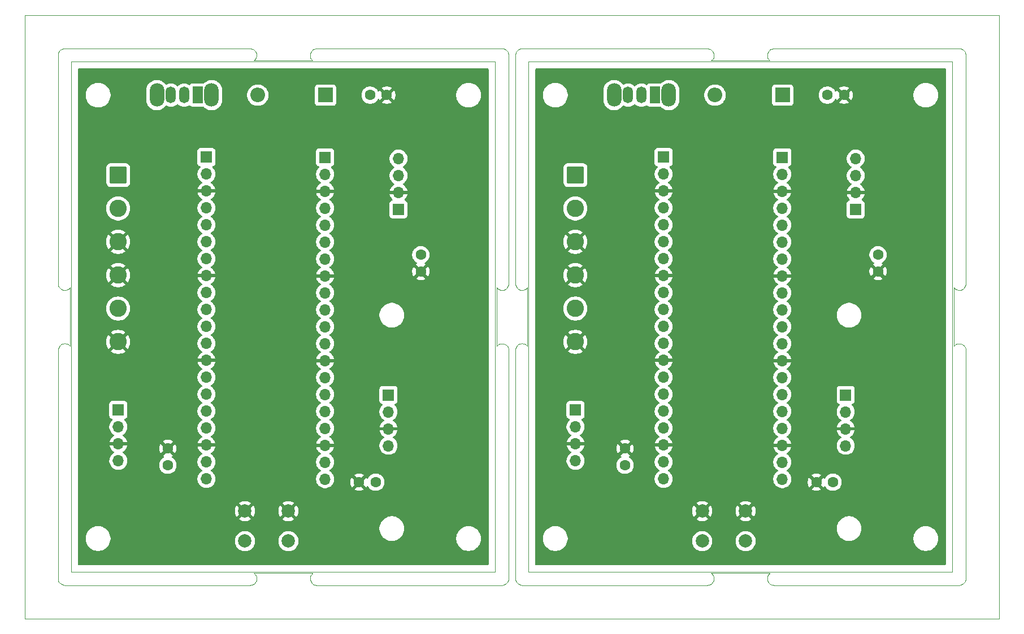
<source format=gbr>
G04 #@! TF.GenerationSoftware,KiCad,Pcbnew,9.0.0*
G04 #@! TF.CreationDate,2025-03-16T21:50:12+01:00*
G04 #@! TF.ProjectId,lightThermo_panel,6c696768-7454-4686-9572-6d6f5f70616e,1.1*
G04 #@! TF.SameCoordinates,PX3f9c2e0PY1312d00*
G04 #@! TF.FileFunction,Copper,L2,Bot*
G04 #@! TF.FilePolarity,Positive*
%FSLAX46Y46*%
G04 Gerber Fmt 4.6, Leading zero omitted, Abs format (unit mm)*
G04 Created by KiCad (PCBNEW 9.0.0) date 2025-03-16 21:50:12*
%MOMM*%
%LPD*%
G01*
G04 APERTURE LIST*
G04 Aperture macros list*
%AMRoundRect*
0 Rectangle with rounded corners*
0 $1 Rounding radius*
0 $2 $3 $4 $5 $6 $7 $8 $9 X,Y pos of 4 corners*
0 Add a 4 corners polygon primitive as box body*
4,1,4,$2,$3,$4,$5,$6,$7,$8,$9,$2,$3,0*
0 Add four circle primitives for the rounded corners*
1,1,$1+$1,$2,$3*
1,1,$1+$1,$4,$5*
1,1,$1+$1,$6,$7*
1,1,$1+$1,$8,$9*
0 Add four rect primitives between the rounded corners*
20,1,$1+$1,$2,$3,$4,$5,0*
20,1,$1+$1,$4,$5,$6,$7,0*
20,1,$1+$1,$6,$7,$8,$9,0*
20,1,$1+$1,$8,$9,$2,$3,0*%
G04 Aperture macros list end*
G04 #@! TA.AperFunction,ComponentPad*
%ADD10R,1.700000X1.700000*%
G04 #@! TD*
G04 #@! TA.AperFunction,ComponentPad*
%ADD11O,1.700000X1.700000*%
G04 #@! TD*
G04 #@! TA.AperFunction,ComponentPad*
%ADD12C,1.600000*%
G04 #@! TD*
G04 #@! TA.AperFunction,ComponentPad*
%ADD13RoundRect,0.250000X-1.050000X1.050000X-1.050000X-1.050000X1.050000X-1.050000X1.050000X1.050000X0*%
G04 #@! TD*
G04 #@! TA.AperFunction,ComponentPad*
%ADD14C,2.600000*%
G04 #@! TD*
G04 #@! TA.AperFunction,ComponentPad*
%ADD15C,2.000000*%
G04 #@! TD*
G04 #@! TA.AperFunction,ComponentPad*
%ADD16O,2.200000X3.500000*%
G04 #@! TD*
G04 #@! TA.AperFunction,ComponentPad*
%ADD17R,1.500000X2.500000*%
G04 #@! TD*
G04 #@! TA.AperFunction,ComponentPad*
%ADD18O,1.500000X2.500000*%
G04 #@! TD*
G04 #@! TA.AperFunction,ComponentPad*
%ADD19R,2.200000X2.200000*%
G04 #@! TD*
G04 #@! TA.AperFunction,ComponentPad*
%ADD20O,2.200000X2.200000*%
G04 #@! TD*
G04 #@! TA.AperFunction,Profile*
%ADD21C,0.100000*%
G04 #@! TD*
G04 APERTURE END LIST*
D10*
G04 #@! TO.P,J3,1,SDA*
G04 #@! TO.N,Board_0-Net-(J2-I2C0_SDA)*
X14025000Y-59200000D03*
D11*
G04 #@! TO.P,J3,2,SCL*
G04 #@! TO.N,Board_0-Net-(J2-I2C0_SCL)*
X14025000Y-61740000D03*
G04 #@! TO.P,J3,3,-*
G04 #@! TO.N,Board_0-GND*
X14025000Y-64280000D03*
G04 #@! TO.P,J3,4,+*
G04 #@! TO.N,Board_0-Net-(J1-3V3(OUT))*
X14025000Y-66820000D03*
G04 #@! TD*
D12*
G04 #@! TO.P,C4,1*
G04 #@! TO.N,Board_0-Net-(J1-3V3(OUT))*
X59350000Y-35950000D03*
G04 #@! TO.P,C4,2*
G04 #@! TO.N,Board_0-GND*
X59350000Y-38450000D03*
G04 #@! TD*
D10*
G04 #@! TO.P,J3,1,SDA*
G04 #@! TO.N,Board_1-Net-(J2-I2C0_SDA)*
X82525000Y-59200000D03*
D11*
G04 #@! TO.P,J3,2,SCL*
G04 #@! TO.N,Board_1-Net-(J2-I2C0_SCL)*
X82525000Y-61740000D03*
G04 #@! TO.P,J3,3,-*
G04 #@! TO.N,Board_1-GND*
X82525000Y-64280000D03*
G04 #@! TO.P,J3,4,+*
G04 #@! TO.N,Board_1-Net-(J1-3V3(OUT))*
X82525000Y-66820000D03*
G04 #@! TD*
D13*
G04 #@! TO.P,J6,1,Pin_1*
G04 #@! TO.N,Board_1-Net-(J2-UART0_RX)*
X82500000Y-24000000D03*
D14*
G04 #@! TO.P,J6,2,Pin_2*
G04 #@! TO.N,Board_1-Net-(J2-UART0_TX)*
X82500000Y-29000000D03*
G04 #@! TO.P,J6,3,Pin_3*
G04 #@! TO.N,Board_1-GND*
X82500000Y-34000000D03*
G04 #@! TO.P,J6,4,Pin_4*
X82500000Y-39000000D03*
G04 #@! TO.P,J6,5,Pin_5*
G04 #@! TO.N,Board_1-Net-(J6-Pin_5)*
X82500000Y-44000000D03*
G04 #@! TO.P,J6,6,Pin_6*
G04 #@! TO.N,Board_1-GND*
X82500000Y-49000000D03*
G04 #@! TD*
D15*
G04 #@! TO.P,SW2,1,1*
G04 #@! TO.N,Board_1-GND*
X101500000Y-74380000D03*
X108000000Y-74380000D03*
G04 #@! TO.P,SW2,2,2*
G04 #@! TO.N,Board_1-Net-(J2-GP15)*
X101500000Y-78880000D03*
X108000000Y-78880000D03*
G04 #@! TD*
D10*
G04 #@! TO.P,J1,1,VBUS*
G04 #@! TO.N,Board_0-unconnected-(J1-VBUS-Pad1)*
X45000000Y-21320000D03*
D11*
G04 #@! TO.P,J1,2,VSYS*
G04 #@! TO.N,Board_0-Net-(D1-K)*
X45000000Y-23860000D03*
G04 #@! TO.P,J1,3,GND*
G04 #@! TO.N,Board_0-GND*
X45000000Y-26400000D03*
G04 #@! TO.P,J1,4,3V3_EN*
G04 #@! TO.N,Board_0-unconnected-(J1-3V3_EN-Pad4)*
X45000000Y-28940000D03*
G04 #@! TO.P,J1,5,3V3(OUT)*
G04 #@! TO.N,Board_0-Net-(J1-3V3(OUT))*
X45000000Y-31480000D03*
G04 #@! TO.P,J1,6,ADC_VREF*
G04 #@! TO.N,Board_0-unconnected-(J1-ADC_VREF-Pad6)*
X45000000Y-34020000D03*
G04 #@! TO.P,J1,7,GP28*
G04 #@! TO.N,Board_0-unconnected-(J1-GP28-Pad7)*
X45000000Y-36560000D03*
G04 #@! TO.P,J1,8,GND*
G04 #@! TO.N,Board_0-GND*
X45000000Y-39100000D03*
G04 #@! TO.P,J1,9,GP27*
G04 #@! TO.N,Board_0-unconnected-(J1-GP27-Pad9)*
X45000000Y-41640000D03*
G04 #@! TO.P,J1,10,GP26*
G04 #@! TO.N,Board_0-unconnected-(J1-GP26-Pad10)*
X45000000Y-44180000D03*
G04 #@! TO.P,J1,11,RUN*
G04 #@! TO.N,Board_0-unconnected-(J1-RUN-Pad11)*
X45000000Y-46720000D03*
G04 #@! TO.P,J1,12,GP22*
G04 #@! TO.N,Board_0-unconnected-(J1-GP22-Pad12)*
X45000000Y-49260000D03*
G04 #@! TO.P,J1,13,GND*
G04 #@! TO.N,Board_0-GND*
X45000000Y-51800000D03*
G04 #@! TO.P,J1,14,GP21*
G04 #@! TO.N,Board_0-unconnected-(J1-GP21-Pad14)*
X45000000Y-54340000D03*
G04 #@! TO.P,J1,15,GP20*
G04 #@! TO.N,Board_0-unconnected-(J1-GP20-Pad15)*
X45000000Y-56880000D03*
G04 #@! TO.P,J1,16,I2C1_SCL*
G04 #@! TO.N,Board_0-Net-(J1-I2C1_SCL)*
X45000000Y-59420000D03*
G04 #@! TO.P,J1,17,I2C1_SDA*
G04 #@! TO.N,Board_0-Net-(J1-I2C1_SDA)*
X45000000Y-61960000D03*
G04 #@! TO.P,J1,18,GND*
G04 #@! TO.N,Board_0-GND*
X45000000Y-64500000D03*
G04 #@! TO.P,J1,19,GP17*
G04 #@! TO.N,Board_0-unconnected-(J1-GP17-Pad19)*
X45000000Y-67040000D03*
G04 #@! TO.P,J1,20,GP16*
G04 #@! TO.N,Board_0-unconnected-(J1-GP16-Pad20)*
X45000000Y-69580000D03*
G04 #@! TD*
D10*
G04 #@! TO.P,J2,1,UART0_TX*
G04 #@! TO.N,Board_0-Net-(J2-UART0_TX)*
X27220000Y-21295000D03*
D11*
G04 #@! TO.P,J2,2,UART0_RX*
G04 #@! TO.N,Board_0-Net-(J2-UART0_RX)*
X27220000Y-23835000D03*
G04 #@! TO.P,J2,3,GND*
G04 #@! TO.N,Board_0-GND*
X27220000Y-26375000D03*
G04 #@! TO.P,J2,4,GP2*
G04 #@! TO.N,Board_0-unconnected-(J2-GP2-Pad4)*
X27220000Y-28915000D03*
G04 #@! TO.P,J2,5,GP3*
G04 #@! TO.N,Board_0-unconnected-(J2-GP3-Pad5)*
X27220000Y-31455000D03*
G04 #@! TO.P,J2,6,GP4*
G04 #@! TO.N,Board_0-unconnected-(J2-GP4-Pad6)*
X27220000Y-33995000D03*
G04 #@! TO.P,J2,7,GP5*
G04 #@! TO.N,Board_0-unconnected-(J2-GP5-Pad7)*
X27220000Y-36535000D03*
G04 #@! TO.P,J2,8,GND*
G04 #@! TO.N,Board_0-GND*
X27220000Y-39075000D03*
G04 #@! TO.P,J2,9,GP6*
G04 #@! TO.N,Board_0-unconnected-(J2-GP6-Pad9)*
X27220000Y-41615000D03*
G04 #@! TO.P,J2,10,GP7*
G04 #@! TO.N,Board_0-unconnected-(J2-GP7-Pad10)*
X27220000Y-44155000D03*
G04 #@! TO.P,J2,11,I2C0_SDA*
G04 #@! TO.N,Board_0-Net-(J2-I2C0_SDA)*
X27220000Y-46695000D03*
G04 #@! TO.P,J2,12,I2C0_SCL*
G04 #@! TO.N,Board_0-Net-(J2-I2C0_SCL)*
X27220000Y-49235000D03*
G04 #@! TO.P,J2,13,GND*
G04 #@! TO.N,Board_0-GND*
X27220000Y-51775000D03*
G04 #@! TO.P,J2,14,GP10*
G04 #@! TO.N,Board_0-unconnected-(J2-GP10-Pad14)*
X27220000Y-54315000D03*
G04 #@! TO.P,J2,15,GP11*
G04 #@! TO.N,Board_0-unconnected-(J2-GP11-Pad15)*
X27220000Y-56855000D03*
G04 #@! TO.P,J2,16,GP12*
G04 #@! TO.N,Board_0-unconnected-(J2-GP12-Pad16)*
X27220000Y-59395000D03*
G04 #@! TO.P,J2,17,GP13*
G04 #@! TO.N,Board_0-unconnected-(J2-GP13-Pad17)*
X27220000Y-61935000D03*
G04 #@! TO.P,J2,18,GND*
G04 #@! TO.N,Board_0-GND*
X27220000Y-64475000D03*
G04 #@! TO.P,J2,19,GP14*
G04 #@! TO.N,Board_0-unconnected-(J2-GP14-Pad19)*
X27220000Y-67015000D03*
G04 #@! TO.P,J2,20,GP15*
G04 #@! TO.N,Board_0-Net-(J2-GP15)*
X27220000Y-69555000D03*
G04 #@! TD*
D12*
G04 #@! TO.P,C1,1*
G04 #@! TO.N,Board_1-GND*
X122750000Y-12000000D03*
G04 #@! TO.P,C1,2*
G04 #@! TO.N,Board_1-Net-(D1-K)*
X120250000Y-12000000D03*
G04 #@! TD*
D10*
G04 #@! TO.P,J2,1,UART0_TX*
G04 #@! TO.N,Board_1-Net-(J2-UART0_TX)*
X95720000Y-21295000D03*
D11*
G04 #@! TO.P,J2,2,UART0_RX*
G04 #@! TO.N,Board_1-Net-(J2-UART0_RX)*
X95720000Y-23835000D03*
G04 #@! TO.P,J2,3,GND*
G04 #@! TO.N,Board_1-GND*
X95720000Y-26375000D03*
G04 #@! TO.P,J2,4,GP2*
G04 #@! TO.N,Board_1-unconnected-(J2-GP2-Pad4)*
X95720000Y-28915000D03*
G04 #@! TO.P,J2,5,GP3*
G04 #@! TO.N,Board_1-unconnected-(J2-GP3-Pad5)*
X95720000Y-31455000D03*
G04 #@! TO.P,J2,6,GP4*
G04 #@! TO.N,Board_1-unconnected-(J2-GP4-Pad6)*
X95720000Y-33995000D03*
G04 #@! TO.P,J2,7,GP5*
G04 #@! TO.N,Board_1-unconnected-(J2-GP5-Pad7)*
X95720000Y-36535000D03*
G04 #@! TO.P,J2,8,GND*
G04 #@! TO.N,Board_1-GND*
X95720000Y-39075000D03*
G04 #@! TO.P,J2,9,GP6*
G04 #@! TO.N,Board_1-unconnected-(J2-GP6-Pad9)*
X95720000Y-41615000D03*
G04 #@! TO.P,J2,10,GP7*
G04 #@! TO.N,Board_1-unconnected-(J2-GP7-Pad10)*
X95720000Y-44155000D03*
G04 #@! TO.P,J2,11,I2C0_SDA*
G04 #@! TO.N,Board_1-Net-(J2-I2C0_SDA)*
X95720000Y-46695000D03*
G04 #@! TO.P,J2,12,I2C0_SCL*
G04 #@! TO.N,Board_1-Net-(J2-I2C0_SCL)*
X95720000Y-49235000D03*
G04 #@! TO.P,J2,13,GND*
G04 #@! TO.N,Board_1-GND*
X95720000Y-51775000D03*
G04 #@! TO.P,J2,14,GP10*
G04 #@! TO.N,Board_1-unconnected-(J2-GP10-Pad14)*
X95720000Y-54315000D03*
G04 #@! TO.P,J2,15,GP11*
G04 #@! TO.N,Board_1-unconnected-(J2-GP11-Pad15)*
X95720000Y-56855000D03*
G04 #@! TO.P,J2,16,GP12*
G04 #@! TO.N,Board_1-unconnected-(J2-GP12-Pad16)*
X95720000Y-59395000D03*
G04 #@! TO.P,J2,17,GP13*
G04 #@! TO.N,Board_1-unconnected-(J2-GP13-Pad17)*
X95720000Y-61935000D03*
G04 #@! TO.P,J2,18,GND*
G04 #@! TO.N,Board_1-GND*
X95720000Y-64475000D03*
G04 #@! TO.P,J2,19,GP14*
G04 #@! TO.N,Board_1-unconnected-(J2-GP14-Pad19)*
X95720000Y-67015000D03*
G04 #@! TO.P,J2,20,GP15*
G04 #@! TO.N,Board_1-Net-(J2-GP15)*
X95720000Y-69555000D03*
G04 #@! TD*
D12*
G04 #@! TO.P,C3,1*
G04 #@! TO.N,Board_1-Net-(J1-3V3(OUT))*
X121100000Y-70050000D03*
G04 #@! TO.P,C3,2*
G04 #@! TO.N,Board_1-GND*
X118600000Y-70050000D03*
G04 #@! TD*
D16*
G04 #@! TO.P,SW1,*
G04 #@! TO.N,*
X28000000Y-12000000D03*
X19800000Y-12000000D03*
D17*
G04 #@! TO.P,SW1,1,A*
G04 #@! TO.N,Board_0-Net-(D1-A)*
X25900000Y-12000000D03*
D18*
G04 #@! TO.P,SW1,2,B*
G04 #@! TO.N,Board_0-Net-(J6-Pin_5)*
X23900000Y-12000000D03*
G04 #@! TO.P,SW1,3*
G04 #@! TO.N,N/C*
X21900000Y-12000000D03*
G04 #@! TD*
D10*
G04 #@! TO.P,J5,1,SDA*
G04 #@! TO.N,Board_1-Net-(J1-I2C1_SDA)*
X123000000Y-56960000D03*
D11*
G04 #@! TO.P,J5,2,SCL*
G04 #@! TO.N,Board_1-Net-(J1-I2C1_SCL)*
X123000000Y-59500000D03*
G04 #@! TO.P,J5,3,-*
G04 #@! TO.N,Board_1-GND*
X123000000Y-62040000D03*
G04 #@! TO.P,J5,4,+*
G04 #@! TO.N,Board_1-Net-(J1-3V3(OUT))*
X123000000Y-64580000D03*
G04 #@! TD*
D12*
G04 #@! TO.P,C2,1*
G04 #@! TO.N,Board_1-GND*
X89950000Y-65000000D03*
G04 #@! TO.P,C2,2*
G04 #@! TO.N,Board_1-Net-(J1-3V3(OUT))*
X89950000Y-67500000D03*
G04 #@! TD*
D15*
G04 #@! TO.P,SW2,1,1*
G04 #@! TO.N,Board_0-GND*
X33000000Y-74380000D03*
X39500000Y-74380000D03*
G04 #@! TO.P,SW2,2,2*
G04 #@! TO.N,Board_0-Net-(J2-GP15)*
X33000000Y-78880000D03*
X39500000Y-78880000D03*
G04 #@! TD*
D10*
G04 #@! TO.P,J4,1,+*
G04 #@! TO.N,Board_1-Net-(J1-3V3(OUT))*
X124500000Y-29150000D03*
D11*
G04 #@! TO.P,J4,2,-*
G04 #@! TO.N,Board_1-GND*
X124500000Y-26610000D03*
G04 #@! TO.P,J4,3,SCL*
G04 #@! TO.N,Board_1-Net-(J1-I2C1_SCL)*
X124500000Y-24070000D03*
G04 #@! TO.P,J4,4,SDA*
G04 #@! TO.N,Board_1-Net-(J1-I2C1_SDA)*
X124500000Y-21530000D03*
G04 #@! TD*
D13*
G04 #@! TO.P,J6,1,Pin_1*
G04 #@! TO.N,Board_0-Net-(J2-UART0_RX)*
X14000000Y-24000000D03*
D14*
G04 #@! TO.P,J6,2,Pin_2*
G04 #@! TO.N,Board_0-Net-(J2-UART0_TX)*
X14000000Y-29000000D03*
G04 #@! TO.P,J6,3,Pin_3*
G04 #@! TO.N,Board_0-GND*
X14000000Y-34000000D03*
G04 #@! TO.P,J6,4,Pin_4*
X14000000Y-39000000D03*
G04 #@! TO.P,J6,5,Pin_5*
G04 #@! TO.N,Board_0-Net-(J6-Pin_5)*
X14000000Y-44000000D03*
G04 #@! TO.P,J6,6,Pin_6*
G04 #@! TO.N,Board_0-GND*
X14000000Y-49000000D03*
G04 #@! TD*
D10*
G04 #@! TO.P,J4,1,+*
G04 #@! TO.N,Board_0-Net-(J1-3V3(OUT))*
X56000000Y-29150000D03*
D11*
G04 #@! TO.P,J4,2,-*
G04 #@! TO.N,Board_0-GND*
X56000000Y-26610000D03*
G04 #@! TO.P,J4,3,SCL*
G04 #@! TO.N,Board_0-Net-(J1-I2C1_SCL)*
X56000000Y-24070000D03*
G04 #@! TO.P,J4,4,SDA*
G04 #@! TO.N,Board_0-Net-(J1-I2C1_SDA)*
X56000000Y-21530000D03*
G04 #@! TD*
D12*
G04 #@! TO.P,C2,1*
G04 #@! TO.N,Board_0-GND*
X21450000Y-65000000D03*
G04 #@! TO.P,C2,2*
G04 #@! TO.N,Board_0-Net-(J1-3V3(OUT))*
X21450000Y-67500000D03*
G04 #@! TD*
G04 #@! TO.P,C1,1*
G04 #@! TO.N,Board_0-GND*
X54250000Y-12000000D03*
G04 #@! TO.P,C1,2*
G04 #@! TO.N,Board_0-Net-(D1-K)*
X51750000Y-12000000D03*
G04 #@! TD*
D19*
G04 #@! TO.P,D1,1,K*
G04 #@! TO.N,Board_0-Net-(D1-K)*
X45080000Y-12000000D03*
D20*
G04 #@! TO.P,D1,2,A*
G04 #@! TO.N,Board_0-Net-(D1-A)*
X34920000Y-12000000D03*
G04 #@! TD*
D10*
G04 #@! TO.P,J5,1,SDA*
G04 #@! TO.N,Board_0-Net-(J1-I2C1_SDA)*
X54500000Y-56960000D03*
D11*
G04 #@! TO.P,J5,2,SCL*
G04 #@! TO.N,Board_0-Net-(J1-I2C1_SCL)*
X54500000Y-59500000D03*
G04 #@! TO.P,J5,3,-*
G04 #@! TO.N,Board_0-GND*
X54500000Y-62040000D03*
G04 #@! TO.P,J5,4,+*
G04 #@! TO.N,Board_0-Net-(J1-3V3(OUT))*
X54500000Y-64580000D03*
G04 #@! TD*
D10*
G04 #@! TO.P,J1,1,VBUS*
G04 #@! TO.N,Board_1-unconnected-(J1-VBUS-Pad1)*
X113500000Y-21320000D03*
D11*
G04 #@! TO.P,J1,2,VSYS*
G04 #@! TO.N,Board_1-Net-(D1-K)*
X113500000Y-23860000D03*
G04 #@! TO.P,J1,3,GND*
G04 #@! TO.N,Board_1-GND*
X113500000Y-26400000D03*
G04 #@! TO.P,J1,4,3V3_EN*
G04 #@! TO.N,Board_1-unconnected-(J1-3V3_EN-Pad4)*
X113500000Y-28940000D03*
G04 #@! TO.P,J1,5,3V3(OUT)*
G04 #@! TO.N,Board_1-Net-(J1-3V3(OUT))*
X113500000Y-31480000D03*
G04 #@! TO.P,J1,6,ADC_VREF*
G04 #@! TO.N,Board_1-unconnected-(J1-ADC_VREF-Pad6)*
X113500000Y-34020000D03*
G04 #@! TO.P,J1,7,GP28*
G04 #@! TO.N,Board_1-unconnected-(J1-GP28-Pad7)*
X113500000Y-36560000D03*
G04 #@! TO.P,J1,8,GND*
G04 #@! TO.N,Board_1-GND*
X113500000Y-39100000D03*
G04 #@! TO.P,J1,9,GP27*
G04 #@! TO.N,Board_1-unconnected-(J1-GP27-Pad9)*
X113500000Y-41640000D03*
G04 #@! TO.P,J1,10,GP26*
G04 #@! TO.N,Board_1-unconnected-(J1-GP26-Pad10)*
X113500000Y-44180000D03*
G04 #@! TO.P,J1,11,RUN*
G04 #@! TO.N,Board_1-unconnected-(J1-RUN-Pad11)*
X113500000Y-46720000D03*
G04 #@! TO.P,J1,12,GP22*
G04 #@! TO.N,Board_1-unconnected-(J1-GP22-Pad12)*
X113500000Y-49260000D03*
G04 #@! TO.P,J1,13,GND*
G04 #@! TO.N,Board_1-GND*
X113500000Y-51800000D03*
G04 #@! TO.P,J1,14,GP21*
G04 #@! TO.N,Board_1-unconnected-(J1-GP21-Pad14)*
X113500000Y-54340000D03*
G04 #@! TO.P,J1,15,GP20*
G04 #@! TO.N,Board_1-unconnected-(J1-GP20-Pad15)*
X113500000Y-56880000D03*
G04 #@! TO.P,J1,16,I2C1_SCL*
G04 #@! TO.N,Board_1-Net-(J1-I2C1_SCL)*
X113500000Y-59420000D03*
G04 #@! TO.P,J1,17,I2C1_SDA*
G04 #@! TO.N,Board_1-Net-(J1-I2C1_SDA)*
X113500000Y-61960000D03*
G04 #@! TO.P,J1,18,GND*
G04 #@! TO.N,Board_1-GND*
X113500000Y-64500000D03*
G04 #@! TO.P,J1,19,GP17*
G04 #@! TO.N,Board_1-unconnected-(J1-GP17-Pad19)*
X113500000Y-67040000D03*
G04 #@! TO.P,J1,20,GP16*
G04 #@! TO.N,Board_1-unconnected-(J1-GP16-Pad20)*
X113500000Y-69580000D03*
G04 #@! TD*
D12*
G04 #@! TO.P,C4,1*
G04 #@! TO.N,Board_1-Net-(J1-3V3(OUT))*
X127850000Y-35950000D03*
G04 #@! TO.P,C4,2*
G04 #@! TO.N,Board_1-GND*
X127850000Y-38450000D03*
G04 #@! TD*
G04 #@! TO.P,C3,1*
G04 #@! TO.N,Board_0-Net-(J1-3V3(OUT))*
X52600000Y-70050000D03*
G04 #@! TO.P,C3,2*
G04 #@! TO.N,Board_0-GND*
X50100000Y-70050000D03*
G04 #@! TD*
D16*
G04 #@! TO.P,SW1,*
G04 #@! TO.N,*
X96500000Y-12000000D03*
X88300000Y-12000000D03*
D17*
G04 #@! TO.P,SW1,1,A*
G04 #@! TO.N,Board_1-Net-(D1-A)*
X94400000Y-12000000D03*
D18*
G04 #@! TO.P,SW1,2,B*
G04 #@! TO.N,Board_1-Net-(J6-Pin_5)*
X92400000Y-12000000D03*
G04 #@! TO.P,SW1,3*
G04 #@! TO.N,N/C*
X90400000Y-12000000D03*
G04 #@! TD*
D19*
G04 #@! TO.P,D1,1,K*
G04 #@! TO.N,Board_1-Net-(D1-K)*
X113580000Y-12000000D03*
D20*
G04 #@! TO.P,D1,2,A*
G04 #@! TO.N,Board_1-Net-(D1-A)*
X103420000Y-12000000D03*
G04 #@! TD*
G04 #@! TA.AperFunction,Conductor*
G04 #@! TO.N,Board_0-GND*
G36*
X69442539Y-8020185D02*
G01*
X69488294Y-8072989D01*
X69499500Y-8124500D01*
X69499500Y-82375500D01*
X69479815Y-82442539D01*
X69427011Y-82488294D01*
X69375500Y-82499500D01*
X8124500Y-82499500D01*
X8057461Y-82479815D01*
X8011706Y-82427011D01*
X8000500Y-82375500D01*
X8000500Y-78378711D01*
X9149500Y-78378711D01*
X9149500Y-78621288D01*
X9181161Y-78861785D01*
X9243947Y-79096104D01*
X9336773Y-79320205D01*
X9336776Y-79320212D01*
X9458064Y-79530289D01*
X9458066Y-79530292D01*
X9458067Y-79530293D01*
X9605733Y-79722736D01*
X9605739Y-79722743D01*
X9777256Y-79894260D01*
X9777262Y-79894265D01*
X9969711Y-80041936D01*
X10179788Y-80163224D01*
X10403900Y-80256054D01*
X10638211Y-80318838D01*
X10818586Y-80342584D01*
X10878711Y-80350500D01*
X10878712Y-80350500D01*
X11121289Y-80350500D01*
X11174057Y-80343553D01*
X11361789Y-80318838D01*
X11596100Y-80256054D01*
X11820212Y-80163224D01*
X12030289Y-80041936D01*
X12222738Y-79894265D01*
X12394265Y-79722738D01*
X12541936Y-79530289D01*
X12663224Y-79320212D01*
X12756054Y-79096100D01*
X12818838Y-78861789D01*
X12828307Y-78789861D01*
X12831988Y-78761902D01*
X31499500Y-78761902D01*
X31499500Y-78998097D01*
X31536446Y-79231368D01*
X31609433Y-79455996D01*
X31647288Y-79530289D01*
X31716657Y-79666433D01*
X31855483Y-79857510D01*
X32022490Y-80024517D01*
X32213567Y-80163343D01*
X32312991Y-80214002D01*
X32424003Y-80270566D01*
X32424005Y-80270566D01*
X32424008Y-80270568D01*
X32544412Y-80309689D01*
X32648631Y-80343553D01*
X32881903Y-80380500D01*
X32881908Y-80380500D01*
X33118097Y-80380500D01*
X33351368Y-80343553D01*
X33575992Y-80270568D01*
X33786433Y-80163343D01*
X33977510Y-80024517D01*
X34144517Y-79857510D01*
X34283343Y-79666433D01*
X34390568Y-79455992D01*
X34463553Y-79231368D01*
X34484977Y-79096104D01*
X34500500Y-78998097D01*
X34500500Y-78761902D01*
X37999500Y-78761902D01*
X37999500Y-78998097D01*
X38036446Y-79231368D01*
X38109433Y-79455996D01*
X38147288Y-79530289D01*
X38216657Y-79666433D01*
X38355483Y-79857510D01*
X38522490Y-80024517D01*
X38713567Y-80163343D01*
X38812991Y-80214002D01*
X38924003Y-80270566D01*
X38924005Y-80270566D01*
X38924008Y-80270568D01*
X39044412Y-80309689D01*
X39148631Y-80343553D01*
X39381903Y-80380500D01*
X39381908Y-80380500D01*
X39618097Y-80380500D01*
X39851368Y-80343553D01*
X40075992Y-80270568D01*
X40286433Y-80163343D01*
X40477510Y-80024517D01*
X40644517Y-79857510D01*
X40783343Y-79666433D01*
X40890568Y-79455992D01*
X40963553Y-79231368D01*
X40984977Y-79096104D01*
X41000500Y-78998097D01*
X41000500Y-78761902D01*
X40963553Y-78528631D01*
X40914841Y-78378712D01*
X40890568Y-78304008D01*
X40890566Y-78304005D01*
X40890566Y-78304003D01*
X40783342Y-78093566D01*
X40644517Y-77902490D01*
X40477510Y-77735483D01*
X40286433Y-77596657D01*
X40285340Y-77596100D01*
X40075996Y-77489433D01*
X39851368Y-77416446D01*
X39618097Y-77379500D01*
X39618092Y-77379500D01*
X39381908Y-77379500D01*
X39381903Y-77379500D01*
X39148631Y-77416446D01*
X38924003Y-77489433D01*
X38713566Y-77596657D01*
X38604550Y-77675862D01*
X38522490Y-77735483D01*
X38522488Y-77735485D01*
X38522487Y-77735485D01*
X38355485Y-77902487D01*
X38355485Y-77902488D01*
X38355483Y-77902490D01*
X38354459Y-77903900D01*
X38216657Y-78093566D01*
X38109433Y-78304003D01*
X38036446Y-78528631D01*
X37999500Y-78761902D01*
X34500500Y-78761902D01*
X34463553Y-78528631D01*
X34414841Y-78378712D01*
X34390568Y-78304008D01*
X34390566Y-78304005D01*
X34390566Y-78304003D01*
X34283342Y-78093566D01*
X34144517Y-77902490D01*
X33977510Y-77735483D01*
X33786433Y-77596657D01*
X33785340Y-77596100D01*
X33575996Y-77489433D01*
X33351368Y-77416446D01*
X33118097Y-77379500D01*
X33118092Y-77379500D01*
X32881908Y-77379500D01*
X32881903Y-77379500D01*
X32648631Y-77416446D01*
X32424003Y-77489433D01*
X32213566Y-77596657D01*
X32104550Y-77675862D01*
X32022490Y-77735483D01*
X32022488Y-77735485D01*
X32022487Y-77735485D01*
X31855485Y-77902487D01*
X31855485Y-77902488D01*
X31855483Y-77902490D01*
X31854459Y-77903900D01*
X31716657Y-78093566D01*
X31609433Y-78304003D01*
X31536446Y-78528631D01*
X31499500Y-78761902D01*
X12831988Y-78761902D01*
X12834760Y-78740850D01*
X12834760Y-78740849D01*
X12850500Y-78621288D01*
X12850500Y-78378711D01*
X12838422Y-78286972D01*
X12818838Y-78138211D01*
X12756054Y-77903900D01*
X12663224Y-77679788D01*
X12541936Y-77469711D01*
X12394265Y-77277262D01*
X12394260Y-77277256D01*
X12222743Y-77105739D01*
X12222736Y-77105733D01*
X12049792Y-76973029D01*
X12030293Y-76958067D01*
X12030292Y-76958066D01*
X12030289Y-76958064D01*
X11892846Y-76878711D01*
X53149500Y-76878711D01*
X53149500Y-77121288D01*
X53181161Y-77361785D01*
X53243947Y-77596104D01*
X53278613Y-77679794D01*
X53336776Y-77820212D01*
X53458064Y-78030289D01*
X53458066Y-78030292D01*
X53458067Y-78030293D01*
X53605733Y-78222736D01*
X53605739Y-78222743D01*
X53777256Y-78394260D01*
X53777262Y-78394265D01*
X53969711Y-78541936D01*
X54179788Y-78663224D01*
X54403900Y-78756054D01*
X54638211Y-78818838D01*
X54818586Y-78842584D01*
X54878711Y-78850500D01*
X54878712Y-78850500D01*
X55121289Y-78850500D01*
X55169388Y-78844167D01*
X55361789Y-78818838D01*
X55596100Y-78756054D01*
X55820212Y-78663224D01*
X56030289Y-78541936D01*
X56222738Y-78394265D01*
X56238292Y-78378711D01*
X64649500Y-78378711D01*
X64649500Y-78621288D01*
X64681161Y-78861785D01*
X64743947Y-79096104D01*
X64836773Y-79320205D01*
X64836776Y-79320212D01*
X64958064Y-79530289D01*
X64958066Y-79530292D01*
X64958067Y-79530293D01*
X65105733Y-79722736D01*
X65105739Y-79722743D01*
X65277256Y-79894260D01*
X65277262Y-79894265D01*
X65469711Y-80041936D01*
X65679788Y-80163224D01*
X65903900Y-80256054D01*
X66138211Y-80318838D01*
X66318586Y-80342584D01*
X66378711Y-80350500D01*
X66378712Y-80350500D01*
X66621289Y-80350500D01*
X66674057Y-80343553D01*
X66861789Y-80318838D01*
X67096100Y-80256054D01*
X67320212Y-80163224D01*
X67530289Y-80041936D01*
X67722738Y-79894265D01*
X67894265Y-79722738D01*
X68041936Y-79530289D01*
X68163224Y-79320212D01*
X68256054Y-79096100D01*
X68318838Y-78861789D01*
X68350500Y-78621288D01*
X68350500Y-78378712D01*
X68318838Y-78138211D01*
X68256054Y-77903900D01*
X68163224Y-77679788D01*
X68041936Y-77469711D01*
X67894265Y-77277262D01*
X67894260Y-77277256D01*
X67722743Y-77105739D01*
X67722736Y-77105733D01*
X67530293Y-76958067D01*
X67530292Y-76958066D01*
X67530289Y-76958064D01*
X67320212Y-76836776D01*
X67320205Y-76836773D01*
X67096104Y-76743947D01*
X66861785Y-76681161D01*
X66621289Y-76649500D01*
X66621288Y-76649500D01*
X66378712Y-76649500D01*
X66378711Y-76649500D01*
X66138214Y-76681161D01*
X65903895Y-76743947D01*
X65679794Y-76836773D01*
X65679785Y-76836777D01*
X65469706Y-76958067D01*
X65277263Y-77105733D01*
X65277256Y-77105739D01*
X65105739Y-77277256D01*
X65105733Y-77277263D01*
X64958067Y-77469706D01*
X64958064Y-77469710D01*
X64958064Y-77469711D01*
X64941817Y-77497851D01*
X64836777Y-77679785D01*
X64836773Y-77679794D01*
X64743947Y-77903895D01*
X64681161Y-78138214D01*
X64649500Y-78378711D01*
X56238292Y-78378711D01*
X56330032Y-78286972D01*
X56394260Y-78222743D01*
X56394265Y-78222738D01*
X56541936Y-78030289D01*
X56663224Y-77820212D01*
X56756054Y-77596100D01*
X56818838Y-77361789D01*
X56850500Y-77121288D01*
X56850500Y-76878712D01*
X56818838Y-76638211D01*
X56756054Y-76403900D01*
X56663224Y-76179788D01*
X56541936Y-75969711D01*
X56394265Y-75777262D01*
X56394260Y-75777256D01*
X56222743Y-75605739D01*
X56222736Y-75605733D01*
X56030293Y-75458067D01*
X56030292Y-75458066D01*
X56030289Y-75458064D01*
X55820212Y-75336776D01*
X55820205Y-75336773D01*
X55596104Y-75243947D01*
X55361785Y-75181161D01*
X55121289Y-75149500D01*
X55121288Y-75149500D01*
X54878712Y-75149500D01*
X54878711Y-75149500D01*
X54638214Y-75181161D01*
X54403895Y-75243947D01*
X54179794Y-75336773D01*
X54179785Y-75336777D01*
X53969706Y-75458067D01*
X53777263Y-75605733D01*
X53777256Y-75605739D01*
X53605739Y-75777256D01*
X53605733Y-75777263D01*
X53458067Y-75969706D01*
X53336777Y-76179785D01*
X53336773Y-76179794D01*
X53243947Y-76403895D01*
X53181161Y-76638214D01*
X53149500Y-76878711D01*
X11892846Y-76878711D01*
X11820212Y-76836776D01*
X11820205Y-76836773D01*
X11596104Y-76743947D01*
X11361785Y-76681161D01*
X11121289Y-76649500D01*
X11121288Y-76649500D01*
X10878712Y-76649500D01*
X10878711Y-76649500D01*
X10638214Y-76681161D01*
X10403895Y-76743947D01*
X10179794Y-76836773D01*
X10179785Y-76836777D01*
X9969706Y-76958067D01*
X9777263Y-77105733D01*
X9777256Y-77105739D01*
X9605739Y-77277256D01*
X9605733Y-77277263D01*
X9458067Y-77469706D01*
X9458064Y-77469710D01*
X9458064Y-77469711D01*
X9441817Y-77497851D01*
X9336777Y-77679785D01*
X9336773Y-77679794D01*
X9243947Y-77903895D01*
X9181161Y-78138214D01*
X9149500Y-78378711D01*
X8000500Y-78378711D01*
X8000500Y-74261947D01*
X31500000Y-74261947D01*
X31500000Y-74498052D01*
X31536934Y-74731247D01*
X31609897Y-74955802D01*
X31717087Y-75166174D01*
X31777338Y-75249104D01*
X31777340Y-75249105D01*
X32476212Y-74550233D01*
X32487482Y-74592292D01*
X32559890Y-74717708D01*
X32662292Y-74820110D01*
X32787708Y-74892518D01*
X32829765Y-74903787D01*
X32130893Y-75602658D01*
X32213828Y-75662914D01*
X32424197Y-75770102D01*
X32648752Y-75843065D01*
X32648751Y-75843065D01*
X32881948Y-75880000D01*
X33118052Y-75880000D01*
X33351247Y-75843065D01*
X33575802Y-75770102D01*
X33786163Y-75662918D01*
X33786169Y-75662914D01*
X33869104Y-75602658D01*
X33869105Y-75602658D01*
X33170233Y-74903787D01*
X33212292Y-74892518D01*
X33337708Y-74820110D01*
X33440110Y-74717708D01*
X33512518Y-74592292D01*
X33523787Y-74550234D01*
X34222658Y-75249105D01*
X34222658Y-75249104D01*
X34282914Y-75166169D01*
X34282918Y-75166163D01*
X34390102Y-74955802D01*
X34463065Y-74731247D01*
X34500000Y-74498052D01*
X34500000Y-74261947D01*
X38000000Y-74261947D01*
X38000000Y-74498052D01*
X38036934Y-74731247D01*
X38109897Y-74955802D01*
X38217087Y-75166174D01*
X38277338Y-75249104D01*
X38277340Y-75249105D01*
X38976212Y-74550233D01*
X38987482Y-74592292D01*
X39059890Y-74717708D01*
X39162292Y-74820110D01*
X39287708Y-74892518D01*
X39329765Y-74903787D01*
X38630893Y-75602658D01*
X38713828Y-75662914D01*
X38924197Y-75770102D01*
X39148752Y-75843065D01*
X39148751Y-75843065D01*
X39381948Y-75880000D01*
X39618052Y-75880000D01*
X39851247Y-75843065D01*
X40075802Y-75770102D01*
X40286163Y-75662918D01*
X40286169Y-75662914D01*
X40369104Y-75602658D01*
X40369105Y-75602658D01*
X39670233Y-74903787D01*
X39712292Y-74892518D01*
X39837708Y-74820110D01*
X39940110Y-74717708D01*
X40012518Y-74592292D01*
X40023787Y-74550234D01*
X40722658Y-75249105D01*
X40722658Y-75249104D01*
X40782914Y-75166169D01*
X40782918Y-75166163D01*
X40890102Y-74955802D01*
X40963065Y-74731247D01*
X41000000Y-74498052D01*
X41000000Y-74261947D01*
X40963065Y-74028752D01*
X40890102Y-73804197D01*
X40782914Y-73593828D01*
X40722658Y-73510894D01*
X40722658Y-73510893D01*
X40023787Y-74209765D01*
X40012518Y-74167708D01*
X39940110Y-74042292D01*
X39837708Y-73939890D01*
X39712292Y-73867482D01*
X39670234Y-73856212D01*
X40369105Y-73157340D01*
X40369104Y-73157338D01*
X40286174Y-73097087D01*
X40075802Y-72989897D01*
X39851247Y-72916934D01*
X39851248Y-72916934D01*
X39618052Y-72880000D01*
X39381948Y-72880000D01*
X39148752Y-72916934D01*
X38924197Y-72989897D01*
X38713830Y-73097084D01*
X38630894Y-73157340D01*
X39329766Y-73856212D01*
X39287708Y-73867482D01*
X39162292Y-73939890D01*
X39059890Y-74042292D01*
X38987482Y-74167708D01*
X38976212Y-74209766D01*
X38277340Y-73510894D01*
X38217084Y-73593830D01*
X38109897Y-73804197D01*
X38036934Y-74028752D01*
X38000000Y-74261947D01*
X34500000Y-74261947D01*
X34463065Y-74028752D01*
X34390102Y-73804197D01*
X34282914Y-73593828D01*
X34222658Y-73510894D01*
X34222658Y-73510893D01*
X33523787Y-74209765D01*
X33512518Y-74167708D01*
X33440110Y-74042292D01*
X33337708Y-73939890D01*
X33212292Y-73867482D01*
X33170234Y-73856212D01*
X33869105Y-73157340D01*
X33869104Y-73157339D01*
X33786174Y-73097087D01*
X33575802Y-72989897D01*
X33351247Y-72916934D01*
X33351248Y-72916934D01*
X33118052Y-72880000D01*
X32881948Y-72880000D01*
X32648752Y-72916934D01*
X32424197Y-72989897D01*
X32213830Y-73097084D01*
X32130894Y-73157340D01*
X32829766Y-73856212D01*
X32787708Y-73867482D01*
X32662292Y-73939890D01*
X32559890Y-74042292D01*
X32487482Y-74167708D01*
X32476212Y-74209766D01*
X31777340Y-73510894D01*
X31717084Y-73593830D01*
X31609897Y-73804197D01*
X31536934Y-74028752D01*
X31500000Y-74261947D01*
X8000500Y-74261947D01*
X8000500Y-58302135D01*
X12674500Y-58302135D01*
X12674500Y-60097870D01*
X12674501Y-60097876D01*
X12680908Y-60157483D01*
X12731202Y-60292328D01*
X12731206Y-60292335D01*
X12817452Y-60407544D01*
X12817455Y-60407547D01*
X12932664Y-60493793D01*
X12932671Y-60493797D01*
X13064082Y-60542810D01*
X13120016Y-60584681D01*
X13144433Y-60650145D01*
X13129582Y-60718418D01*
X13108431Y-60746673D01*
X12994889Y-60860215D01*
X12869951Y-61032179D01*
X12773444Y-61221585D01*
X12707753Y-61423760D01*
X12692228Y-61521782D01*
X12674500Y-61633713D01*
X12674500Y-61846287D01*
X12707754Y-62056243D01*
X12771112Y-62251239D01*
X12773444Y-62258414D01*
X12869951Y-62447820D01*
X12994890Y-62619786D01*
X13145213Y-62770109D01*
X13317179Y-62895048D01*
X13317181Y-62895049D01*
X13317184Y-62895051D01*
X13326493Y-62899794D01*
X13377290Y-62947766D01*
X13394087Y-63015587D01*
X13371552Y-63081722D01*
X13326502Y-63120762D01*
X13317443Y-63125378D01*
X13145540Y-63250272D01*
X13145535Y-63250276D01*
X12995276Y-63400535D01*
X12995272Y-63400540D01*
X12870379Y-63572442D01*
X12773904Y-63761782D01*
X12708242Y-63963870D01*
X12708242Y-63963873D01*
X12697769Y-64030000D01*
X13591988Y-64030000D01*
X13559075Y-64087007D01*
X13525000Y-64214174D01*
X13525000Y-64345826D01*
X13559075Y-64472993D01*
X13591988Y-64530000D01*
X12697769Y-64530000D01*
X12708242Y-64596126D01*
X12708242Y-64596129D01*
X12773904Y-64798217D01*
X12870379Y-64987557D01*
X12995272Y-65159459D01*
X12995276Y-65159464D01*
X13145535Y-65309723D01*
X13145540Y-65309727D01*
X13317444Y-65434622D01*
X13326495Y-65439234D01*
X13377292Y-65487208D01*
X13394087Y-65555029D01*
X13371550Y-65621164D01*
X13326499Y-65660202D01*
X13317182Y-65664949D01*
X13145213Y-65789890D01*
X12994890Y-65940213D01*
X12869951Y-66112179D01*
X12773444Y-66301585D01*
X12707753Y-66503760D01*
X12684151Y-66652781D01*
X12674500Y-66713713D01*
X12674500Y-66926287D01*
X12707754Y-67136243D01*
X12771112Y-67331239D01*
X12773444Y-67338414D01*
X12869951Y-67527820D01*
X12994890Y-67699786D01*
X13145213Y-67850109D01*
X13317179Y-67975048D01*
X13317181Y-67975049D01*
X13317184Y-67975051D01*
X13506588Y-68071557D01*
X13708757Y-68137246D01*
X13918713Y-68170500D01*
X13918714Y-68170500D01*
X14131286Y-68170500D01*
X14131287Y-68170500D01*
X14341243Y-68137246D01*
X14543412Y-68071557D01*
X14732816Y-67975051D01*
X14808874Y-67919792D01*
X14904786Y-67850109D01*
X14904788Y-67850106D01*
X14904792Y-67850104D01*
X15055104Y-67699792D01*
X15055106Y-67699788D01*
X15055109Y-67699786D01*
X15180048Y-67527820D01*
X15180047Y-67527820D01*
X15180051Y-67527816D01*
X15246375Y-67397648D01*
X20149500Y-67397648D01*
X20149500Y-67602351D01*
X20181522Y-67804534D01*
X20244781Y-67999223D01*
X20280900Y-68070109D01*
X20334098Y-68174516D01*
X20337715Y-68181613D01*
X20458028Y-68347213D01*
X20602786Y-68491971D01*
X20682515Y-68549896D01*
X20768390Y-68612287D01*
X20884607Y-68671503D01*
X20950776Y-68705218D01*
X20950778Y-68705218D01*
X20950781Y-68705220D01*
X21055137Y-68739127D01*
X21145465Y-68768477D01*
X21227834Y-68781523D01*
X21347648Y-68800500D01*
X21347649Y-68800500D01*
X21552351Y-68800500D01*
X21552352Y-68800500D01*
X21754534Y-68768477D01*
X21949219Y-68705220D01*
X22131610Y-68612287D01*
X22224590Y-68544732D01*
X22297213Y-68491971D01*
X22297215Y-68491968D01*
X22297219Y-68491966D01*
X22441966Y-68347219D01*
X22441968Y-68347215D01*
X22441971Y-68347213D01*
X22514422Y-68247491D01*
X22562287Y-68181610D01*
X22655220Y-67999219D01*
X22718477Y-67804534D01*
X22750500Y-67602352D01*
X22750500Y-67397648D01*
X22718477Y-67195466D01*
X22702497Y-67146286D01*
X22694374Y-67121286D01*
X22655220Y-67000781D01*
X22655217Y-67000777D01*
X22655217Y-67000774D01*
X22634511Y-66960137D01*
X22634510Y-66960136D01*
X22562284Y-66818385D01*
X22441971Y-66652786D01*
X22297213Y-66508028D01*
X22131611Y-66387713D01*
X22077621Y-66360203D01*
X22026825Y-66312228D01*
X22010031Y-66244407D01*
X22032569Y-66178272D01*
X22077624Y-66139233D01*
X22131349Y-66111859D01*
X22175921Y-66079474D01*
X21496447Y-65400000D01*
X21502661Y-65400000D01*
X21604394Y-65372741D01*
X21695606Y-65320080D01*
X21770080Y-65245606D01*
X21822741Y-65154394D01*
X21850000Y-65052661D01*
X21850000Y-65046447D01*
X22529474Y-65725921D01*
X22561859Y-65681349D01*
X22654755Y-65499031D01*
X22717990Y-65304417D01*
X22750000Y-65102317D01*
X22750000Y-64897682D01*
X22717990Y-64695582D01*
X22656767Y-64507160D01*
X22656766Y-64507159D01*
X22654755Y-64500969D01*
X22561859Y-64318650D01*
X22529474Y-64274077D01*
X22529474Y-64274076D01*
X21850000Y-64953551D01*
X21850000Y-64947339D01*
X21822741Y-64845606D01*
X21770080Y-64754394D01*
X21695606Y-64679920D01*
X21604394Y-64627259D01*
X21502661Y-64600000D01*
X21496446Y-64600000D01*
X22175922Y-63920524D01*
X22175921Y-63920523D01*
X22131359Y-63888147D01*
X22131350Y-63888141D01*
X21949031Y-63795244D01*
X21754417Y-63732009D01*
X21552317Y-63700000D01*
X21347683Y-63700000D01*
X21145582Y-63732009D01*
X20950968Y-63795244D01*
X20768644Y-63888143D01*
X20724077Y-63920523D01*
X20724077Y-63920524D01*
X21403554Y-64600000D01*
X21397339Y-64600000D01*
X21295606Y-64627259D01*
X21204394Y-64679920D01*
X21129920Y-64754394D01*
X21077259Y-64845606D01*
X21050000Y-64947339D01*
X21050000Y-64953553D01*
X20370524Y-64274077D01*
X20370523Y-64274077D01*
X20338143Y-64318644D01*
X20245244Y-64500968D01*
X20182009Y-64695582D01*
X20150000Y-64897682D01*
X20150000Y-65102317D01*
X20182009Y-65304417D01*
X20245244Y-65499031D01*
X20338141Y-65681350D01*
X20338147Y-65681359D01*
X20370523Y-65725921D01*
X20370524Y-65725922D01*
X21050000Y-65046446D01*
X21050000Y-65052661D01*
X21077259Y-65154394D01*
X21129920Y-65245606D01*
X21204394Y-65320080D01*
X21295606Y-65372741D01*
X21397339Y-65400000D01*
X21403553Y-65400000D01*
X20724076Y-66079474D01*
X20768652Y-66111861D01*
X20822376Y-66139234D01*
X20873172Y-66187208D01*
X20889968Y-66255028D01*
X20867431Y-66321164D01*
X20822379Y-66360203D01*
X20768386Y-66387714D01*
X20602786Y-66508028D01*
X20458028Y-66652786D01*
X20337715Y-66818386D01*
X20244781Y-67000776D01*
X20181522Y-67195465D01*
X20149500Y-67397648D01*
X15246375Y-67397648D01*
X15276557Y-67338412D01*
X15342246Y-67136243D01*
X15375500Y-66926287D01*
X15375500Y-66713713D01*
X15342246Y-66503757D01*
X15276557Y-66301588D01*
X15180051Y-66112184D01*
X15180049Y-66112181D01*
X15180048Y-66112179D01*
X15055109Y-65940213D01*
X14904786Y-65789890D01*
X14732817Y-65664949D01*
X14723504Y-65660204D01*
X14672707Y-65612230D01*
X14655912Y-65544409D01*
X14678449Y-65478274D01*
X14723507Y-65439232D01*
X14732558Y-65434620D01*
X14904459Y-65309727D01*
X14904464Y-65309723D01*
X15054723Y-65159464D01*
X15054727Y-65159459D01*
X15179620Y-64987557D01*
X15256579Y-64836521D01*
X15256580Y-64836519D01*
X15276094Y-64798220D01*
X15341757Y-64596129D01*
X15341757Y-64596126D01*
X15352231Y-64530000D01*
X14458012Y-64530000D01*
X14490925Y-64472993D01*
X14525000Y-64345826D01*
X14525000Y-64214174D01*
X14490925Y-64087007D01*
X14458012Y-64030000D01*
X15352231Y-64030000D01*
X15345449Y-63987181D01*
X15345448Y-63987179D01*
X15341756Y-63963867D01*
X15276095Y-63761782D01*
X15179620Y-63572442D01*
X15054727Y-63400540D01*
X15054723Y-63400535D01*
X14904464Y-63250276D01*
X14904459Y-63250272D01*
X14732555Y-63125377D01*
X14723500Y-63120763D01*
X14672706Y-63072788D01*
X14655912Y-63004966D01*
X14678451Y-62938832D01*
X14723508Y-62899793D01*
X14732816Y-62895051D01*
X14843292Y-62814786D01*
X14904786Y-62770109D01*
X14904788Y-62770106D01*
X14904792Y-62770104D01*
X15055104Y-62619792D01*
X15055106Y-62619788D01*
X15055109Y-62619786D01*
X15180048Y-62447820D01*
X15180047Y-62447820D01*
X15180051Y-62447816D01*
X15276557Y-62258412D01*
X15342246Y-62056243D01*
X15375500Y-61846287D01*
X15375500Y-61633713D01*
X15342246Y-61423757D01*
X15276557Y-61221588D01*
X15180051Y-61032184D01*
X15180049Y-61032181D01*
X15180048Y-61032179D01*
X15055109Y-60860213D01*
X14941569Y-60746673D01*
X14908084Y-60685350D01*
X14913068Y-60615658D01*
X14954940Y-60559725D01*
X14985915Y-60542810D01*
X15117331Y-60493796D01*
X15232546Y-60407546D01*
X15318796Y-60292331D01*
X15369091Y-60157483D01*
X15375500Y-60097873D01*
X15375499Y-58302128D01*
X15369091Y-58242517D01*
X15368133Y-58239949D01*
X15318797Y-58107671D01*
X15318793Y-58107664D01*
X15232547Y-57992455D01*
X15232544Y-57992452D01*
X15117335Y-57906206D01*
X15117328Y-57906202D01*
X14982482Y-57855908D01*
X14982483Y-57855908D01*
X14922883Y-57849501D01*
X14922881Y-57849500D01*
X14922873Y-57849500D01*
X14922864Y-57849500D01*
X13127129Y-57849500D01*
X13127123Y-57849501D01*
X13067516Y-57855908D01*
X12932671Y-57906202D01*
X12932664Y-57906206D01*
X12817455Y-57992452D01*
X12817452Y-57992455D01*
X12731206Y-58107664D01*
X12731202Y-58107671D01*
X12680908Y-58242517D01*
X12674501Y-58302116D01*
X12674501Y-58302123D01*
X12674500Y-58302135D01*
X8000500Y-58302135D01*
X8000500Y-48882014D01*
X12200000Y-48882014D01*
X12200000Y-49117985D01*
X12230799Y-49351914D01*
X12291870Y-49579837D01*
X12382160Y-49797819D01*
X12382165Y-49797828D01*
X12500144Y-50002171D01*
X12500145Y-50002172D01*
X12562721Y-50083723D01*
X13398958Y-49247487D01*
X13423978Y-49307890D01*
X13495112Y-49414351D01*
X13585649Y-49504888D01*
X13692110Y-49576022D01*
X13752511Y-49601041D01*
X12916275Y-50437277D01*
X12997827Y-50499854D01*
X12997828Y-50499855D01*
X13202171Y-50617834D01*
X13202180Y-50617839D01*
X13420163Y-50708129D01*
X13420161Y-50708129D01*
X13648085Y-50769200D01*
X13882014Y-50799999D01*
X13882029Y-50800000D01*
X14117971Y-50800000D01*
X14117985Y-50799999D01*
X14351914Y-50769200D01*
X14579837Y-50708129D01*
X14797819Y-50617839D01*
X14797828Y-50617834D01*
X15002181Y-50499850D01*
X15083723Y-50437279D01*
X15083723Y-50437276D01*
X14247487Y-49601041D01*
X14307890Y-49576022D01*
X14414351Y-49504888D01*
X14504888Y-49414351D01*
X14576022Y-49307890D01*
X14601041Y-49247487D01*
X15437276Y-50083723D01*
X15437279Y-50083723D01*
X15499850Y-50002181D01*
X15617834Y-49797828D01*
X15617839Y-49797819D01*
X15708129Y-49579837D01*
X15769200Y-49351914D01*
X15799999Y-49117985D01*
X15800000Y-49117971D01*
X15800000Y-48882028D01*
X15799999Y-48882014D01*
X15769200Y-48648085D01*
X15708129Y-48420162D01*
X15617839Y-48202180D01*
X15617834Y-48202171D01*
X15499855Y-47997828D01*
X15499854Y-47997827D01*
X15437277Y-47916275D01*
X14601041Y-48752511D01*
X14576022Y-48692110D01*
X14504888Y-48585649D01*
X14414351Y-48495112D01*
X14307890Y-48423978D01*
X14247488Y-48398958D01*
X15083723Y-47562721D01*
X15002172Y-47500145D01*
X15002171Y-47500144D01*
X14797828Y-47382165D01*
X14797819Y-47382160D01*
X14579836Y-47291870D01*
X14579838Y-47291870D01*
X14351914Y-47230799D01*
X14117985Y-47200000D01*
X13882014Y-47200000D01*
X13648085Y-47230799D01*
X13420162Y-47291870D01*
X13202180Y-47382160D01*
X13202171Y-47382165D01*
X12997828Y-47500144D01*
X12997818Y-47500150D01*
X12916275Y-47562720D01*
X12916275Y-47562721D01*
X13752512Y-48398958D01*
X13692110Y-48423978D01*
X13585649Y-48495112D01*
X13495112Y-48585649D01*
X13423978Y-48692110D01*
X13398958Y-48752511D01*
X12562721Y-47916275D01*
X12562720Y-47916275D01*
X12500150Y-47997818D01*
X12500144Y-47997828D01*
X12382165Y-48202171D01*
X12382160Y-48202180D01*
X12291870Y-48420162D01*
X12230799Y-48648085D01*
X12200000Y-48882014D01*
X8000500Y-48882014D01*
X8000500Y-43881995D01*
X12199500Y-43881995D01*
X12199500Y-44118004D01*
X12199501Y-44118020D01*
X12230306Y-44352010D01*
X12291394Y-44579993D01*
X12381714Y-44798045D01*
X12381719Y-44798056D01*
X12433542Y-44887814D01*
X12499727Y-45002450D01*
X12499729Y-45002453D01*
X12499730Y-45002454D01*
X12643406Y-45189697D01*
X12643412Y-45189704D01*
X12810295Y-45356587D01*
X12810302Y-45356593D01*
X12838925Y-45378556D01*
X12997550Y-45500273D01*
X13101842Y-45560486D01*
X13201943Y-45618280D01*
X13201948Y-45618282D01*
X13201951Y-45618284D01*
X13420007Y-45708606D01*
X13647986Y-45769693D01*
X13881989Y-45800500D01*
X13881996Y-45800500D01*
X14118004Y-45800500D01*
X14118011Y-45800500D01*
X14352014Y-45769693D01*
X14579993Y-45708606D01*
X14798049Y-45618284D01*
X15002450Y-45500273D01*
X15189699Y-45356592D01*
X15356592Y-45189699D01*
X15500273Y-45002450D01*
X15618284Y-44798049D01*
X15708606Y-44579993D01*
X15769693Y-44352014D01*
X15800500Y-44118011D01*
X15800500Y-43881989D01*
X15769693Y-43647986D01*
X15708606Y-43420007D01*
X15618284Y-43201951D01*
X15618282Y-43201948D01*
X15618280Y-43201943D01*
X15573793Y-43124890D01*
X15500273Y-42997550D01*
X15417987Y-42890312D01*
X15356593Y-42810302D01*
X15356587Y-42810295D01*
X15189704Y-42643412D01*
X15189697Y-42643406D01*
X15002454Y-42499730D01*
X15002453Y-42499729D01*
X15002450Y-42499727D01*
X14920957Y-42452677D01*
X14798056Y-42381719D01*
X14798045Y-42381714D01*
X14579993Y-42291394D01*
X14352010Y-42230306D01*
X14118020Y-42199501D01*
X14118017Y-42199500D01*
X14118011Y-42199500D01*
X13881989Y-42199500D01*
X13881983Y-42199500D01*
X13881979Y-42199501D01*
X13647989Y-42230306D01*
X13420006Y-42291394D01*
X13201954Y-42381714D01*
X13201943Y-42381719D01*
X12997545Y-42499730D01*
X12810302Y-42643406D01*
X12810295Y-42643412D01*
X12643412Y-42810295D01*
X12643406Y-42810302D01*
X12499730Y-42997545D01*
X12381719Y-43201943D01*
X12381714Y-43201954D01*
X12291394Y-43420006D01*
X12230306Y-43647989D01*
X12199501Y-43881979D01*
X12199500Y-43881995D01*
X8000500Y-43881995D01*
X8000500Y-38882014D01*
X12200000Y-38882014D01*
X12200000Y-39117985D01*
X12230799Y-39351914D01*
X12291870Y-39579837D01*
X12382160Y-39797819D01*
X12382165Y-39797828D01*
X12500144Y-40002171D01*
X12500145Y-40002172D01*
X12562721Y-40083723D01*
X13398958Y-39247487D01*
X13423978Y-39307890D01*
X13495112Y-39414351D01*
X13585649Y-39504888D01*
X13692110Y-39576022D01*
X13752511Y-39601041D01*
X12916275Y-40437277D01*
X12997827Y-40499854D01*
X12997828Y-40499855D01*
X13202171Y-40617834D01*
X13202180Y-40617839D01*
X13420163Y-40708129D01*
X13420161Y-40708129D01*
X13648085Y-40769200D01*
X13882014Y-40799999D01*
X13882029Y-40800000D01*
X14117971Y-40800000D01*
X14117985Y-40799999D01*
X14351914Y-40769200D01*
X14579837Y-40708129D01*
X14797819Y-40617839D01*
X14797828Y-40617834D01*
X15002181Y-40499850D01*
X15083723Y-40437279D01*
X15083723Y-40437276D01*
X14247487Y-39601041D01*
X14307890Y-39576022D01*
X14414351Y-39504888D01*
X14504888Y-39414351D01*
X14576022Y-39307890D01*
X14601041Y-39247487D01*
X15437276Y-40083723D01*
X15437279Y-40083723D01*
X15499850Y-40002181D01*
X15617834Y-39797828D01*
X15617839Y-39797819D01*
X15708129Y-39579837D01*
X15769200Y-39351914D01*
X15799999Y-39117985D01*
X15800000Y-39117971D01*
X15800000Y-38882028D01*
X15799999Y-38882014D01*
X15769200Y-38648085D01*
X15708129Y-38420162D01*
X15617839Y-38202180D01*
X15617834Y-38202171D01*
X15499855Y-37997828D01*
X15499854Y-37997827D01*
X15437277Y-37916275D01*
X14601041Y-38752511D01*
X14576022Y-38692110D01*
X14504888Y-38585649D01*
X14414351Y-38495112D01*
X14307890Y-38423978D01*
X14247488Y-38398958D01*
X15083723Y-37562721D01*
X15002172Y-37500145D01*
X15002171Y-37500144D01*
X14797828Y-37382165D01*
X14797819Y-37382160D01*
X14579836Y-37291870D01*
X14579838Y-37291870D01*
X14351914Y-37230799D01*
X14117985Y-37200000D01*
X13882014Y-37200000D01*
X13648085Y-37230799D01*
X13420162Y-37291870D01*
X13202180Y-37382160D01*
X13202171Y-37382165D01*
X12997828Y-37500144D01*
X12997818Y-37500150D01*
X12916275Y-37562720D01*
X12916275Y-37562721D01*
X13752512Y-38398958D01*
X13692110Y-38423978D01*
X13585649Y-38495112D01*
X13495112Y-38585649D01*
X13423978Y-38692110D01*
X13398958Y-38752511D01*
X12562721Y-37916275D01*
X12562720Y-37916275D01*
X12500150Y-37997818D01*
X12500144Y-37997828D01*
X12382165Y-38202171D01*
X12382160Y-38202180D01*
X12291870Y-38420162D01*
X12230799Y-38648085D01*
X12200000Y-38882014D01*
X8000500Y-38882014D01*
X8000500Y-33882014D01*
X12200000Y-33882014D01*
X12200000Y-34117985D01*
X12230799Y-34351914D01*
X12291870Y-34579837D01*
X12382160Y-34797819D01*
X12382165Y-34797828D01*
X12500144Y-35002171D01*
X12500145Y-35002172D01*
X12562721Y-35083723D01*
X13398958Y-34247487D01*
X13423978Y-34307890D01*
X13495112Y-34414351D01*
X13585649Y-34504888D01*
X13692110Y-34576022D01*
X13752511Y-34601041D01*
X12916275Y-35437277D01*
X12997827Y-35499854D01*
X12997828Y-35499855D01*
X13202171Y-35617834D01*
X13202180Y-35617839D01*
X13420163Y-35708129D01*
X13420161Y-35708129D01*
X13648085Y-35769200D01*
X13882014Y-35799999D01*
X13882029Y-35800000D01*
X14117971Y-35800000D01*
X14117985Y-35799999D01*
X14351914Y-35769200D01*
X14579837Y-35708129D01*
X14797819Y-35617839D01*
X14797828Y-35617834D01*
X15002181Y-35499850D01*
X15083723Y-35437279D01*
X15083723Y-35437276D01*
X14247487Y-34601041D01*
X14307890Y-34576022D01*
X14414351Y-34504888D01*
X14504888Y-34414351D01*
X14576022Y-34307890D01*
X14601041Y-34247487D01*
X15437276Y-35083723D01*
X15437279Y-35083723D01*
X15499850Y-35002181D01*
X15617834Y-34797828D01*
X15617839Y-34797819D01*
X15708129Y-34579837D01*
X15769200Y-34351914D01*
X15799999Y-34117985D01*
X15800000Y-34117971D01*
X15800000Y-33882028D01*
X15799999Y-33882014D01*
X15769200Y-33648085D01*
X15708129Y-33420162D01*
X15617839Y-33202180D01*
X15617834Y-33202171D01*
X15499855Y-32997828D01*
X15499854Y-32997827D01*
X15437277Y-32916275D01*
X14601041Y-33752511D01*
X14576022Y-33692110D01*
X14504888Y-33585649D01*
X14414351Y-33495112D01*
X14307890Y-33423978D01*
X14247488Y-33398958D01*
X15083723Y-32562721D01*
X15002172Y-32500145D01*
X15002171Y-32500144D01*
X14797828Y-32382165D01*
X14797819Y-32382160D01*
X14579836Y-32291870D01*
X14579838Y-32291870D01*
X14351914Y-32230799D01*
X14117985Y-32200000D01*
X13882014Y-32200000D01*
X13648085Y-32230799D01*
X13420162Y-32291870D01*
X13202180Y-32382160D01*
X13202171Y-32382165D01*
X12997828Y-32500144D01*
X12997818Y-32500150D01*
X12916275Y-32562720D01*
X12916275Y-32562721D01*
X13752512Y-33398958D01*
X13692110Y-33423978D01*
X13585649Y-33495112D01*
X13495112Y-33585649D01*
X13423978Y-33692110D01*
X13398958Y-33752511D01*
X12562721Y-32916275D01*
X12562720Y-32916275D01*
X12500150Y-32997818D01*
X12500144Y-32997828D01*
X12382165Y-33202171D01*
X12382160Y-33202180D01*
X12291870Y-33420162D01*
X12230799Y-33648085D01*
X12200000Y-33882014D01*
X8000500Y-33882014D01*
X8000500Y-28881995D01*
X12199500Y-28881995D01*
X12199500Y-29118004D01*
X12199501Y-29118020D01*
X12230306Y-29352010D01*
X12291394Y-29579993D01*
X12381714Y-29798045D01*
X12381719Y-29798056D01*
X12452677Y-29920957D01*
X12499727Y-30002450D01*
X12499729Y-30002453D01*
X12499730Y-30002454D01*
X12643406Y-30189697D01*
X12643412Y-30189704D01*
X12810295Y-30356587D01*
X12810302Y-30356593D01*
X12899309Y-30424890D01*
X12997550Y-30500273D01*
X13127341Y-30575208D01*
X13201943Y-30618280D01*
X13201948Y-30618282D01*
X13201951Y-30618284D01*
X13420007Y-30708606D01*
X13647986Y-30769693D01*
X13881989Y-30800500D01*
X13881996Y-30800500D01*
X14118004Y-30800500D01*
X14118011Y-30800500D01*
X14352014Y-30769693D01*
X14579993Y-30708606D01*
X14798049Y-30618284D01*
X15002450Y-30500273D01*
X15189699Y-30356592D01*
X15356592Y-30189699D01*
X15500273Y-30002450D01*
X15618284Y-29798049D01*
X15708606Y-29579993D01*
X15769693Y-29352014D01*
X15800500Y-29118011D01*
X15800500Y-28881989D01*
X15796460Y-28851303D01*
X15792343Y-28820026D01*
X15769693Y-28647989D01*
X15769693Y-28647986D01*
X15708606Y-28420007D01*
X15618284Y-28201951D01*
X15618282Y-28201948D01*
X15618280Y-28201943D01*
X15576118Y-28128918D01*
X15500273Y-27997550D01*
X15356592Y-27810301D01*
X15356587Y-27810295D01*
X15189704Y-27643412D01*
X15189697Y-27643406D01*
X15002454Y-27499730D01*
X15002453Y-27499729D01*
X15002450Y-27499727D01*
X14920957Y-27452677D01*
X14798056Y-27381719D01*
X14798045Y-27381714D01*
X14579993Y-27291394D01*
X14352010Y-27230306D01*
X14118020Y-27199501D01*
X14118017Y-27199500D01*
X14118011Y-27199500D01*
X13881989Y-27199500D01*
X13881983Y-27199500D01*
X13881979Y-27199501D01*
X13647989Y-27230306D01*
X13420006Y-27291394D01*
X13201954Y-27381714D01*
X13201943Y-27381719D01*
X12997545Y-27499730D01*
X12810302Y-27643406D01*
X12810295Y-27643412D01*
X12643412Y-27810295D01*
X12643406Y-27810302D01*
X12499730Y-27997545D01*
X12381719Y-28201943D01*
X12381714Y-28201954D01*
X12291394Y-28420006D01*
X12230306Y-28647989D01*
X12199501Y-28881979D01*
X12199500Y-28881995D01*
X8000500Y-28881995D01*
X8000500Y-22899983D01*
X12199500Y-22899983D01*
X12199500Y-25100001D01*
X12199501Y-25100018D01*
X12210000Y-25202796D01*
X12210001Y-25202799D01*
X12265185Y-25369331D01*
X12265187Y-25369336D01*
X12265767Y-25370276D01*
X12357288Y-25518656D01*
X12481344Y-25642712D01*
X12630666Y-25734814D01*
X12797203Y-25789999D01*
X12899991Y-25800500D01*
X15100008Y-25800499D01*
X15202797Y-25789999D01*
X15369334Y-25734814D01*
X15518656Y-25642712D01*
X15642712Y-25518656D01*
X15734814Y-25369334D01*
X15789999Y-25202797D01*
X15800500Y-25100009D01*
X15800499Y-22899992D01*
X15797095Y-22866673D01*
X15789999Y-22797203D01*
X15789998Y-22797200D01*
X15781033Y-22770145D01*
X15734814Y-22630666D01*
X15642712Y-22481344D01*
X15518656Y-22357288D01*
X15369334Y-22265186D01*
X15202797Y-22210001D01*
X15202795Y-22210000D01*
X15100010Y-22199500D01*
X12899998Y-22199500D01*
X12899981Y-22199501D01*
X12797203Y-22210000D01*
X12797200Y-22210001D01*
X12630668Y-22265185D01*
X12630663Y-22265187D01*
X12481342Y-22357289D01*
X12357289Y-22481342D01*
X12265187Y-22630663D01*
X12265185Y-22630668D01*
X12245686Y-22689514D01*
X12210001Y-22797203D01*
X12210001Y-22797204D01*
X12210000Y-22797204D01*
X12199500Y-22899983D01*
X8000500Y-22899983D01*
X8000500Y-20397135D01*
X25869500Y-20397135D01*
X25869500Y-22192870D01*
X25869501Y-22192876D01*
X25875908Y-22252483D01*
X25926202Y-22387328D01*
X25926206Y-22387335D01*
X26012452Y-22502544D01*
X26012455Y-22502547D01*
X26127664Y-22588793D01*
X26127671Y-22588797D01*
X26259082Y-22637810D01*
X26315016Y-22679681D01*
X26339433Y-22745145D01*
X26324582Y-22813418D01*
X26303431Y-22841673D01*
X26189889Y-22955215D01*
X26064951Y-23127179D01*
X25968444Y-23316585D01*
X25902753Y-23518760D01*
X25897554Y-23551588D01*
X25869500Y-23728713D01*
X25869500Y-23941287D01*
X25902754Y-24151243D01*
X25910891Y-24176287D01*
X25968444Y-24353414D01*
X26064951Y-24542820D01*
X26189890Y-24714786D01*
X26340213Y-24865109D01*
X26512179Y-24990048D01*
X26512181Y-24990049D01*
X26512184Y-24990051D01*
X26521493Y-24994794D01*
X26572290Y-25042766D01*
X26589087Y-25110587D01*
X26566552Y-25176722D01*
X26521502Y-25215762D01*
X26512443Y-25220378D01*
X26340540Y-25345272D01*
X26340535Y-25345276D01*
X26190276Y-25495535D01*
X26190272Y-25495540D01*
X26065379Y-25667442D01*
X25968904Y-25856782D01*
X25903242Y-26058870D01*
X25903242Y-26058873D01*
X25892769Y-26125000D01*
X26786988Y-26125000D01*
X26754075Y-26182007D01*
X26720000Y-26309174D01*
X26720000Y-26440826D01*
X26754075Y-26567993D01*
X26786988Y-26625000D01*
X25892769Y-26625000D01*
X25903242Y-26691126D01*
X25903242Y-26691129D01*
X25968904Y-26893217D01*
X26065379Y-27082557D01*
X26190272Y-27254459D01*
X26190276Y-27254464D01*
X26340535Y-27404723D01*
X26340540Y-27404727D01*
X26512444Y-27529622D01*
X26521495Y-27534234D01*
X26572292Y-27582208D01*
X26589087Y-27650029D01*
X26566550Y-27716164D01*
X26521499Y-27755202D01*
X26512182Y-27759949D01*
X26340213Y-27884890D01*
X26189890Y-28035213D01*
X26064951Y-28207179D01*
X25968444Y-28396585D01*
X25902753Y-28598760D01*
X25894956Y-28647989D01*
X25869500Y-28808713D01*
X25869500Y-29021287D01*
X25873460Y-29046287D01*
X25902753Y-29231239D01*
X25968444Y-29433414D01*
X26064951Y-29622820D01*
X26189890Y-29794786D01*
X26340213Y-29945109D01*
X26512182Y-30070050D01*
X26520946Y-30074516D01*
X26571742Y-30122491D01*
X26588536Y-30190312D01*
X26565998Y-30256447D01*
X26520946Y-30295484D01*
X26512182Y-30299949D01*
X26340213Y-30424890D01*
X26189890Y-30575213D01*
X26064951Y-30747179D01*
X25968444Y-30936585D01*
X25902753Y-31138760D01*
X25869500Y-31348713D01*
X25869500Y-31561287D01*
X25873460Y-31586287D01*
X25902753Y-31771239D01*
X25968444Y-31973414D01*
X26064951Y-32162820D01*
X26189890Y-32334786D01*
X26340213Y-32485109D01*
X26512182Y-32610050D01*
X26520946Y-32614516D01*
X26571742Y-32662491D01*
X26588536Y-32730312D01*
X26565998Y-32796447D01*
X26520946Y-32835484D01*
X26512182Y-32839949D01*
X26340213Y-32964890D01*
X26189890Y-33115213D01*
X26064951Y-33287179D01*
X25968444Y-33476585D01*
X25902753Y-33678760D01*
X25881903Y-33810402D01*
X25869500Y-33888713D01*
X25869500Y-34101287D01*
X25902754Y-34311243D01*
X25965673Y-34504888D01*
X25968444Y-34513414D01*
X26064951Y-34702820D01*
X26189890Y-34874786D01*
X26340213Y-35025109D01*
X26512182Y-35150050D01*
X26520946Y-35154516D01*
X26571742Y-35202491D01*
X26588536Y-35270312D01*
X26565998Y-35336447D01*
X26520946Y-35375484D01*
X26512182Y-35379949D01*
X26340213Y-35504890D01*
X26189890Y-35655213D01*
X26064951Y-35827179D01*
X25968444Y-36016585D01*
X25902753Y-36218760D01*
X25897087Y-36254534D01*
X25869500Y-36428713D01*
X25869500Y-36641287D01*
X25902754Y-36851243D01*
X25932233Y-36941971D01*
X25968444Y-37053414D01*
X26064951Y-37242820D01*
X26189890Y-37414786D01*
X26340213Y-37565109D01*
X26512179Y-37690048D01*
X26512181Y-37690049D01*
X26512184Y-37690051D01*
X26521493Y-37694794D01*
X26572290Y-37742766D01*
X26589087Y-37810587D01*
X26566552Y-37876722D01*
X26521502Y-37915762D01*
X26512443Y-37920378D01*
X26340540Y-38045272D01*
X26340535Y-38045276D01*
X26190276Y-38195535D01*
X26190272Y-38195540D01*
X26065379Y-38367442D01*
X25968904Y-38556782D01*
X25903242Y-38758870D01*
X25903242Y-38758873D01*
X25892769Y-38825000D01*
X26786988Y-38825000D01*
X26754075Y-38882007D01*
X26720000Y-39009174D01*
X26720000Y-39140826D01*
X26754075Y-39267993D01*
X26786988Y-39325000D01*
X25892769Y-39325000D01*
X25903242Y-39391126D01*
X25903242Y-39391129D01*
X25968904Y-39593217D01*
X26065379Y-39782557D01*
X26190272Y-39954459D01*
X26190276Y-39954464D01*
X26340535Y-40104723D01*
X26340540Y-40104727D01*
X26512444Y-40229622D01*
X26521495Y-40234234D01*
X26572292Y-40282208D01*
X26589087Y-40350029D01*
X26566550Y-40416164D01*
X26521499Y-40455202D01*
X26512182Y-40459949D01*
X26340213Y-40584890D01*
X26189890Y-40735213D01*
X26064951Y-40907179D01*
X25968444Y-41096585D01*
X25902753Y-41298760D01*
X25869500Y-41508713D01*
X25869500Y-41721287D01*
X25902754Y-41931243D01*
X25966969Y-42128876D01*
X25968444Y-42133414D01*
X26064951Y-42322820D01*
X26189890Y-42494786D01*
X26340213Y-42645109D01*
X26512182Y-42770050D01*
X26520946Y-42774516D01*
X26571742Y-42822491D01*
X26588536Y-42890312D01*
X26565998Y-42956447D01*
X26520946Y-42995484D01*
X26512182Y-42999949D01*
X26340213Y-43124890D01*
X26189890Y-43275213D01*
X26064951Y-43447179D01*
X25968444Y-43636585D01*
X25902753Y-43838760D01*
X25882013Y-43969711D01*
X25869500Y-44048713D01*
X25869500Y-44261287D01*
X25902754Y-44471243D01*
X25957006Y-44638214D01*
X25968444Y-44673414D01*
X26064951Y-44862820D01*
X26189890Y-45034786D01*
X26340213Y-45185109D01*
X26512182Y-45310050D01*
X26520946Y-45314516D01*
X26571742Y-45362491D01*
X26588536Y-45430312D01*
X26565998Y-45496447D01*
X26520946Y-45535484D01*
X26512182Y-45539949D01*
X26340213Y-45664890D01*
X26189890Y-45815213D01*
X26064951Y-45987179D01*
X25968444Y-46176585D01*
X25902753Y-46378760D01*
X25876909Y-46541932D01*
X25869500Y-46588713D01*
X25869500Y-46801287D01*
X25902754Y-47011243D01*
X25964085Y-47200000D01*
X25968444Y-47213414D01*
X26064951Y-47402820D01*
X26189890Y-47574786D01*
X26340213Y-47725109D01*
X26512182Y-47850050D01*
X26520946Y-47854516D01*
X26571742Y-47902491D01*
X26588536Y-47970312D01*
X26565998Y-48036447D01*
X26520946Y-48075484D01*
X26512182Y-48079949D01*
X26340213Y-48204890D01*
X26189890Y-48355213D01*
X26064951Y-48527179D01*
X25968444Y-48716585D01*
X25902753Y-48918760D01*
X25871201Y-49117971D01*
X25869500Y-49128713D01*
X25869500Y-49341287D01*
X25902754Y-49551243D01*
X25934842Y-49650000D01*
X25968444Y-49753414D01*
X26064951Y-49942820D01*
X26189890Y-50114786D01*
X26340213Y-50265109D01*
X26512179Y-50390048D01*
X26512181Y-50390049D01*
X26512184Y-50390051D01*
X26521493Y-50394794D01*
X26572290Y-50442766D01*
X26589087Y-50510587D01*
X26566552Y-50576722D01*
X26521502Y-50615762D01*
X26512443Y-50620378D01*
X26340540Y-50745272D01*
X26340535Y-50745276D01*
X26190276Y-50895535D01*
X26190272Y-50895540D01*
X26065379Y-51067442D01*
X25968904Y-51256782D01*
X25903242Y-51458870D01*
X25903242Y-51458873D01*
X25892769Y-51525000D01*
X26786988Y-51525000D01*
X26754075Y-51582007D01*
X26720000Y-51709174D01*
X26720000Y-51840826D01*
X26754075Y-51967993D01*
X26786988Y-52025000D01*
X25892769Y-52025000D01*
X25903242Y-52091126D01*
X25903242Y-52091129D01*
X25968904Y-52293217D01*
X26065379Y-52482557D01*
X26190272Y-52654459D01*
X26190276Y-52654464D01*
X26340535Y-52804723D01*
X26340540Y-52804727D01*
X26512444Y-52929622D01*
X26521495Y-52934234D01*
X26572292Y-52982208D01*
X26589087Y-53050029D01*
X26566550Y-53116164D01*
X26521499Y-53155202D01*
X26512182Y-53159949D01*
X26340213Y-53284890D01*
X26189890Y-53435213D01*
X26064951Y-53607179D01*
X25968444Y-53796585D01*
X25902753Y-53998760D01*
X25869500Y-54208713D01*
X25869500Y-54421287D01*
X25873460Y-54446287D01*
X25902753Y-54631239D01*
X25968444Y-54833414D01*
X26064951Y-55022820D01*
X26189890Y-55194786D01*
X26340213Y-55345109D01*
X26512182Y-55470050D01*
X26520946Y-55474516D01*
X26571742Y-55522491D01*
X26588536Y-55590312D01*
X26565998Y-55656447D01*
X26520946Y-55695484D01*
X26512182Y-55699949D01*
X26340213Y-55824890D01*
X26189890Y-55975213D01*
X26064951Y-56147179D01*
X25968444Y-56336585D01*
X25902753Y-56538760D01*
X25869500Y-56748713D01*
X25869500Y-56961287D01*
X25873460Y-56986287D01*
X25902753Y-57171239D01*
X25968444Y-57373414D01*
X26064951Y-57562820D01*
X26189890Y-57734786D01*
X26340213Y-57885109D01*
X26512182Y-58010050D01*
X26520946Y-58014516D01*
X26571742Y-58062491D01*
X26588536Y-58130312D01*
X26565998Y-58196447D01*
X26520946Y-58235484D01*
X26512182Y-58239949D01*
X26340213Y-58364890D01*
X26189890Y-58515213D01*
X26064951Y-58687179D01*
X25968444Y-58876585D01*
X25902753Y-59078760D01*
X25886123Y-59183760D01*
X25869500Y-59288713D01*
X25869500Y-59501287D01*
X25902754Y-59711243D01*
X25936869Y-59816239D01*
X25968444Y-59913414D01*
X26064951Y-60102820D01*
X26189890Y-60274786D01*
X26340213Y-60425109D01*
X26512182Y-60550050D01*
X26520946Y-60554516D01*
X26571742Y-60602491D01*
X26588536Y-60670312D01*
X26565998Y-60736447D01*
X26520946Y-60775484D01*
X26512182Y-60779949D01*
X26340213Y-60904890D01*
X26189890Y-61055213D01*
X26064951Y-61227179D01*
X25968444Y-61416585D01*
X25902753Y-61618760D01*
X25869500Y-61828713D01*
X25869500Y-62041287D01*
X25902754Y-62251243D01*
X25964117Y-62440099D01*
X25968444Y-62453414D01*
X26064951Y-62642820D01*
X26189890Y-62814786D01*
X26340213Y-62965109D01*
X26512179Y-63090048D01*
X26512181Y-63090049D01*
X26512184Y-63090051D01*
X26521493Y-63094794D01*
X26572290Y-63142766D01*
X26589087Y-63210587D01*
X26566552Y-63276722D01*
X26521502Y-63315762D01*
X26512443Y-63320378D01*
X26340540Y-63445272D01*
X26340535Y-63445276D01*
X26190276Y-63595535D01*
X26190272Y-63595540D01*
X26065379Y-63767442D01*
X25968904Y-63956782D01*
X25903242Y-64158870D01*
X25903242Y-64158873D01*
X25892769Y-64225000D01*
X26786988Y-64225000D01*
X26754075Y-64282007D01*
X26720000Y-64409174D01*
X26720000Y-64540826D01*
X26754075Y-64667993D01*
X26786988Y-64725000D01*
X25892769Y-64725000D01*
X25903242Y-64791126D01*
X25903242Y-64791129D01*
X25968904Y-64993217D01*
X26065379Y-65182557D01*
X26190272Y-65354459D01*
X26190276Y-65354464D01*
X26340535Y-65504723D01*
X26340540Y-65504727D01*
X26512444Y-65629622D01*
X26521495Y-65634234D01*
X26572292Y-65682208D01*
X26589087Y-65750029D01*
X26566550Y-65816164D01*
X26521499Y-65855202D01*
X26512182Y-65859949D01*
X26340213Y-65984890D01*
X26189890Y-66135213D01*
X26064951Y-66307179D01*
X25968444Y-66496585D01*
X25902753Y-66698760D01*
X25883806Y-66818386D01*
X25869500Y-66908713D01*
X25869500Y-67121287D01*
X25902754Y-67331243D01*
X25924330Y-67397648D01*
X25968444Y-67533414D01*
X26064951Y-67722820D01*
X26189890Y-67894786D01*
X26340213Y-68045109D01*
X26512182Y-68170050D01*
X26520946Y-68174516D01*
X26571742Y-68222491D01*
X26588536Y-68290312D01*
X26565998Y-68356447D01*
X26520946Y-68395484D01*
X26512182Y-68399949D01*
X26340213Y-68524890D01*
X26189890Y-68675213D01*
X26064951Y-68847179D01*
X25968444Y-69036585D01*
X25902753Y-69238760D01*
X25873671Y-69422376D01*
X25869500Y-69448713D01*
X25869500Y-69661287D01*
X25902754Y-69871243D01*
X25960836Y-70050001D01*
X25968444Y-70073414D01*
X26064951Y-70262820D01*
X26189890Y-70434786D01*
X26340213Y-70585109D01*
X26512179Y-70710048D01*
X26512181Y-70710049D01*
X26512184Y-70710051D01*
X26701588Y-70806557D01*
X26903757Y-70872246D01*
X27113713Y-70905500D01*
X27113714Y-70905500D01*
X27326286Y-70905500D01*
X27326287Y-70905500D01*
X27536243Y-70872246D01*
X27738412Y-70806557D01*
X27927816Y-70710051D01*
X27972448Y-70677624D01*
X28099786Y-70585109D01*
X28099788Y-70585106D01*
X28099792Y-70585104D01*
X28250104Y-70434792D01*
X28250106Y-70434788D01*
X28250109Y-70434786D01*
X28375048Y-70262820D01*
X28375047Y-70262820D01*
X28375051Y-70262816D01*
X28471557Y-70073412D01*
X28537246Y-69871243D01*
X28570500Y-69661287D01*
X28570500Y-69448713D01*
X28537246Y-69238757D01*
X28471557Y-69036588D01*
X28375051Y-68847184D01*
X28375049Y-68847181D01*
X28375048Y-68847179D01*
X28250109Y-68675213D01*
X28099786Y-68524890D01*
X27927820Y-68399951D01*
X27927115Y-68399591D01*
X27919054Y-68395485D01*
X27868259Y-68347512D01*
X27851463Y-68279692D01*
X27873999Y-68213556D01*
X27919054Y-68174515D01*
X27927816Y-68170051D01*
X27972969Y-68137246D01*
X28099786Y-68045109D01*
X28099788Y-68045106D01*
X28099792Y-68045104D01*
X28250104Y-67894792D01*
X28250106Y-67894788D01*
X28250109Y-67894786D01*
X28375048Y-67722820D01*
X28375047Y-67722820D01*
X28375051Y-67722816D01*
X28471557Y-67533412D01*
X28537246Y-67331243D01*
X28570500Y-67121287D01*
X28570500Y-66908713D01*
X28537246Y-66698757D01*
X28471557Y-66496588D01*
X28375051Y-66307184D01*
X28375049Y-66307181D01*
X28375048Y-66307179D01*
X28250109Y-66135213D01*
X28099786Y-65984890D01*
X27927817Y-65859949D01*
X27918504Y-65855204D01*
X27867707Y-65807230D01*
X27850912Y-65739409D01*
X27873449Y-65673274D01*
X27918507Y-65634232D01*
X27927558Y-65629620D01*
X28099459Y-65504727D01*
X28099464Y-65504723D01*
X28249723Y-65354464D01*
X28249727Y-65354459D01*
X28374620Y-65182557D01*
X28471095Y-64993217D01*
X28536757Y-64791129D01*
X28536757Y-64791126D01*
X28547231Y-64725000D01*
X27653012Y-64725000D01*
X27685925Y-64667993D01*
X27720000Y-64540826D01*
X27720000Y-64409174D01*
X27685925Y-64282007D01*
X27653012Y-64225000D01*
X28547231Y-64225000D01*
X28536757Y-64158873D01*
X28536757Y-64158870D01*
X28471095Y-63956782D01*
X28374620Y-63767442D01*
X28249727Y-63595540D01*
X28249723Y-63595535D01*
X28099464Y-63445276D01*
X28099459Y-63445272D01*
X27927555Y-63320377D01*
X27918500Y-63315763D01*
X27867706Y-63267788D01*
X27850912Y-63199966D01*
X27873451Y-63133832D01*
X27918508Y-63094793D01*
X27927816Y-63090051D01*
X28030308Y-63015587D01*
X28099786Y-62965109D01*
X28099788Y-62965106D01*
X28099792Y-62965104D01*
X28250104Y-62814792D01*
X28250106Y-62814788D01*
X28250109Y-62814786D01*
X28375048Y-62642820D01*
X28375047Y-62642820D01*
X28375051Y-62642816D01*
X28471557Y-62453412D01*
X28537246Y-62251243D01*
X28570500Y-62041287D01*
X28570500Y-61828713D01*
X28537246Y-61618757D01*
X28471557Y-61416588D01*
X28375051Y-61227184D01*
X28375049Y-61227181D01*
X28375048Y-61227179D01*
X28250109Y-61055213D01*
X28099786Y-60904890D01*
X27927820Y-60779951D01*
X27927115Y-60779591D01*
X27919054Y-60775485D01*
X27868259Y-60727512D01*
X27851463Y-60659692D01*
X27873999Y-60593556D01*
X27919054Y-60554515D01*
X27927816Y-60550051D01*
X28005249Y-60493793D01*
X28099786Y-60425109D01*
X28099788Y-60425106D01*
X28099792Y-60425104D01*
X28250104Y-60274792D01*
X28250106Y-60274788D01*
X28250109Y-60274786D01*
X28375048Y-60102820D01*
X28375047Y-60102820D01*
X28375051Y-60102816D01*
X28471557Y-59913412D01*
X28537246Y-59711243D01*
X28570500Y-59501287D01*
X28570500Y-59288713D01*
X28537246Y-59078757D01*
X28471557Y-58876588D01*
X28375051Y-58687184D01*
X28375049Y-58687181D01*
X28375048Y-58687179D01*
X28250109Y-58515213D01*
X28099786Y-58364890D01*
X27927820Y-58239951D01*
X27927115Y-58239591D01*
X27919054Y-58235485D01*
X27868259Y-58187512D01*
X27851463Y-58119692D01*
X27873999Y-58053556D01*
X27919054Y-58014515D01*
X27927816Y-58010051D01*
X28055226Y-57917483D01*
X28099786Y-57885109D01*
X28099788Y-57885106D01*
X28099792Y-57885104D01*
X28250104Y-57734792D01*
X28250106Y-57734788D01*
X28250109Y-57734786D01*
X28375048Y-57562820D01*
X28375047Y-57562820D01*
X28375051Y-57562816D01*
X28471557Y-57373412D01*
X28537246Y-57171243D01*
X28570500Y-56961287D01*
X28570500Y-56748713D01*
X28537246Y-56538757D01*
X28471557Y-56336588D01*
X28375051Y-56147184D01*
X28375049Y-56147181D01*
X28375048Y-56147179D01*
X28250109Y-55975213D01*
X28099786Y-55824890D01*
X27927820Y-55699951D01*
X27927115Y-55699591D01*
X27919054Y-55695485D01*
X27868259Y-55647512D01*
X27851463Y-55579692D01*
X27873999Y-55513556D01*
X27919054Y-55474515D01*
X27927816Y-55470051D01*
X27949789Y-55454086D01*
X28099786Y-55345109D01*
X28099788Y-55345106D01*
X28099792Y-55345104D01*
X28250104Y-55194792D01*
X28250106Y-55194788D01*
X28250109Y-55194786D01*
X28375048Y-55022820D01*
X28375047Y-55022820D01*
X28375051Y-55022816D01*
X28471557Y-54833412D01*
X28537246Y-54631243D01*
X28570500Y-54421287D01*
X28570500Y-54208713D01*
X28537246Y-53998757D01*
X28471557Y-53796588D01*
X28375051Y-53607184D01*
X28375049Y-53607181D01*
X28375048Y-53607179D01*
X28250109Y-53435213D01*
X28099786Y-53284890D01*
X27927817Y-53159949D01*
X27918504Y-53155204D01*
X27867707Y-53107230D01*
X27850912Y-53039409D01*
X27873449Y-52973274D01*
X27918507Y-52934232D01*
X27927558Y-52929620D01*
X28099459Y-52804727D01*
X28099464Y-52804723D01*
X28249723Y-52654464D01*
X28249727Y-52654459D01*
X28374620Y-52482557D01*
X28471095Y-52293217D01*
X28536757Y-52091129D01*
X28536757Y-52091126D01*
X28547231Y-52025000D01*
X27653012Y-52025000D01*
X27685925Y-51967993D01*
X27720000Y-51840826D01*
X27720000Y-51709174D01*
X27685925Y-51582007D01*
X27653012Y-51525000D01*
X28547231Y-51525000D01*
X28536757Y-51458873D01*
X28536757Y-51458870D01*
X28471095Y-51256782D01*
X28374620Y-51067442D01*
X28249727Y-50895540D01*
X28249723Y-50895535D01*
X28099464Y-50745276D01*
X28099459Y-50745272D01*
X27927555Y-50620377D01*
X27918500Y-50615763D01*
X27867706Y-50567788D01*
X27850912Y-50499966D01*
X27873451Y-50433832D01*
X27918508Y-50394793D01*
X27927816Y-50390051D01*
X28007007Y-50332515D01*
X28099786Y-50265109D01*
X28099788Y-50265106D01*
X28099792Y-50265104D01*
X28250104Y-50114792D01*
X28250106Y-50114788D01*
X28250109Y-50114786D01*
X28375048Y-49942820D01*
X28375047Y-49942820D01*
X28375051Y-49942816D01*
X28471557Y-49753412D01*
X28537246Y-49551243D01*
X28570500Y-49341287D01*
X28570500Y-49128713D01*
X28537246Y-48918757D01*
X28471557Y-48716588D01*
X28375051Y-48527184D01*
X28375049Y-48527181D01*
X28375048Y-48527179D01*
X28250109Y-48355213D01*
X28099786Y-48204890D01*
X27927820Y-48079951D01*
X27927115Y-48079591D01*
X27919054Y-48075485D01*
X27868259Y-48027512D01*
X27851463Y-47959692D01*
X27873999Y-47893556D01*
X27919054Y-47854515D01*
X27927816Y-47850051D01*
X27949789Y-47834086D01*
X28099786Y-47725109D01*
X28099788Y-47725106D01*
X28099792Y-47725104D01*
X28250104Y-47574792D01*
X28250106Y-47574788D01*
X28250109Y-47574786D01*
X28375048Y-47402820D01*
X28375047Y-47402820D01*
X28375051Y-47402816D01*
X28471557Y-47213412D01*
X28537246Y-47011243D01*
X28570500Y-46801287D01*
X28570500Y-46588713D01*
X28537246Y-46378757D01*
X28471557Y-46176588D01*
X28375051Y-45987184D01*
X28375049Y-45987181D01*
X28375048Y-45987179D01*
X28250109Y-45815213D01*
X28099786Y-45664890D01*
X27927820Y-45539951D01*
X27927115Y-45539591D01*
X27919054Y-45535485D01*
X27868259Y-45487512D01*
X27851463Y-45419692D01*
X27873999Y-45353556D01*
X27919054Y-45314515D01*
X27927816Y-45310051D01*
X27949789Y-45294086D01*
X28099786Y-45185109D01*
X28099788Y-45185106D01*
X28099792Y-45185104D01*
X28250104Y-45034792D01*
X28250106Y-45034788D01*
X28250109Y-45034786D01*
X28375048Y-44862820D01*
X28375047Y-44862820D01*
X28375051Y-44862816D01*
X28471557Y-44673412D01*
X28537246Y-44471243D01*
X28570500Y-44261287D01*
X28570500Y-44048713D01*
X28537246Y-43838757D01*
X28471557Y-43636588D01*
X28375051Y-43447184D01*
X28375049Y-43447181D01*
X28375048Y-43447179D01*
X28250109Y-43275213D01*
X28099786Y-43124890D01*
X27927820Y-42999951D01*
X27927115Y-42999591D01*
X27919054Y-42995485D01*
X27868259Y-42947512D01*
X27851463Y-42879692D01*
X27873999Y-42813556D01*
X27919054Y-42774515D01*
X27927816Y-42770051D01*
X27949789Y-42754086D01*
X28099786Y-42645109D01*
X28099788Y-42645106D01*
X28099792Y-42645104D01*
X28250104Y-42494792D01*
X28250106Y-42494788D01*
X28250109Y-42494786D01*
X28375048Y-42322820D01*
X28375047Y-42322820D01*
X28375051Y-42322816D01*
X28471557Y-42133412D01*
X28537246Y-41931243D01*
X28570500Y-41721287D01*
X28570500Y-41508713D01*
X28537246Y-41298757D01*
X28471557Y-41096588D01*
X28375051Y-40907184D01*
X28375049Y-40907181D01*
X28375048Y-40907179D01*
X28250109Y-40735213D01*
X28099786Y-40584890D01*
X27927817Y-40459949D01*
X27918504Y-40455204D01*
X27867707Y-40407230D01*
X27850912Y-40339409D01*
X27873449Y-40273274D01*
X27918507Y-40234232D01*
X27927558Y-40229620D01*
X28099459Y-40104727D01*
X28099464Y-40104723D01*
X28249723Y-39954464D01*
X28249727Y-39954459D01*
X28374620Y-39782557D01*
X28471095Y-39593217D01*
X28536757Y-39391129D01*
X28536757Y-39391126D01*
X28547231Y-39325000D01*
X27653012Y-39325000D01*
X27685925Y-39267993D01*
X27720000Y-39140826D01*
X27720000Y-39009174D01*
X27685925Y-38882007D01*
X27653012Y-38825000D01*
X28547231Y-38825000D01*
X28536757Y-38758873D01*
X28536757Y-38758870D01*
X28471095Y-38556782D01*
X28374620Y-38367442D01*
X28249727Y-38195540D01*
X28249723Y-38195535D01*
X28099464Y-38045276D01*
X28099459Y-38045272D01*
X27927555Y-37920377D01*
X27918500Y-37915763D01*
X27867706Y-37867788D01*
X27850912Y-37799966D01*
X27873451Y-37733832D01*
X27918508Y-37694793D01*
X27927816Y-37690051D01*
X28007007Y-37632515D01*
X28099786Y-37565109D01*
X28099788Y-37565106D01*
X28099792Y-37565104D01*
X28250104Y-37414792D01*
X28250106Y-37414788D01*
X28250109Y-37414786D01*
X28375048Y-37242820D01*
X28375047Y-37242820D01*
X28375051Y-37242816D01*
X28471557Y-37053412D01*
X28537246Y-36851243D01*
X28570500Y-36641287D01*
X28570500Y-36428713D01*
X28537246Y-36218757D01*
X28471557Y-36016588D01*
X28375051Y-35827184D01*
X28375049Y-35827181D01*
X28375048Y-35827179D01*
X28250109Y-35655213D01*
X28099786Y-35504890D01*
X27927820Y-35379951D01*
X27927115Y-35379591D01*
X27919054Y-35375485D01*
X27868259Y-35327512D01*
X27851463Y-35259692D01*
X27873999Y-35193556D01*
X27919054Y-35154515D01*
X27927816Y-35150051D01*
X27992878Y-35102781D01*
X28099786Y-35025109D01*
X28099788Y-35025106D01*
X28099792Y-35025104D01*
X28250104Y-34874792D01*
X28250106Y-34874788D01*
X28250109Y-34874786D01*
X28375048Y-34702820D01*
X28375047Y-34702820D01*
X28375051Y-34702816D01*
X28471557Y-34513412D01*
X28537246Y-34311243D01*
X28570500Y-34101287D01*
X28570500Y-33888713D01*
X28537246Y-33678757D01*
X28471557Y-33476588D01*
X28375051Y-33287184D01*
X28375049Y-33287181D01*
X28375048Y-33287179D01*
X28250109Y-33115213D01*
X28099786Y-32964890D01*
X27927820Y-32839951D01*
X27927115Y-32839591D01*
X27919054Y-32835485D01*
X27868259Y-32787512D01*
X27851463Y-32719692D01*
X27873999Y-32653556D01*
X27919054Y-32614515D01*
X27927816Y-32610051D01*
X27992962Y-32562720D01*
X28099786Y-32485109D01*
X28099788Y-32485106D01*
X28099792Y-32485104D01*
X28250104Y-32334792D01*
X28250106Y-32334788D01*
X28250109Y-32334786D01*
X28375048Y-32162820D01*
X28375047Y-32162820D01*
X28375051Y-32162816D01*
X28471557Y-31973412D01*
X28537246Y-31771243D01*
X28570500Y-31561287D01*
X28570500Y-31348713D01*
X28537246Y-31138757D01*
X28471557Y-30936588D01*
X28375051Y-30747184D01*
X28375049Y-30747181D01*
X28375048Y-30747179D01*
X28250109Y-30575213D01*
X28099786Y-30424890D01*
X27927820Y-30299951D01*
X27927115Y-30299591D01*
X27919054Y-30295485D01*
X27868259Y-30247512D01*
X27851463Y-30179692D01*
X27873999Y-30113556D01*
X27919054Y-30074515D01*
X27927816Y-30070051D01*
X27958328Y-30047883D01*
X28099786Y-29945109D01*
X28099788Y-29945106D01*
X28099792Y-29945104D01*
X28250104Y-29794792D01*
X28250106Y-29794788D01*
X28250109Y-29794786D01*
X28375048Y-29622820D01*
X28375047Y-29622820D01*
X28375051Y-29622816D01*
X28471557Y-29433412D01*
X28537246Y-29231243D01*
X28570500Y-29021287D01*
X28570500Y-28808713D01*
X28537246Y-28598757D01*
X28471557Y-28396588D01*
X28375051Y-28207184D01*
X28375049Y-28207181D01*
X28375048Y-28207179D01*
X28250109Y-28035213D01*
X28099786Y-27884890D01*
X27927817Y-27759949D01*
X27918504Y-27755204D01*
X27867707Y-27707230D01*
X27850912Y-27639409D01*
X27873449Y-27573274D01*
X27918507Y-27534232D01*
X27927558Y-27529620D01*
X28099459Y-27404727D01*
X28099464Y-27404723D01*
X28249723Y-27254464D01*
X28249727Y-27254459D01*
X28374620Y-27082557D01*
X28471095Y-26893217D01*
X28536757Y-26691129D01*
X28536757Y-26691126D01*
X28547231Y-26625000D01*
X27653012Y-26625000D01*
X27685925Y-26567993D01*
X27720000Y-26440826D01*
X27720000Y-26309174D01*
X27685925Y-26182007D01*
X27653012Y-26125000D01*
X28547231Y-26125000D01*
X28536757Y-26058873D01*
X28536757Y-26058870D01*
X28471095Y-25856782D01*
X28374620Y-25667442D01*
X28249727Y-25495540D01*
X28249723Y-25495535D01*
X28099464Y-25345276D01*
X28099459Y-25345272D01*
X27927555Y-25220377D01*
X27918500Y-25215763D01*
X27867706Y-25167788D01*
X27850912Y-25099966D01*
X27873451Y-25033832D01*
X27918508Y-24994793D01*
X27927816Y-24990051D01*
X28007007Y-24932515D01*
X28099786Y-24865109D01*
X28099788Y-24865106D01*
X28099792Y-24865104D01*
X28250104Y-24714792D01*
X28250106Y-24714788D01*
X28250109Y-24714786D01*
X28375048Y-24542820D01*
X28375047Y-24542820D01*
X28375051Y-24542816D01*
X28471557Y-24353412D01*
X28537246Y-24151243D01*
X28570500Y-23941287D01*
X28570500Y-23728713D01*
X28537246Y-23518757D01*
X28471557Y-23316588D01*
X28375051Y-23127184D01*
X28375049Y-23127181D01*
X28375048Y-23127179D01*
X28250109Y-22955213D01*
X28136569Y-22841673D01*
X28103084Y-22780350D01*
X28108068Y-22710658D01*
X28149940Y-22654725D01*
X28180915Y-22637810D01*
X28312331Y-22588796D01*
X28427546Y-22502546D01*
X28513796Y-22387331D01*
X28564091Y-22252483D01*
X28570500Y-22192873D01*
X28570499Y-20422135D01*
X43649500Y-20422135D01*
X43649500Y-22217870D01*
X43649501Y-22217876D01*
X43655908Y-22277483D01*
X43706202Y-22412328D01*
X43706206Y-22412335D01*
X43792452Y-22527544D01*
X43792455Y-22527547D01*
X43907664Y-22613793D01*
X43907671Y-22613797D01*
X44039082Y-22662810D01*
X44095016Y-22704681D01*
X44119433Y-22770145D01*
X44104582Y-22838418D01*
X44083431Y-22866673D01*
X43969889Y-22980215D01*
X43844951Y-23152179D01*
X43748444Y-23341585D01*
X43682753Y-23543760D01*
X43649500Y-23753713D01*
X43649500Y-23966286D01*
X43678793Y-24151239D01*
X43682754Y-24176243D01*
X43682768Y-24176287D01*
X43748444Y-24378414D01*
X43844951Y-24567820D01*
X43969890Y-24739786D01*
X44120213Y-24890109D01*
X44292179Y-25015048D01*
X44292181Y-25015049D01*
X44292184Y-25015051D01*
X44301493Y-25019794D01*
X44352290Y-25067766D01*
X44369087Y-25135587D01*
X44346552Y-25201722D01*
X44301502Y-25240762D01*
X44292443Y-25245378D01*
X44120540Y-25370272D01*
X44120535Y-25370276D01*
X43970276Y-25520535D01*
X43970272Y-25520540D01*
X43845379Y-25692442D01*
X43748904Y-25881782D01*
X43683242Y-26083870D01*
X43683242Y-26083873D01*
X43672769Y-26150000D01*
X44566988Y-26150000D01*
X44534075Y-26207007D01*
X44500000Y-26334174D01*
X44500000Y-26465826D01*
X44534075Y-26592993D01*
X44566988Y-26650000D01*
X43672769Y-26650000D01*
X43683242Y-26716126D01*
X43683242Y-26716129D01*
X43748904Y-26918217D01*
X43845379Y-27107557D01*
X43970272Y-27279459D01*
X43970276Y-27279464D01*
X44120535Y-27429723D01*
X44120540Y-27429727D01*
X44292444Y-27554622D01*
X44301495Y-27559234D01*
X44352292Y-27607208D01*
X44369087Y-27675029D01*
X44346550Y-27741164D01*
X44301499Y-27780202D01*
X44292182Y-27784949D01*
X44120213Y-27909890D01*
X43969890Y-28060213D01*
X43844951Y-28232179D01*
X43748444Y-28421585D01*
X43682753Y-28623760D01*
X43649500Y-28833713D01*
X43649500Y-29046286D01*
X43682753Y-29256239D01*
X43748444Y-29458414D01*
X43844951Y-29647820D01*
X43969890Y-29819786D01*
X44120213Y-29970109D01*
X44292182Y-30095050D01*
X44300946Y-30099516D01*
X44351742Y-30147491D01*
X44368536Y-30215312D01*
X44345998Y-30281447D01*
X44300946Y-30320484D01*
X44292182Y-30324949D01*
X44120213Y-30449890D01*
X43969890Y-30600213D01*
X43844951Y-30772179D01*
X43748444Y-30961585D01*
X43682753Y-31163760D01*
X43649500Y-31373713D01*
X43649500Y-31586286D01*
X43682753Y-31796239D01*
X43748444Y-31998414D01*
X43844951Y-32187820D01*
X43969890Y-32359786D01*
X44120213Y-32510109D01*
X44292182Y-32635050D01*
X44300946Y-32639516D01*
X44351742Y-32687491D01*
X44368536Y-32755312D01*
X44345998Y-32821447D01*
X44300946Y-32860484D01*
X44292182Y-32864949D01*
X44120213Y-32989890D01*
X43969890Y-33140213D01*
X43844951Y-33312179D01*
X43748444Y-33501585D01*
X43682753Y-33703760D01*
X43649500Y-33913713D01*
X43649500Y-34126286D01*
X43678793Y-34311239D01*
X43682754Y-34336243D01*
X43737550Y-34504888D01*
X43748444Y-34538414D01*
X43844951Y-34727820D01*
X43969890Y-34899786D01*
X44120213Y-35050109D01*
X44292182Y-35175050D01*
X44300946Y-35179516D01*
X44351742Y-35227491D01*
X44368536Y-35295312D01*
X44345998Y-35361447D01*
X44300946Y-35400484D01*
X44292182Y-35404949D01*
X44120213Y-35529890D01*
X43969890Y-35680213D01*
X43844951Y-35852179D01*
X43748444Y-36041585D01*
X43682753Y-36243760D01*
X43649500Y-36453713D01*
X43649500Y-36666286D01*
X43678793Y-36851239D01*
X43682754Y-36876243D01*
X43743203Y-37062286D01*
X43748444Y-37078414D01*
X43844951Y-37267820D01*
X43969890Y-37439786D01*
X44120213Y-37590109D01*
X44292179Y-37715048D01*
X44292181Y-37715049D01*
X44292184Y-37715051D01*
X44301493Y-37719794D01*
X44352290Y-37767766D01*
X44369087Y-37835587D01*
X44346552Y-37901722D01*
X44301502Y-37940762D01*
X44292443Y-37945378D01*
X44120540Y-38070272D01*
X44120535Y-38070276D01*
X43970276Y-38220535D01*
X43970272Y-38220540D01*
X43845379Y-38392442D01*
X43748904Y-38581782D01*
X43683242Y-38783870D01*
X43683242Y-38783873D01*
X43672769Y-38850000D01*
X44566988Y-38850000D01*
X44534075Y-38907007D01*
X44500000Y-39034174D01*
X44500000Y-39165826D01*
X44534075Y-39292993D01*
X44566988Y-39350000D01*
X43672769Y-39350000D01*
X43683242Y-39416126D01*
X43683242Y-39416129D01*
X43748904Y-39618217D01*
X43845379Y-39807557D01*
X43970272Y-39979459D01*
X43970276Y-39979464D01*
X44120535Y-40129723D01*
X44120540Y-40129727D01*
X44292444Y-40254622D01*
X44301495Y-40259234D01*
X44352292Y-40307208D01*
X44369087Y-40375029D01*
X44346550Y-40441164D01*
X44301499Y-40480202D01*
X44292182Y-40484949D01*
X44120213Y-40609890D01*
X43969890Y-40760213D01*
X43844951Y-40932179D01*
X43748444Y-41121585D01*
X43682753Y-41323760D01*
X43649500Y-41533713D01*
X43649500Y-41746286D01*
X43682753Y-41956239D01*
X43748444Y-42158414D01*
X43844951Y-42347820D01*
X43969890Y-42519786D01*
X44120213Y-42670109D01*
X44292182Y-42795050D01*
X44300946Y-42799516D01*
X44351742Y-42847491D01*
X44368536Y-42915312D01*
X44345998Y-42981447D01*
X44300946Y-43020484D01*
X44292182Y-43024949D01*
X44120213Y-43149890D01*
X43969890Y-43300213D01*
X43844951Y-43472179D01*
X43748444Y-43661585D01*
X43682753Y-43863760D01*
X43649500Y-44073713D01*
X43649500Y-44286286D01*
X43678793Y-44471239D01*
X43682754Y-44496243D01*
X43728883Y-44638214D01*
X43748444Y-44698414D01*
X43844951Y-44887820D01*
X43969890Y-45059786D01*
X44120213Y-45210109D01*
X44292182Y-45335050D01*
X44300946Y-45339516D01*
X44351742Y-45387491D01*
X44368536Y-45455312D01*
X44345998Y-45521447D01*
X44300946Y-45560484D01*
X44292182Y-45564949D01*
X44120213Y-45689890D01*
X43969890Y-45840213D01*
X43844951Y-46012179D01*
X43748444Y-46201585D01*
X43682753Y-46403760D01*
X43649500Y-46613713D01*
X43649500Y-46826286D01*
X43678793Y-47011239D01*
X43682754Y-47036243D01*
X43745969Y-47230799D01*
X43748444Y-47238414D01*
X43844951Y-47427820D01*
X43969890Y-47599786D01*
X44120213Y-47750109D01*
X44292182Y-47875050D01*
X44300946Y-47879516D01*
X44351742Y-47927491D01*
X44368536Y-47995312D01*
X44345998Y-48061447D01*
X44300946Y-48100484D01*
X44292182Y-48104949D01*
X44120213Y-48229890D01*
X43969890Y-48380213D01*
X43844951Y-48552179D01*
X43748444Y-48741585D01*
X43682753Y-48943760D01*
X43649500Y-49153713D01*
X43649500Y-49366286D01*
X43678793Y-49551239D01*
X43682754Y-49576243D01*
X43706719Y-49650000D01*
X43748444Y-49778414D01*
X43844951Y-49967820D01*
X43969890Y-50139786D01*
X44120213Y-50290109D01*
X44292179Y-50415048D01*
X44292181Y-50415049D01*
X44292184Y-50415051D01*
X44301493Y-50419794D01*
X44352290Y-50467766D01*
X44369087Y-50535587D01*
X44346552Y-50601722D01*
X44301502Y-50640762D01*
X44292443Y-50645378D01*
X44120540Y-50770272D01*
X44120535Y-50770276D01*
X43970276Y-50920535D01*
X43970272Y-50920540D01*
X43845379Y-51092442D01*
X43748904Y-51281782D01*
X43683242Y-51483870D01*
X43683242Y-51483873D01*
X43672769Y-51550000D01*
X44566988Y-51550000D01*
X44534075Y-51607007D01*
X44500000Y-51734174D01*
X44500000Y-51865826D01*
X44534075Y-51992993D01*
X44566988Y-52050000D01*
X43672769Y-52050000D01*
X43683242Y-52116126D01*
X43683242Y-52116129D01*
X43748904Y-52318217D01*
X43845379Y-52507557D01*
X43970272Y-52679459D01*
X43970276Y-52679464D01*
X44120535Y-52829723D01*
X44120540Y-52829727D01*
X44292444Y-52954622D01*
X44301495Y-52959234D01*
X44352292Y-53007208D01*
X44369087Y-53075029D01*
X44346550Y-53141164D01*
X44301499Y-53180202D01*
X44292182Y-53184949D01*
X44120213Y-53309890D01*
X43969890Y-53460213D01*
X43844951Y-53632179D01*
X43748444Y-53821585D01*
X43682753Y-54023760D01*
X43649500Y-54233713D01*
X43649500Y-54446286D01*
X43682753Y-54656239D01*
X43748444Y-54858414D01*
X43844951Y-55047820D01*
X43969890Y-55219786D01*
X44120213Y-55370109D01*
X44292182Y-55495050D01*
X44300946Y-55499516D01*
X44351742Y-55547491D01*
X44368536Y-55615312D01*
X44345998Y-55681447D01*
X44300946Y-55720484D01*
X44292182Y-55724949D01*
X44120213Y-55849890D01*
X43969890Y-56000213D01*
X43844951Y-56172179D01*
X43748444Y-56361585D01*
X43682753Y-56563760D01*
X43649500Y-56773713D01*
X43649500Y-56986286D01*
X43682753Y-57196239D01*
X43748444Y-57398414D01*
X43844951Y-57587820D01*
X43969890Y-57759786D01*
X44120213Y-57910109D01*
X44292182Y-58035050D01*
X44300946Y-58039516D01*
X44351742Y-58087491D01*
X44368536Y-58155312D01*
X44345998Y-58221447D01*
X44300946Y-58260484D01*
X44292182Y-58264949D01*
X44120213Y-58389890D01*
X43969890Y-58540213D01*
X43844951Y-58712179D01*
X43748444Y-58901585D01*
X43682753Y-59103760D01*
X43649500Y-59313713D01*
X43649500Y-59526286D01*
X43678793Y-59711239D01*
X43682754Y-59736243D01*
X43708746Y-59816239D01*
X43748444Y-59938414D01*
X43844951Y-60127820D01*
X43969890Y-60299786D01*
X44120213Y-60450109D01*
X44292182Y-60575050D01*
X44300946Y-60579516D01*
X44351742Y-60627491D01*
X44368536Y-60695312D01*
X44345998Y-60761447D01*
X44300946Y-60800484D01*
X44292182Y-60804949D01*
X44120213Y-60929890D01*
X43969890Y-61080213D01*
X43844951Y-61252179D01*
X43748444Y-61441585D01*
X43682753Y-61643760D01*
X43649500Y-61853713D01*
X43649500Y-62066286D01*
X43678793Y-62251239D01*
X43682754Y-62276243D01*
X43735994Y-62440099D01*
X43748444Y-62478414D01*
X43844951Y-62667820D01*
X43969890Y-62839786D01*
X44120213Y-62990109D01*
X44292179Y-63115048D01*
X44292181Y-63115049D01*
X44292184Y-63115051D01*
X44301493Y-63119794D01*
X44352290Y-63167766D01*
X44369087Y-63235587D01*
X44346552Y-63301722D01*
X44301502Y-63340762D01*
X44292443Y-63345378D01*
X44120540Y-63470272D01*
X44120535Y-63470276D01*
X43970276Y-63620535D01*
X43970272Y-63620540D01*
X43845379Y-63792442D01*
X43748904Y-63981782D01*
X43683242Y-64183870D01*
X43683242Y-64183873D01*
X43672769Y-64250000D01*
X44566988Y-64250000D01*
X44534075Y-64307007D01*
X44500000Y-64434174D01*
X44500000Y-64565826D01*
X44534075Y-64692993D01*
X44566988Y-64750000D01*
X43672769Y-64750000D01*
X43683242Y-64816126D01*
X43683242Y-64816129D01*
X43748904Y-65018217D01*
X43845379Y-65207557D01*
X43970272Y-65379459D01*
X43970276Y-65379464D01*
X44120535Y-65529723D01*
X44120540Y-65529727D01*
X44292444Y-65654622D01*
X44301495Y-65659234D01*
X44352292Y-65707208D01*
X44369087Y-65775029D01*
X44346550Y-65841164D01*
X44301499Y-65880202D01*
X44292182Y-65884949D01*
X44120213Y-66009890D01*
X43969890Y-66160213D01*
X43844951Y-66332179D01*
X43748444Y-66521585D01*
X43682753Y-66723760D01*
X43649500Y-66933713D01*
X43649500Y-67146286D01*
X43678793Y-67331239D01*
X43682754Y-67356243D01*
X43696207Y-67397648D01*
X43748444Y-67558414D01*
X43844951Y-67747820D01*
X43969890Y-67919786D01*
X44120213Y-68070109D01*
X44292182Y-68195050D01*
X44300946Y-68199516D01*
X44351742Y-68247491D01*
X44368536Y-68315312D01*
X44345998Y-68381447D01*
X44300946Y-68420484D01*
X44292182Y-68424949D01*
X44120213Y-68549890D01*
X43969890Y-68700213D01*
X43844951Y-68872179D01*
X43748444Y-69061585D01*
X43682753Y-69263760D01*
X43649500Y-69473713D01*
X43649500Y-69686286D01*
X43678793Y-69871239D01*
X43682754Y-69896243D01*
X43732713Y-70050001D01*
X43748444Y-70098414D01*
X43844951Y-70287820D01*
X43969890Y-70459786D01*
X44120213Y-70610109D01*
X44292179Y-70735048D01*
X44292181Y-70735049D01*
X44292184Y-70735051D01*
X44481588Y-70831557D01*
X44683757Y-70897246D01*
X44893713Y-70930500D01*
X44893714Y-70930500D01*
X45106286Y-70930500D01*
X45106287Y-70930500D01*
X45316243Y-70897246D01*
X45518412Y-70831557D01*
X45707816Y-70735051D01*
X45786858Y-70677624D01*
X45879786Y-70610109D01*
X45879788Y-70610106D01*
X45879792Y-70610104D01*
X46030104Y-70459792D01*
X46030106Y-70459788D01*
X46030109Y-70459786D01*
X46155048Y-70287820D01*
X46155047Y-70287820D01*
X46155051Y-70287816D01*
X46251557Y-70098412D01*
X46300532Y-69947682D01*
X48800000Y-69947682D01*
X48800000Y-70152317D01*
X48832009Y-70354417D01*
X48895244Y-70549031D01*
X48988141Y-70731350D01*
X48988147Y-70731359D01*
X49020523Y-70775921D01*
X49020524Y-70775922D01*
X49700000Y-70096446D01*
X49700000Y-70102661D01*
X49727259Y-70204394D01*
X49779920Y-70295606D01*
X49854394Y-70370080D01*
X49945606Y-70422741D01*
X50047339Y-70450000D01*
X50053553Y-70450000D01*
X49374076Y-71129474D01*
X49418650Y-71161859D01*
X49600968Y-71254755D01*
X49795582Y-71317990D01*
X49997683Y-71350000D01*
X50202317Y-71350000D01*
X50404417Y-71317990D01*
X50599031Y-71254755D01*
X50781349Y-71161859D01*
X50825921Y-71129474D01*
X50146447Y-70450000D01*
X50152661Y-70450000D01*
X50254394Y-70422741D01*
X50345606Y-70370080D01*
X50420080Y-70295606D01*
X50472741Y-70204394D01*
X50500000Y-70102661D01*
X50500000Y-70096447D01*
X51179474Y-70775921D01*
X51211859Y-70731349D01*
X51239233Y-70677624D01*
X51287207Y-70626827D01*
X51355028Y-70610031D01*
X51421163Y-70632567D01*
X51460203Y-70677621D01*
X51487713Y-70731611D01*
X51608028Y-70897213D01*
X51752786Y-71041971D01*
X51873226Y-71129474D01*
X51918390Y-71162287D01*
X52034607Y-71221503D01*
X52100776Y-71255218D01*
X52100778Y-71255218D01*
X52100781Y-71255220D01*
X52205137Y-71289127D01*
X52295465Y-71318477D01*
X52396557Y-71334488D01*
X52497648Y-71350500D01*
X52497649Y-71350500D01*
X52702351Y-71350500D01*
X52702352Y-71350500D01*
X52904534Y-71318477D01*
X53099219Y-71255220D01*
X53281610Y-71162287D01*
X53374590Y-71094732D01*
X53447213Y-71041971D01*
X53447215Y-71041968D01*
X53447219Y-71041966D01*
X53591966Y-70897219D01*
X53591968Y-70897215D01*
X53591971Y-70897213D01*
X53657837Y-70806555D01*
X53712287Y-70731610D01*
X53805220Y-70549219D01*
X53868477Y-70354534D01*
X53900500Y-70152352D01*
X53900500Y-69947648D01*
X53892358Y-69896243D01*
X53868477Y-69745465D01*
X53837458Y-69650000D01*
X53805220Y-69550781D01*
X53805218Y-69550778D01*
X53805218Y-69550776D01*
X53762750Y-69467429D01*
X53712287Y-69368390D01*
X53680092Y-69324077D01*
X53591971Y-69202786D01*
X53447213Y-69058028D01*
X53281613Y-68937715D01*
X53281612Y-68937714D01*
X53281610Y-68937713D01*
X53224653Y-68908691D01*
X53099223Y-68844781D01*
X52904534Y-68781522D01*
X52729995Y-68753878D01*
X52702352Y-68749500D01*
X52497648Y-68749500D01*
X52473329Y-68753351D01*
X52295465Y-68781522D01*
X52100776Y-68844781D01*
X51918386Y-68937715D01*
X51752786Y-69058028D01*
X51608028Y-69202786D01*
X51487714Y-69368386D01*
X51460203Y-69422379D01*
X51412227Y-69473174D01*
X51344406Y-69489968D01*
X51278272Y-69467429D01*
X51239234Y-69422376D01*
X51211861Y-69368652D01*
X51179474Y-69324077D01*
X51179474Y-69324076D01*
X50500000Y-70003551D01*
X50500000Y-69997339D01*
X50472741Y-69895606D01*
X50420080Y-69804394D01*
X50345606Y-69729920D01*
X50254394Y-69677259D01*
X50152661Y-69650000D01*
X50146446Y-69650000D01*
X50825922Y-68970524D01*
X50825921Y-68970523D01*
X50781359Y-68938147D01*
X50781350Y-68938141D01*
X50599031Y-68845244D01*
X50404417Y-68782009D01*
X50202317Y-68750000D01*
X49997683Y-68750000D01*
X49795582Y-68782009D01*
X49600968Y-68845244D01*
X49418644Y-68938143D01*
X49374077Y-68970523D01*
X49374077Y-68970524D01*
X50053554Y-69650000D01*
X50047339Y-69650000D01*
X49945606Y-69677259D01*
X49854394Y-69729920D01*
X49779920Y-69804394D01*
X49727259Y-69895606D01*
X49700000Y-69997339D01*
X49700000Y-70003553D01*
X49020524Y-69324077D01*
X49020523Y-69324077D01*
X48988143Y-69368644D01*
X48895244Y-69550968D01*
X48832009Y-69745582D01*
X48800000Y-69947682D01*
X46300532Y-69947682D01*
X46317246Y-69896243D01*
X46350500Y-69686287D01*
X46350500Y-69473713D01*
X46317246Y-69263757D01*
X46251557Y-69061588D01*
X46155051Y-68872184D01*
X46155049Y-68872181D01*
X46155048Y-68872179D01*
X46030109Y-68700213D01*
X45879786Y-68549890D01*
X45707820Y-68424951D01*
X45707115Y-68424591D01*
X45699054Y-68420485D01*
X45648259Y-68372512D01*
X45631463Y-68304692D01*
X45653999Y-68238556D01*
X45699054Y-68199515D01*
X45707816Y-68195051D01*
X45742230Y-68170048D01*
X45879786Y-68070109D01*
X45879788Y-68070106D01*
X45879792Y-68070104D01*
X46030104Y-67919792D01*
X46030106Y-67919788D01*
X46030109Y-67919786D01*
X46155048Y-67747820D01*
X46155047Y-67747820D01*
X46155051Y-67747816D01*
X46251557Y-67558412D01*
X46317246Y-67356243D01*
X46350500Y-67146287D01*
X46350500Y-66933713D01*
X46317246Y-66723757D01*
X46251557Y-66521588D01*
X46155051Y-66332184D01*
X46155049Y-66332181D01*
X46155048Y-66332179D01*
X46030109Y-66160213D01*
X45879786Y-66009890D01*
X45707817Y-65884949D01*
X45698504Y-65880204D01*
X45647707Y-65832230D01*
X45630912Y-65764409D01*
X45653449Y-65698274D01*
X45698507Y-65659232D01*
X45707558Y-65654620D01*
X45879459Y-65529727D01*
X45879464Y-65529723D01*
X46029723Y-65379464D01*
X46029727Y-65379459D01*
X46154620Y-65207557D01*
X46251095Y-65018217D01*
X46316757Y-64816129D01*
X46316757Y-64816126D01*
X46327231Y-64750000D01*
X45433012Y-64750000D01*
X45465925Y-64692993D01*
X45500000Y-64565826D01*
X45500000Y-64434174D01*
X45465925Y-64307007D01*
X45433012Y-64250000D01*
X46327231Y-64250000D01*
X46316757Y-64183873D01*
X46316757Y-64183870D01*
X46251095Y-63981782D01*
X46154620Y-63792442D01*
X46029727Y-63620540D01*
X46029723Y-63620535D01*
X45879464Y-63470276D01*
X45879459Y-63470272D01*
X45707555Y-63345377D01*
X45698500Y-63340763D01*
X45647706Y-63292788D01*
X45630912Y-63224966D01*
X45653451Y-63158832D01*
X45698508Y-63119793D01*
X45707816Y-63115051D01*
X45787378Y-63057246D01*
X45879786Y-62990109D01*
X45879788Y-62990106D01*
X45879792Y-62990104D01*
X46030104Y-62839792D01*
X46030106Y-62839788D01*
X46030109Y-62839786D01*
X46155048Y-62667820D01*
X46155047Y-62667820D01*
X46155051Y-62667816D01*
X46251557Y-62478412D01*
X46317246Y-62276243D01*
X46350500Y-62066287D01*
X46350500Y-61853713D01*
X46317246Y-61643757D01*
X46251557Y-61441588D01*
X46155051Y-61252184D01*
X46155049Y-61252181D01*
X46155048Y-61252179D01*
X46030109Y-61080213D01*
X45879786Y-60929890D01*
X45707820Y-60804951D01*
X45707115Y-60804591D01*
X45699054Y-60800485D01*
X45648259Y-60752512D01*
X45631463Y-60684692D01*
X45653999Y-60618556D01*
X45699054Y-60579515D01*
X45707816Y-60575051D01*
X45769681Y-60530104D01*
X45879786Y-60450109D01*
X45879788Y-60450106D01*
X45879792Y-60450104D01*
X46030104Y-60299792D01*
X46030106Y-60299788D01*
X46030109Y-60299786D01*
X46155048Y-60127820D01*
X46155047Y-60127820D01*
X46155051Y-60127816D01*
X46251557Y-59938412D01*
X46317246Y-59736243D01*
X46350500Y-59526287D01*
X46350500Y-59313713D01*
X46317246Y-59103757D01*
X46251557Y-58901588D01*
X46155051Y-58712184D01*
X46155049Y-58712181D01*
X46155048Y-58712179D01*
X46030109Y-58540213D01*
X45879786Y-58389890D01*
X45707820Y-58264951D01*
X45707115Y-58264591D01*
X45699054Y-58260485D01*
X45648259Y-58212512D01*
X45631463Y-58144692D01*
X45653999Y-58078556D01*
X45699054Y-58039515D01*
X45707816Y-58035051D01*
X45869636Y-57917483D01*
X45879786Y-57910109D01*
X45879788Y-57910106D01*
X45879792Y-57910104D01*
X46030104Y-57759792D01*
X46030106Y-57759788D01*
X46030109Y-57759786D01*
X46155048Y-57587820D01*
X46155047Y-57587820D01*
X46155051Y-57587816D01*
X46251557Y-57398412D01*
X46317246Y-57196243D01*
X46350500Y-56986287D01*
X46350500Y-56773713D01*
X46317246Y-56563757D01*
X46251557Y-56361588D01*
X46155051Y-56172184D01*
X46136884Y-56147179D01*
X46125632Y-56131691D01*
X46075097Y-56062135D01*
X53149500Y-56062135D01*
X53149500Y-57857870D01*
X53149501Y-57857876D01*
X53155908Y-57917483D01*
X53206202Y-58052328D01*
X53206206Y-58052335D01*
X53292452Y-58167544D01*
X53292455Y-58167547D01*
X53407664Y-58253793D01*
X53407671Y-58253797D01*
X53539082Y-58302810D01*
X53595016Y-58344681D01*
X53619433Y-58410145D01*
X53604582Y-58478418D01*
X53583431Y-58506673D01*
X53469889Y-58620215D01*
X53344951Y-58792179D01*
X53248444Y-58981585D01*
X53182753Y-59183760D01*
X53149500Y-59393713D01*
X53149500Y-59606286D01*
X53170082Y-59736239D01*
X53182754Y-59816243D01*
X53222449Y-59938412D01*
X53248444Y-60018414D01*
X53344951Y-60207820D01*
X53469890Y-60379786D01*
X53620213Y-60530109D01*
X53792179Y-60655048D01*
X53792181Y-60655049D01*
X53792184Y-60655051D01*
X53801493Y-60659794D01*
X53852290Y-60707766D01*
X53869087Y-60775587D01*
X53846552Y-60841722D01*
X53801502Y-60880762D01*
X53792443Y-60885378D01*
X53620540Y-61010272D01*
X53620535Y-61010276D01*
X53470276Y-61160535D01*
X53470272Y-61160540D01*
X53345379Y-61332442D01*
X53248904Y-61521782D01*
X53183242Y-61723870D01*
X53183242Y-61723873D01*
X53172769Y-61790000D01*
X54066988Y-61790000D01*
X54034075Y-61847007D01*
X54000000Y-61974174D01*
X54000000Y-62105826D01*
X54034075Y-62232993D01*
X54066988Y-62290000D01*
X53172769Y-62290000D01*
X53183242Y-62356126D01*
X53183242Y-62356129D01*
X53248904Y-62558217D01*
X53345379Y-62747557D01*
X53470272Y-62919459D01*
X53470276Y-62919464D01*
X53620535Y-63069723D01*
X53620540Y-63069727D01*
X53792444Y-63194622D01*
X53801495Y-63199234D01*
X53852292Y-63247208D01*
X53869087Y-63315029D01*
X53846550Y-63381164D01*
X53801499Y-63420202D01*
X53792182Y-63424949D01*
X53620213Y-63549890D01*
X53469890Y-63700213D01*
X53344951Y-63872179D01*
X53248444Y-64061585D01*
X53182753Y-64263760D01*
X53149500Y-64473713D01*
X53149500Y-64686286D01*
X53182753Y-64896239D01*
X53248444Y-65098414D01*
X53344951Y-65287820D01*
X53469890Y-65459786D01*
X53620213Y-65610109D01*
X53792179Y-65735048D01*
X53792181Y-65735049D01*
X53792184Y-65735051D01*
X53981588Y-65831557D01*
X54183757Y-65897246D01*
X54393713Y-65930500D01*
X54393714Y-65930500D01*
X54606286Y-65930500D01*
X54606287Y-65930500D01*
X54816243Y-65897246D01*
X55018412Y-65831557D01*
X55207816Y-65735051D01*
X55280549Y-65682208D01*
X55379786Y-65610109D01*
X55379788Y-65610106D01*
X55379792Y-65610104D01*
X55530104Y-65459792D01*
X55530106Y-65459788D01*
X55530109Y-65459786D01*
X55655048Y-65287820D01*
X55655047Y-65287820D01*
X55655051Y-65287816D01*
X55751557Y-65098412D01*
X55817246Y-64896243D01*
X55850500Y-64686287D01*
X55850500Y-64473713D01*
X55817246Y-64263757D01*
X55751557Y-64061588D01*
X55655051Y-63872184D01*
X55655049Y-63872181D01*
X55655048Y-63872179D01*
X55530109Y-63700213D01*
X55379786Y-63549890D01*
X55207817Y-63424949D01*
X55198504Y-63420204D01*
X55147707Y-63372230D01*
X55130912Y-63304409D01*
X55153449Y-63238274D01*
X55198507Y-63199232D01*
X55207558Y-63194620D01*
X55379459Y-63069727D01*
X55379464Y-63069723D01*
X55529723Y-62919464D01*
X55529727Y-62919459D01*
X55654620Y-62747557D01*
X55751095Y-62558217D01*
X55816757Y-62356129D01*
X55816757Y-62356126D01*
X55827231Y-62290000D01*
X54933012Y-62290000D01*
X54965925Y-62232993D01*
X55000000Y-62105826D01*
X55000000Y-61974174D01*
X54965925Y-61847007D01*
X54933012Y-61790000D01*
X55827231Y-61790000D01*
X55816757Y-61723873D01*
X55816757Y-61723870D01*
X55751095Y-61521782D01*
X55654620Y-61332442D01*
X55529727Y-61160540D01*
X55529723Y-61160535D01*
X55379464Y-61010276D01*
X55379459Y-61010272D01*
X55207555Y-60885377D01*
X55198500Y-60880763D01*
X55147706Y-60832788D01*
X55130912Y-60764966D01*
X55153451Y-60698832D01*
X55198508Y-60659793D01*
X55207816Y-60655051D01*
X55311782Y-60579516D01*
X55379786Y-60530109D01*
X55379788Y-60530106D01*
X55379792Y-60530104D01*
X55530104Y-60379792D01*
X55530106Y-60379788D01*
X55530109Y-60379786D01*
X55655048Y-60207820D01*
X55655047Y-60207820D01*
X55655051Y-60207816D01*
X55751557Y-60018412D01*
X55817246Y-59816243D01*
X55850500Y-59606287D01*
X55850500Y-59393713D01*
X55817246Y-59183757D01*
X55751557Y-58981588D01*
X55655051Y-58792184D01*
X55655049Y-58792181D01*
X55655048Y-58792179D01*
X55530109Y-58620213D01*
X55416569Y-58506673D01*
X55383084Y-58445350D01*
X55388068Y-58375658D01*
X55429940Y-58319725D01*
X55460915Y-58302810D01*
X55592331Y-58253796D01*
X55707546Y-58167546D01*
X55793796Y-58052331D01*
X55844091Y-57917483D01*
X55850500Y-57857873D01*
X55850499Y-56062128D01*
X55844091Y-56002517D01*
X55833907Y-55975213D01*
X55793797Y-55867671D01*
X55793793Y-55867664D01*
X55707547Y-55752455D01*
X55707544Y-55752452D01*
X55592335Y-55666206D01*
X55592328Y-55666202D01*
X55457482Y-55615908D01*
X55457483Y-55615908D01*
X55397883Y-55609501D01*
X55397881Y-55609500D01*
X55397873Y-55609500D01*
X55397864Y-55609500D01*
X53602129Y-55609500D01*
X53602123Y-55609501D01*
X53542516Y-55615908D01*
X53407671Y-55666202D01*
X53407664Y-55666206D01*
X53292455Y-55752452D01*
X53292452Y-55752455D01*
X53206206Y-55867664D01*
X53206202Y-55867671D01*
X53155908Y-56002517D01*
X53149501Y-56062116D01*
X53149501Y-56062123D01*
X53149500Y-56062135D01*
X46075097Y-56062135D01*
X46030109Y-56000213D01*
X45879786Y-55849890D01*
X45707820Y-55724951D01*
X45707115Y-55724591D01*
X45699054Y-55720485D01*
X45648259Y-55672512D01*
X45631463Y-55604692D01*
X45653999Y-55538556D01*
X45699054Y-55499515D01*
X45707816Y-55495051D01*
X45742230Y-55470048D01*
X45879786Y-55370109D01*
X45879788Y-55370106D01*
X45879792Y-55370104D01*
X46030104Y-55219792D01*
X46030106Y-55219788D01*
X46030109Y-55219786D01*
X46155048Y-55047820D01*
X46155047Y-55047820D01*
X46155051Y-55047816D01*
X46251557Y-54858412D01*
X46317246Y-54656243D01*
X46350500Y-54446287D01*
X46350500Y-54233713D01*
X46317246Y-54023757D01*
X46251557Y-53821588D01*
X46155051Y-53632184D01*
X46155049Y-53632181D01*
X46155048Y-53632179D01*
X46030109Y-53460213D01*
X45879786Y-53309890D01*
X45707817Y-53184949D01*
X45698504Y-53180204D01*
X45647707Y-53132230D01*
X45630912Y-53064409D01*
X45653449Y-52998274D01*
X45698507Y-52959232D01*
X45707558Y-52954620D01*
X45879459Y-52829727D01*
X45879464Y-52829723D01*
X46029723Y-52679464D01*
X46029727Y-52679459D01*
X46154620Y-52507557D01*
X46251095Y-52318217D01*
X46316757Y-52116129D01*
X46316757Y-52116126D01*
X46327231Y-52050000D01*
X45433012Y-52050000D01*
X45465925Y-51992993D01*
X45500000Y-51865826D01*
X45500000Y-51734174D01*
X45465925Y-51607007D01*
X45433012Y-51550000D01*
X46327231Y-51550000D01*
X46316757Y-51483873D01*
X46316757Y-51483870D01*
X46251095Y-51281782D01*
X46154620Y-51092442D01*
X46029727Y-50920540D01*
X46029723Y-50920535D01*
X45879464Y-50770276D01*
X45879459Y-50770272D01*
X45707555Y-50645377D01*
X45698500Y-50640763D01*
X45647706Y-50592788D01*
X45630912Y-50524966D01*
X45653451Y-50458832D01*
X45698508Y-50419793D01*
X45707816Y-50415051D01*
X45787007Y-50357515D01*
X45879786Y-50290109D01*
X45879788Y-50290106D01*
X45879792Y-50290104D01*
X46030104Y-50139792D01*
X46030106Y-50139788D01*
X46030109Y-50139786D01*
X46155048Y-49967820D01*
X46155047Y-49967820D01*
X46155051Y-49967816D01*
X46251557Y-49778412D01*
X46317246Y-49576243D01*
X46350500Y-49366287D01*
X46350500Y-49153713D01*
X46317246Y-48943757D01*
X46251557Y-48741588D01*
X46155051Y-48552184D01*
X46155049Y-48552181D01*
X46155048Y-48552179D01*
X46030109Y-48380213D01*
X45879786Y-48229890D01*
X45707820Y-48104951D01*
X45707115Y-48104591D01*
X45699054Y-48100485D01*
X45648259Y-48052512D01*
X45631463Y-47984692D01*
X45653999Y-47918556D01*
X45699054Y-47879515D01*
X45707816Y-47875051D01*
X45742230Y-47850048D01*
X45879786Y-47750109D01*
X45879788Y-47750106D01*
X45879792Y-47750104D01*
X46030104Y-47599792D01*
X46030106Y-47599788D01*
X46030109Y-47599786D01*
X46155048Y-47427820D01*
X46155047Y-47427820D01*
X46155051Y-47427816D01*
X46251557Y-47238412D01*
X46317246Y-47036243D01*
X46350500Y-46826287D01*
X46350500Y-46613713D01*
X46317246Y-46403757D01*
X46251557Y-46201588D01*
X46155051Y-46012184D01*
X46155049Y-46012181D01*
X46155048Y-46012179D01*
X46030109Y-45840213D01*
X45879786Y-45689890D01*
X45707820Y-45564951D01*
X45707115Y-45564591D01*
X45699054Y-45560485D01*
X45648259Y-45512512D01*
X45631463Y-45444692D01*
X45653999Y-45378556D01*
X45699054Y-45339515D01*
X45707816Y-45335051D01*
X45742230Y-45310048D01*
X45879786Y-45210109D01*
X45879788Y-45210106D01*
X45879792Y-45210104D01*
X46030104Y-45059792D01*
X46030106Y-45059788D01*
X46030109Y-45059786D01*
X46088661Y-44979193D01*
X46155051Y-44887816D01*
X46159690Y-44878711D01*
X53149500Y-44878711D01*
X53149500Y-45121288D01*
X53180477Y-45356593D01*
X53181162Y-45361789D01*
X53199523Y-45430312D01*
X53243947Y-45596104D01*
X53272442Y-45664896D01*
X53336776Y-45820212D01*
X53458064Y-46030289D01*
X53458066Y-46030292D01*
X53458067Y-46030293D01*
X53605733Y-46222736D01*
X53605739Y-46222743D01*
X53777256Y-46394260D01*
X53777262Y-46394265D01*
X53969711Y-46541936D01*
X54179788Y-46663224D01*
X54403900Y-46756054D01*
X54638211Y-46818838D01*
X54818586Y-46842584D01*
X54878711Y-46850500D01*
X54878712Y-46850500D01*
X55121289Y-46850500D01*
X55169388Y-46844167D01*
X55361789Y-46818838D01*
X55596100Y-46756054D01*
X55820212Y-46663224D01*
X56030289Y-46541936D01*
X56222738Y-46394265D01*
X56394265Y-46222738D01*
X56541936Y-46030289D01*
X56663224Y-45820212D01*
X56756054Y-45596100D01*
X56818838Y-45361789D01*
X56850500Y-45121288D01*
X56850500Y-44878712D01*
X56818838Y-44638211D01*
X56756054Y-44403900D01*
X56663224Y-44179788D01*
X56541936Y-43969711D01*
X56394265Y-43777262D01*
X56394260Y-43777256D01*
X56222743Y-43605739D01*
X56222736Y-43605733D01*
X56030293Y-43458067D01*
X56030292Y-43458066D01*
X56030289Y-43458064D01*
X55820212Y-43336776D01*
X55820205Y-43336773D01*
X55596104Y-43243947D01*
X55361785Y-43181161D01*
X55121289Y-43149500D01*
X55121288Y-43149500D01*
X54878712Y-43149500D01*
X54878711Y-43149500D01*
X54638214Y-43181161D01*
X54403895Y-43243947D01*
X54179794Y-43336773D01*
X54179785Y-43336777D01*
X53969706Y-43458067D01*
X53777263Y-43605733D01*
X53777256Y-43605739D01*
X53605739Y-43777256D01*
X53605733Y-43777263D01*
X53458067Y-43969706D01*
X53336777Y-44179785D01*
X53336773Y-44179794D01*
X53243947Y-44403895D01*
X53181161Y-44638214D01*
X53149500Y-44878711D01*
X46159690Y-44878711D01*
X46167789Y-44862816D01*
X46190440Y-44818363D01*
X46190442Y-44818358D01*
X46209346Y-44781254D01*
X46251557Y-44698412D01*
X46317246Y-44496243D01*
X46350500Y-44286287D01*
X46350500Y-44073713D01*
X46317246Y-43863757D01*
X46251557Y-43661588D01*
X46155051Y-43472184D01*
X46155049Y-43472181D01*
X46155048Y-43472179D01*
X46030109Y-43300213D01*
X45879786Y-43149890D01*
X45707820Y-43024951D01*
X45707115Y-43024591D01*
X45699054Y-43020485D01*
X45648259Y-42972512D01*
X45631463Y-42904692D01*
X45653999Y-42838556D01*
X45699054Y-42799515D01*
X45707816Y-42795051D01*
X45742230Y-42770048D01*
X45879786Y-42670109D01*
X45879788Y-42670106D01*
X45879792Y-42670104D01*
X46030104Y-42519792D01*
X46030106Y-42519788D01*
X46030109Y-42519786D01*
X46155048Y-42347820D01*
X46155047Y-42347820D01*
X46155051Y-42347816D01*
X46251557Y-42158412D01*
X46317246Y-41956243D01*
X46350500Y-41746287D01*
X46350500Y-41533713D01*
X46317246Y-41323757D01*
X46251557Y-41121588D01*
X46155051Y-40932184D01*
X46155049Y-40932181D01*
X46155048Y-40932179D01*
X46030109Y-40760213D01*
X45879786Y-40609890D01*
X45707817Y-40484949D01*
X45698504Y-40480204D01*
X45647707Y-40432230D01*
X45630912Y-40364409D01*
X45653449Y-40298274D01*
X45698507Y-40259232D01*
X45707558Y-40254620D01*
X45879459Y-40129727D01*
X45879464Y-40129723D01*
X46029723Y-39979464D01*
X46029727Y-39979459D01*
X46154620Y-39807557D01*
X46251095Y-39618217D01*
X46307735Y-39443897D01*
X46316757Y-39416129D01*
X46316757Y-39416126D01*
X46327231Y-39350000D01*
X45433012Y-39350000D01*
X45465925Y-39292993D01*
X45500000Y-39165826D01*
X45500000Y-39034174D01*
X45465925Y-38907007D01*
X45433012Y-38850000D01*
X46327231Y-38850000D01*
X46316757Y-38783873D01*
X46316757Y-38783870D01*
X46251095Y-38581782D01*
X46158019Y-38399111D01*
X46158018Y-38399109D01*
X46154622Y-38392444D01*
X46029727Y-38220540D01*
X46029723Y-38220535D01*
X45879464Y-38070276D01*
X45879459Y-38070272D01*
X45707555Y-37945377D01*
X45698500Y-37940763D01*
X45647706Y-37892788D01*
X45630912Y-37824966D01*
X45653451Y-37758832D01*
X45698508Y-37719793D01*
X45707816Y-37715051D01*
X45787007Y-37657515D01*
X45879786Y-37590109D01*
X45879788Y-37590106D01*
X45879792Y-37590104D01*
X46030104Y-37439792D01*
X46030106Y-37439788D01*
X46030109Y-37439786D01*
X46155048Y-37267820D01*
X46155047Y-37267820D01*
X46155051Y-37267816D01*
X46251557Y-37078412D01*
X46317246Y-36876243D01*
X46350500Y-36666287D01*
X46350500Y-36453713D01*
X46317246Y-36243757D01*
X46251557Y-36041588D01*
X46155051Y-35852184D01*
X46155049Y-35852181D01*
X46155048Y-35852179D01*
X46151756Y-35847648D01*
X58049500Y-35847648D01*
X58049500Y-36052351D01*
X58081522Y-36254534D01*
X58144781Y-36449223D01*
X58237715Y-36631613D01*
X58358028Y-36797213D01*
X58502786Y-36941971D01*
X58668385Y-37062284D01*
X58668387Y-37062285D01*
X58668390Y-37062287D01*
X58722378Y-37089795D01*
X58773174Y-37137769D01*
X58789969Y-37205590D01*
X58767432Y-37271725D01*
X58722378Y-37310765D01*
X58668644Y-37338143D01*
X58624077Y-37370523D01*
X58624077Y-37370524D01*
X59303554Y-38050000D01*
X59297339Y-38050000D01*
X59195606Y-38077259D01*
X59104394Y-38129920D01*
X59029920Y-38204394D01*
X58977259Y-38295606D01*
X58950000Y-38397339D01*
X58950000Y-38403553D01*
X58270524Y-37724077D01*
X58270523Y-37724077D01*
X58238143Y-37768644D01*
X58145244Y-37950968D01*
X58082009Y-38145582D01*
X58050000Y-38347682D01*
X58050000Y-38552317D01*
X58082009Y-38754417D01*
X58145244Y-38949031D01*
X58238141Y-39131350D01*
X58238147Y-39131359D01*
X58270523Y-39175921D01*
X58270524Y-39175922D01*
X58950000Y-38496446D01*
X58950000Y-38502661D01*
X58977259Y-38604394D01*
X59029920Y-38695606D01*
X59104394Y-38770080D01*
X59195606Y-38822741D01*
X59297339Y-38850000D01*
X59303553Y-38850000D01*
X58624076Y-39529474D01*
X58668650Y-39561859D01*
X58850968Y-39654755D01*
X59045582Y-39717990D01*
X59247683Y-39750000D01*
X59452317Y-39750000D01*
X59654417Y-39717990D01*
X59849031Y-39654755D01*
X60031349Y-39561859D01*
X60075921Y-39529474D01*
X59396447Y-38850000D01*
X59402661Y-38850000D01*
X59504394Y-38822741D01*
X59595606Y-38770080D01*
X59670080Y-38695606D01*
X59722741Y-38604394D01*
X59750000Y-38502661D01*
X59750000Y-38496448D01*
X60429474Y-39175922D01*
X60429474Y-39175921D01*
X60461859Y-39131349D01*
X60554755Y-38949031D01*
X60617990Y-38754417D01*
X60650000Y-38552317D01*
X60650000Y-38347682D01*
X60617990Y-38145582D01*
X60554755Y-37950968D01*
X60461859Y-37768650D01*
X60429474Y-37724077D01*
X60429474Y-37724076D01*
X59750000Y-38403551D01*
X59750000Y-38397339D01*
X59722741Y-38295606D01*
X59670080Y-38204394D01*
X59595606Y-38129920D01*
X59504394Y-38077259D01*
X59402661Y-38050000D01*
X59396446Y-38050000D01*
X60075922Y-37370524D01*
X60075921Y-37370523D01*
X60031359Y-37338147D01*
X60031350Y-37338141D01*
X59977621Y-37310765D01*
X59926825Y-37262791D01*
X59910030Y-37194970D01*
X59932567Y-37128835D01*
X59977621Y-37089795D01*
X60031610Y-37062287D01*
X60081144Y-37026298D01*
X60197213Y-36941971D01*
X60197215Y-36941968D01*
X60197219Y-36941966D01*
X60341966Y-36797219D01*
X60341968Y-36797215D01*
X60341971Y-36797213D01*
X60394732Y-36724590D01*
X60462287Y-36631610D01*
X60555220Y-36449219D01*
X60618477Y-36254534D01*
X60650500Y-36052352D01*
X60650500Y-35847648D01*
X60628402Y-35708129D01*
X60618477Y-35645465D01*
X60555218Y-35450776D01*
X60505149Y-35352512D01*
X60462287Y-35268390D01*
X60446425Y-35246557D01*
X60341971Y-35102786D01*
X60197213Y-34958028D01*
X60031613Y-34837715D01*
X60031612Y-34837714D01*
X60031610Y-34837713D01*
X59974653Y-34808691D01*
X59849223Y-34744781D01*
X59654534Y-34681522D01*
X59479995Y-34653878D01*
X59452352Y-34649500D01*
X59247648Y-34649500D01*
X59223329Y-34653351D01*
X59045465Y-34681522D01*
X58850776Y-34744781D01*
X58668386Y-34837715D01*
X58502786Y-34958028D01*
X58358028Y-35102786D01*
X58237715Y-35268386D01*
X58144781Y-35450776D01*
X58081522Y-35645465D01*
X58049500Y-35847648D01*
X46151756Y-35847648D01*
X46030109Y-35680213D01*
X45879786Y-35529890D01*
X45707820Y-35404951D01*
X45707115Y-35404591D01*
X45699054Y-35400485D01*
X45648259Y-35352512D01*
X45631463Y-35284692D01*
X45653999Y-35218556D01*
X45699054Y-35179515D01*
X45707816Y-35175051D01*
X45807288Y-35102781D01*
X45879786Y-35050109D01*
X45879788Y-35050106D01*
X45879792Y-35050104D01*
X46030104Y-34899792D01*
X46030106Y-34899788D01*
X46030109Y-34899786D01*
X46155048Y-34727820D01*
X46155047Y-34727820D01*
X46155051Y-34727816D01*
X46251557Y-34538412D01*
X46317246Y-34336243D01*
X46350500Y-34126287D01*
X46350500Y-33913713D01*
X46317246Y-33703757D01*
X46251557Y-33501588D01*
X46155051Y-33312184D01*
X46155049Y-33312181D01*
X46155048Y-33312179D01*
X46030109Y-33140213D01*
X45879786Y-32989890D01*
X45707820Y-32864951D01*
X45707115Y-32864591D01*
X45699054Y-32860485D01*
X45648259Y-32812512D01*
X45631463Y-32744692D01*
X45653999Y-32678556D01*
X45699054Y-32639515D01*
X45707816Y-32635051D01*
X45742230Y-32610048D01*
X45879786Y-32510109D01*
X45879788Y-32510106D01*
X45879792Y-32510104D01*
X46030104Y-32359792D01*
X46030106Y-32359788D01*
X46030109Y-32359786D01*
X46155048Y-32187820D01*
X46155047Y-32187820D01*
X46155051Y-32187816D01*
X46251557Y-31998412D01*
X46317246Y-31796243D01*
X46350500Y-31586287D01*
X46350500Y-31373713D01*
X46317246Y-31163757D01*
X46251557Y-30961588D01*
X46155051Y-30772184D01*
X46155049Y-30772181D01*
X46155048Y-30772179D01*
X46030109Y-30600213D01*
X45879786Y-30449890D01*
X45707820Y-30324951D01*
X45707115Y-30324591D01*
X45699054Y-30320485D01*
X45648259Y-30272512D01*
X45631463Y-30204692D01*
X45653999Y-30138556D01*
X45699054Y-30099515D01*
X45707816Y-30095051D01*
X45772738Y-30047883D01*
X45879786Y-29970109D01*
X45879788Y-29970106D01*
X45879792Y-29970104D01*
X46030104Y-29819792D01*
X46030106Y-29819788D01*
X46030109Y-29819786D01*
X46155048Y-29647820D01*
X46155047Y-29647820D01*
X46155051Y-29647816D01*
X46251557Y-29458412D01*
X46317246Y-29256243D01*
X46350500Y-29046287D01*
X46350500Y-28833713D01*
X46317246Y-28623757D01*
X46251557Y-28421588D01*
X46155051Y-28232184D01*
X46133080Y-28201943D01*
X46030109Y-28060213D01*
X45879786Y-27909890D01*
X45707817Y-27784949D01*
X45698504Y-27780204D01*
X45647707Y-27732230D01*
X45630912Y-27664409D01*
X45653449Y-27598274D01*
X45698507Y-27559232D01*
X45707558Y-27554620D01*
X45879459Y-27429727D01*
X45879464Y-27429723D01*
X46029723Y-27279464D01*
X46029727Y-27279459D01*
X46154620Y-27107557D01*
X46251095Y-26918217D01*
X46316757Y-26716129D01*
X46316757Y-26716126D01*
X46327231Y-26650000D01*
X45433012Y-26650000D01*
X45465925Y-26592993D01*
X45500000Y-26465826D01*
X45500000Y-26334174D01*
X45465925Y-26207007D01*
X45433012Y-26150000D01*
X46327231Y-26150000D01*
X46316757Y-26083873D01*
X46316757Y-26083870D01*
X46251095Y-25881782D01*
X46154620Y-25692442D01*
X46029727Y-25520540D01*
X46029723Y-25520535D01*
X45879464Y-25370276D01*
X45879459Y-25370272D01*
X45707555Y-25245377D01*
X45698500Y-25240763D01*
X45647706Y-25192788D01*
X45630912Y-25124966D01*
X45653451Y-25058832D01*
X45698508Y-25019793D01*
X45707816Y-25015051D01*
X45797646Y-24949786D01*
X45879786Y-24890109D01*
X45879788Y-24890106D01*
X45879792Y-24890104D01*
X46030104Y-24739792D01*
X46030106Y-24739788D01*
X46030109Y-24739786D01*
X46155048Y-24567820D01*
X46155047Y-24567820D01*
X46155051Y-24567816D01*
X46251557Y-24378412D01*
X46317246Y-24176243D01*
X46350500Y-23966287D01*
X46350500Y-23753713D01*
X46317246Y-23543757D01*
X46251557Y-23341588D01*
X46155051Y-23152184D01*
X46155049Y-23152181D01*
X46155048Y-23152179D01*
X46030109Y-22980213D01*
X45916569Y-22866673D01*
X45883084Y-22805350D01*
X45888068Y-22735658D01*
X45929940Y-22679725D01*
X45960915Y-22662810D01*
X46092331Y-22613796D01*
X46207546Y-22527546D01*
X46293796Y-22412331D01*
X46344091Y-22277483D01*
X46350500Y-22217873D01*
X46350499Y-21423713D01*
X54649500Y-21423713D01*
X54649500Y-21636286D01*
X54682753Y-21846239D01*
X54748444Y-22048414D01*
X54844951Y-22237820D01*
X54969890Y-22409786D01*
X55120213Y-22560109D01*
X55292182Y-22685050D01*
X55300946Y-22689516D01*
X55351742Y-22737491D01*
X55368536Y-22805312D01*
X55345998Y-22871447D01*
X55300946Y-22910484D01*
X55292182Y-22914949D01*
X55120213Y-23039890D01*
X54969890Y-23190213D01*
X54844951Y-23362179D01*
X54748444Y-23551585D01*
X54682753Y-23753760D01*
X54649500Y-23963713D01*
X54649500Y-24176286D01*
X54681513Y-24378412D01*
X54682754Y-24386243D01*
X54741752Y-24567820D01*
X54748444Y-24588414D01*
X54844951Y-24777820D01*
X54969890Y-24949786D01*
X55120213Y-25100109D01*
X55292179Y-25225048D01*
X55292181Y-25225049D01*
X55292184Y-25225051D01*
X55301493Y-25229794D01*
X55352290Y-25277766D01*
X55369087Y-25345587D01*
X55346552Y-25411722D01*
X55301502Y-25450762D01*
X55292443Y-25455378D01*
X55120540Y-25580272D01*
X55120535Y-25580276D01*
X54970276Y-25730535D01*
X54970272Y-25730540D01*
X54845379Y-25902442D01*
X54748904Y-26091782D01*
X54683242Y-26293870D01*
X54683242Y-26293873D01*
X54672769Y-26360000D01*
X55566988Y-26360000D01*
X55534075Y-26417007D01*
X55500000Y-26544174D01*
X55500000Y-26675826D01*
X55534075Y-26802993D01*
X55566988Y-26860000D01*
X54672769Y-26860000D01*
X54683242Y-26926126D01*
X54683242Y-26926129D01*
X54748904Y-27128217D01*
X54845379Y-27317557D01*
X54970272Y-27489459D01*
X54970276Y-27489464D01*
X55083946Y-27603134D01*
X55117431Y-27664457D01*
X55112447Y-27734149D01*
X55070575Y-27790082D01*
X55039598Y-27806997D01*
X54907671Y-27856202D01*
X54907664Y-27856206D01*
X54792455Y-27942452D01*
X54792452Y-27942455D01*
X54706206Y-28057664D01*
X54706202Y-28057671D01*
X54655908Y-28192517D01*
X54651644Y-28232184D01*
X54649501Y-28252123D01*
X54649500Y-28252135D01*
X54649500Y-30047870D01*
X54649501Y-30047876D01*
X54655908Y-30107483D01*
X54706202Y-30242328D01*
X54706206Y-30242335D01*
X54792452Y-30357544D01*
X54792455Y-30357547D01*
X54907664Y-30443793D01*
X54907671Y-30443797D01*
X55042517Y-30494091D01*
X55042516Y-30494091D01*
X55049444Y-30494835D01*
X55102127Y-30500500D01*
X56897872Y-30500499D01*
X56957483Y-30494091D01*
X57092331Y-30443796D01*
X57207546Y-30357546D01*
X57293796Y-30242331D01*
X57344091Y-30107483D01*
X57350500Y-30047873D01*
X57350499Y-28252128D01*
X57344091Y-28192517D01*
X57293796Y-28057669D01*
X57293795Y-28057668D01*
X57293793Y-28057664D01*
X57207547Y-27942455D01*
X57207544Y-27942452D01*
X57092335Y-27856206D01*
X57092328Y-27856202D01*
X56960401Y-27806997D01*
X56904467Y-27765126D01*
X56880050Y-27699662D01*
X56894902Y-27631389D01*
X56916053Y-27603133D01*
X57029728Y-27489458D01*
X57154620Y-27317557D01*
X57251095Y-27128217D01*
X57316757Y-26926129D01*
X57316757Y-26926126D01*
X57327231Y-26860000D01*
X56433012Y-26860000D01*
X56465925Y-26802993D01*
X56500000Y-26675826D01*
X56500000Y-26544174D01*
X56465925Y-26417007D01*
X56433012Y-26360000D01*
X57327231Y-26360000D01*
X57316757Y-26293873D01*
X57316757Y-26293870D01*
X57251095Y-26091782D01*
X57154620Y-25902442D01*
X57029727Y-25730540D01*
X57029723Y-25730535D01*
X56879464Y-25580276D01*
X56879459Y-25580272D01*
X56707555Y-25455377D01*
X56698500Y-25450763D01*
X56647706Y-25402788D01*
X56630912Y-25334966D01*
X56653451Y-25268832D01*
X56698508Y-25229793D01*
X56707816Y-25225051D01*
X56808024Y-25152246D01*
X56879786Y-25100109D01*
X56879788Y-25100106D01*
X56879792Y-25100104D01*
X57030104Y-24949792D01*
X57030106Y-24949788D01*
X57030109Y-24949786D01*
X57155048Y-24777820D01*
X57155047Y-24777820D01*
X57155051Y-24777816D01*
X57251557Y-24588412D01*
X57317246Y-24386243D01*
X57350500Y-24176287D01*
X57350500Y-23963713D01*
X57317246Y-23753757D01*
X57251557Y-23551588D01*
X57155051Y-23362184D01*
X57155049Y-23362181D01*
X57155048Y-23362179D01*
X57030109Y-23190213D01*
X56879786Y-23039890D01*
X56707820Y-22914951D01*
X56707115Y-22914591D01*
X56699054Y-22910485D01*
X56648259Y-22862512D01*
X56631463Y-22794692D01*
X56653999Y-22728556D01*
X56699054Y-22689515D01*
X56707816Y-22685051D01*
X56738428Y-22662810D01*
X56879786Y-22560109D01*
X56879788Y-22560106D01*
X56879792Y-22560104D01*
X57030104Y-22409792D01*
X57030106Y-22409788D01*
X57030109Y-22409786D01*
X57155048Y-22237820D01*
X57155047Y-22237820D01*
X57155051Y-22237816D01*
X57251557Y-22048412D01*
X57317246Y-21846243D01*
X57350500Y-21636287D01*
X57350500Y-21423713D01*
X57317246Y-21213757D01*
X57251557Y-21011588D01*
X57155051Y-20822184D01*
X57155049Y-20822181D01*
X57155048Y-20822179D01*
X57030109Y-20650213D01*
X56879786Y-20499890D01*
X56707820Y-20374951D01*
X56518414Y-20278444D01*
X56518413Y-20278443D01*
X56518412Y-20278443D01*
X56316243Y-20212754D01*
X56316241Y-20212753D01*
X56316240Y-20212753D01*
X56154957Y-20187208D01*
X56106287Y-20179500D01*
X55893713Y-20179500D01*
X55845042Y-20187208D01*
X55683760Y-20212753D01*
X55481585Y-20278444D01*
X55292179Y-20374951D01*
X55120213Y-20499890D01*
X54969890Y-20650213D01*
X54844951Y-20822179D01*
X54748444Y-21011585D01*
X54682753Y-21213760D01*
X54649500Y-21423713D01*
X46350499Y-21423713D01*
X46350499Y-21213760D01*
X46350499Y-20422129D01*
X46350498Y-20422123D01*
X46350497Y-20422116D01*
X46344091Y-20362517D01*
X46334766Y-20337516D01*
X46293797Y-20227671D01*
X46293793Y-20227664D01*
X46207547Y-20112455D01*
X46207544Y-20112452D01*
X46092335Y-20026206D01*
X46092328Y-20026202D01*
X45957482Y-19975908D01*
X45957483Y-19975908D01*
X45897883Y-19969501D01*
X45897881Y-19969500D01*
X45897873Y-19969500D01*
X45897864Y-19969500D01*
X44102129Y-19969500D01*
X44102123Y-19969501D01*
X44042516Y-19975908D01*
X43907671Y-20026202D01*
X43907664Y-20026206D01*
X43792455Y-20112452D01*
X43792452Y-20112455D01*
X43706206Y-20227664D01*
X43706202Y-20227671D01*
X43655908Y-20362517D01*
X43652187Y-20397135D01*
X43649501Y-20422123D01*
X43649500Y-20422135D01*
X28570499Y-20422135D01*
X28570499Y-20397128D01*
X28564091Y-20337517D01*
X28542058Y-20278444D01*
X28513797Y-20202671D01*
X28513793Y-20202664D01*
X28427547Y-20087455D01*
X28427544Y-20087452D01*
X28312335Y-20001206D01*
X28312328Y-20001202D01*
X28177482Y-19950908D01*
X28177483Y-19950908D01*
X28117883Y-19944501D01*
X28117881Y-19944500D01*
X28117873Y-19944500D01*
X28117864Y-19944500D01*
X26322129Y-19944500D01*
X26322123Y-19944501D01*
X26262516Y-19950908D01*
X26127671Y-20001202D01*
X26127664Y-20001206D01*
X26012455Y-20087452D01*
X26012452Y-20087455D01*
X25926206Y-20202664D01*
X25926202Y-20202671D01*
X25875908Y-20337517D01*
X25871884Y-20374949D01*
X25869501Y-20397123D01*
X25869500Y-20397135D01*
X8000500Y-20397135D01*
X8000500Y-11878711D01*
X9149500Y-11878711D01*
X9149500Y-12121288D01*
X9181161Y-12361785D01*
X9243947Y-12596104D01*
X9318447Y-12775962D01*
X9336776Y-12820212D01*
X9458064Y-13030289D01*
X9458066Y-13030292D01*
X9458067Y-13030293D01*
X9605733Y-13222736D01*
X9605739Y-13222743D01*
X9777256Y-13394260D01*
X9777263Y-13394266D01*
X9859733Y-13457547D01*
X9969711Y-13541936D01*
X10179788Y-13663224D01*
X10403900Y-13756054D01*
X10638211Y-13818838D01*
X10818586Y-13842584D01*
X10878711Y-13850500D01*
X10878712Y-13850500D01*
X11121289Y-13850500D01*
X11169388Y-13844167D01*
X11361789Y-13818838D01*
X11596100Y-13756054D01*
X11820212Y-13663224D01*
X12030289Y-13541936D01*
X12222738Y-13394265D01*
X12394265Y-13222738D01*
X12541936Y-13030289D01*
X12663224Y-12820212D01*
X12756054Y-12596100D01*
X12818838Y-12361789D01*
X12850500Y-12121288D01*
X12850500Y-11878712D01*
X12818838Y-11638211D01*
X12756054Y-11403900D01*
X12748481Y-11385616D01*
X12699191Y-11266618D01*
X12681554Y-11224038D01*
X18199500Y-11224038D01*
X18199500Y-12775962D01*
X18206509Y-12820212D01*
X18238910Y-13024785D01*
X18316760Y-13264383D01*
X18395413Y-13418747D01*
X18415182Y-13457546D01*
X18431132Y-13488848D01*
X18579201Y-13692649D01*
X18579205Y-13692654D01*
X18757345Y-13870794D01*
X18757350Y-13870798D01*
X18935117Y-13999952D01*
X18961155Y-14018870D01*
X19104184Y-14091747D01*
X19185616Y-14133239D01*
X19185618Y-14133239D01*
X19185621Y-14133241D01*
X19425215Y-14211090D01*
X19674038Y-14250500D01*
X19674039Y-14250500D01*
X19925961Y-14250500D01*
X19925962Y-14250500D01*
X20174785Y-14211090D01*
X20414379Y-14133241D01*
X20638845Y-14018870D01*
X20842656Y-13870793D01*
X21020793Y-13692656D01*
X21084298Y-13605247D01*
X21139628Y-13562581D01*
X21209241Y-13556602D01*
X21240912Y-13567647D01*
X21244593Y-13569522D01*
X21244595Y-13569524D01*
X21292811Y-13594091D01*
X21419970Y-13658882D01*
X21419972Y-13658882D01*
X21419975Y-13658884D01*
X21520317Y-13691487D01*
X21607173Y-13719709D01*
X21801578Y-13750500D01*
X21801583Y-13750500D01*
X21998422Y-13750500D01*
X22192826Y-13719709D01*
X22272574Y-13693797D01*
X22380025Y-13658884D01*
X22555405Y-13569524D01*
X22714646Y-13453828D01*
X22812319Y-13356155D01*
X22873642Y-13322670D01*
X22943334Y-13327654D01*
X22987681Y-13356155D01*
X23085354Y-13453828D01*
X23244595Y-13569524D01*
X23305389Y-13600500D01*
X23419970Y-13658882D01*
X23419972Y-13658882D01*
X23419975Y-13658884D01*
X23520317Y-13691487D01*
X23607173Y-13719709D01*
X23801578Y-13750500D01*
X23801583Y-13750500D01*
X23998422Y-13750500D01*
X24192826Y-13719709D01*
X24272574Y-13693797D01*
X24380025Y-13658884D01*
X24555405Y-13569524D01*
X24591614Y-13543215D01*
X24657417Y-13519736D01*
X24725471Y-13535560D01*
X24763763Y-13569220D01*
X24792454Y-13607546D01*
X24792455Y-13607546D01*
X24792456Y-13607548D01*
X24907664Y-13693793D01*
X24907671Y-13693797D01*
X25042517Y-13744091D01*
X25042516Y-13744091D01*
X25049444Y-13744835D01*
X25102127Y-13750500D01*
X26697872Y-13750499D01*
X26757483Y-13744091D01*
X26757486Y-13744089D01*
X26764554Y-13743330D01*
X26833314Y-13755736D01*
X26865490Y-13778939D01*
X26957345Y-13870794D01*
X26957350Y-13870798D01*
X27135117Y-13999952D01*
X27161155Y-14018870D01*
X27304184Y-14091747D01*
X27385616Y-14133239D01*
X27385618Y-14133239D01*
X27385621Y-14133241D01*
X27625215Y-14211090D01*
X27874038Y-14250500D01*
X27874039Y-14250500D01*
X28125961Y-14250500D01*
X28125962Y-14250500D01*
X28374785Y-14211090D01*
X28614379Y-14133241D01*
X28838845Y-14018870D01*
X29042656Y-13870793D01*
X29220793Y-13692656D01*
X29368870Y-13488845D01*
X29483241Y-13264379D01*
X29561090Y-13024785D01*
X29600500Y-12775962D01*
X29600500Y-11874038D01*
X33319500Y-11874038D01*
X33319500Y-12125961D01*
X33358910Y-12374785D01*
X33436760Y-12614383D01*
X33471015Y-12681611D01*
X33541632Y-12820205D01*
X33551132Y-12838848D01*
X33699201Y-13042649D01*
X33699205Y-13042654D01*
X33877345Y-13220794D01*
X33877350Y-13220798D01*
X34006522Y-13314646D01*
X34081155Y-13368870D01*
X34224184Y-13441747D01*
X34305616Y-13483239D01*
X34305618Y-13483239D01*
X34305621Y-13483241D01*
X34545215Y-13561090D01*
X34794038Y-13600500D01*
X34794039Y-13600500D01*
X35045961Y-13600500D01*
X35045962Y-13600500D01*
X35294785Y-13561090D01*
X35534379Y-13483241D01*
X35758845Y-13368870D01*
X35962656Y-13220793D01*
X36140793Y-13042656D01*
X36288870Y-12838845D01*
X36403241Y-12614379D01*
X36481090Y-12374785D01*
X36520500Y-12125962D01*
X36520500Y-11874038D01*
X36481090Y-11625215D01*
X36403241Y-11385621D01*
X36403239Y-11385618D01*
X36403239Y-11385616D01*
X36361747Y-11304184D01*
X36288870Y-11161155D01*
X36269952Y-11135117D01*
X36140798Y-10957350D01*
X36140794Y-10957345D01*
X36035584Y-10852135D01*
X43479500Y-10852135D01*
X43479500Y-13147870D01*
X43479501Y-13147876D01*
X43485908Y-13207483D01*
X43536202Y-13342328D01*
X43536206Y-13342335D01*
X43622452Y-13457544D01*
X43622455Y-13457547D01*
X43737664Y-13543793D01*
X43737671Y-13543797D01*
X43872517Y-13594091D01*
X43872516Y-13594091D01*
X43879444Y-13594835D01*
X43932127Y-13600500D01*
X46227872Y-13600499D01*
X46287483Y-13594091D01*
X46422331Y-13543796D01*
X46537546Y-13457546D01*
X46623796Y-13342331D01*
X46674091Y-13207483D01*
X46680500Y-13147873D01*
X46680499Y-11897648D01*
X50449500Y-11897648D01*
X50449500Y-12102351D01*
X50481522Y-12304534D01*
X50544781Y-12499223D01*
X50587248Y-12582567D01*
X50637585Y-12681359D01*
X50637715Y-12681613D01*
X50758028Y-12847213D01*
X50902786Y-12991971D01*
X51023226Y-13079474D01*
X51068390Y-13112287D01*
X51184607Y-13171503D01*
X51250776Y-13205218D01*
X51250778Y-13205218D01*
X51250781Y-13205220D01*
X51355137Y-13239127D01*
X51445465Y-13268477D01*
X51546557Y-13284488D01*
X51647648Y-13300500D01*
X51647649Y-13300500D01*
X51852351Y-13300500D01*
X51852352Y-13300500D01*
X52054534Y-13268477D01*
X52249219Y-13205220D01*
X52431610Y-13112287D01*
X52544466Y-13030293D01*
X52597213Y-12991971D01*
X52597215Y-12991968D01*
X52597219Y-12991966D01*
X52741966Y-12847219D01*
X52741968Y-12847215D01*
X52741971Y-12847213D01*
X52862286Y-12681611D01*
X52862415Y-12681359D01*
X52889795Y-12627621D01*
X52937769Y-12576826D01*
X53005589Y-12560030D01*
X53071725Y-12582567D01*
X53110765Y-12627621D01*
X53138141Y-12681350D01*
X53138147Y-12681359D01*
X53170523Y-12725921D01*
X53170524Y-12725922D01*
X53850000Y-12046446D01*
X53850000Y-12052661D01*
X53877259Y-12154394D01*
X53929920Y-12245606D01*
X54004394Y-12320080D01*
X54095606Y-12372741D01*
X54197339Y-12400000D01*
X54203553Y-12400000D01*
X53524076Y-13079474D01*
X53568650Y-13111859D01*
X53750968Y-13204755D01*
X53945582Y-13267990D01*
X54147683Y-13300000D01*
X54352317Y-13300000D01*
X54554417Y-13267990D01*
X54749031Y-13204755D01*
X54931349Y-13111859D01*
X54975921Y-13079474D01*
X54296447Y-12400000D01*
X54302661Y-12400000D01*
X54404394Y-12372741D01*
X54495606Y-12320080D01*
X54570080Y-12245606D01*
X54622741Y-12154394D01*
X54650000Y-12052661D01*
X54650000Y-12046447D01*
X55329474Y-12725921D01*
X55361859Y-12681349D01*
X55454755Y-12499031D01*
X55517990Y-12304417D01*
X55550000Y-12102317D01*
X55550000Y-11897685D01*
X55549424Y-11894048D01*
X55549424Y-11894046D01*
X55546995Y-11878711D01*
X64649500Y-11878711D01*
X64649500Y-12121288D01*
X64681161Y-12361785D01*
X64743947Y-12596104D01*
X64818447Y-12775962D01*
X64836776Y-12820212D01*
X64958064Y-13030289D01*
X64958066Y-13030292D01*
X64958067Y-13030293D01*
X65105733Y-13222736D01*
X65105739Y-13222743D01*
X65277256Y-13394260D01*
X65277263Y-13394266D01*
X65359733Y-13457547D01*
X65469711Y-13541936D01*
X65679788Y-13663224D01*
X65903900Y-13756054D01*
X66138211Y-13818838D01*
X66318586Y-13842584D01*
X66378711Y-13850500D01*
X66378712Y-13850500D01*
X66621289Y-13850500D01*
X66669388Y-13844167D01*
X66861789Y-13818838D01*
X67096100Y-13756054D01*
X67320212Y-13663224D01*
X67530289Y-13541936D01*
X67722738Y-13394265D01*
X67894265Y-13222738D01*
X68041936Y-13030289D01*
X68163224Y-12820212D01*
X68256054Y-12596100D01*
X68318838Y-12361789D01*
X68350500Y-12121288D01*
X68350500Y-11878712D01*
X68318838Y-11638211D01*
X68256054Y-11403900D01*
X68163224Y-11179788D01*
X68041936Y-10969711D01*
X67905970Y-10792516D01*
X67894266Y-10777263D01*
X67894260Y-10777256D01*
X67722743Y-10605739D01*
X67722736Y-10605733D01*
X67530293Y-10458067D01*
X67530292Y-10458066D01*
X67530289Y-10458064D01*
X67320212Y-10336776D01*
X67320205Y-10336773D01*
X67096104Y-10243947D01*
X66861785Y-10181161D01*
X66621289Y-10149500D01*
X66621288Y-10149500D01*
X66378712Y-10149500D01*
X66378711Y-10149500D01*
X66138214Y-10181161D01*
X65903895Y-10243947D01*
X65679794Y-10336773D01*
X65679785Y-10336777D01*
X65469706Y-10458067D01*
X65277263Y-10605733D01*
X65277256Y-10605739D01*
X65105739Y-10777256D01*
X65105733Y-10777263D01*
X64958067Y-10969706D01*
X64836777Y-11179785D01*
X64836773Y-11179794D01*
X64743947Y-11403895D01*
X64681161Y-11638214D01*
X64649500Y-11878711D01*
X55546995Y-11878711D01*
X55517990Y-11695582D01*
X55454755Y-11500968D01*
X55361859Y-11318650D01*
X55329474Y-11274077D01*
X55329474Y-11274076D01*
X54650000Y-11953551D01*
X54650000Y-11947339D01*
X54622741Y-11845606D01*
X54570080Y-11754394D01*
X54495606Y-11679920D01*
X54404394Y-11627259D01*
X54302661Y-11600000D01*
X54296446Y-11600000D01*
X54975922Y-10920524D01*
X54975921Y-10920523D01*
X54931359Y-10888147D01*
X54931350Y-10888141D01*
X54749031Y-10795244D01*
X54554417Y-10732009D01*
X54352317Y-10700000D01*
X54147683Y-10700000D01*
X53945582Y-10732009D01*
X53750968Y-10795244D01*
X53568644Y-10888143D01*
X53524077Y-10920523D01*
X53524077Y-10920524D01*
X54203554Y-11600000D01*
X54197339Y-11600000D01*
X54095606Y-11627259D01*
X54004394Y-11679920D01*
X53929920Y-11754394D01*
X53877259Y-11845606D01*
X53850000Y-11947339D01*
X53850000Y-11953553D01*
X53170524Y-11274077D01*
X53170523Y-11274077D01*
X53138143Y-11318644D01*
X53110765Y-11372378D01*
X53062790Y-11423174D01*
X52994969Y-11439969D01*
X52928834Y-11417431D01*
X52889795Y-11372378D01*
X52862284Y-11318385D01*
X52741971Y-11152786D01*
X52597213Y-11008028D01*
X52431613Y-10887715D01*
X52431612Y-10887714D01*
X52431610Y-10887713D01*
X52374653Y-10858691D01*
X52249223Y-10794781D01*
X52054534Y-10731522D01*
X51879995Y-10703878D01*
X51852352Y-10699500D01*
X51647648Y-10699500D01*
X51623329Y-10703351D01*
X51445465Y-10731522D01*
X51250776Y-10794781D01*
X51068386Y-10887715D01*
X50902786Y-11008028D01*
X50758028Y-11152786D01*
X50637715Y-11318386D01*
X50544781Y-11500776D01*
X50481522Y-11695465D01*
X50449500Y-11897648D01*
X46680499Y-11897648D01*
X46680499Y-10852128D01*
X46674091Y-10792517D01*
X46669124Y-10779201D01*
X46623797Y-10657671D01*
X46623793Y-10657664D01*
X46537547Y-10542455D01*
X46537544Y-10542452D01*
X46422335Y-10456206D01*
X46422328Y-10456202D01*
X46287482Y-10405908D01*
X46287483Y-10405908D01*
X46227883Y-10399501D01*
X46227881Y-10399500D01*
X46227873Y-10399500D01*
X46227864Y-10399500D01*
X43932129Y-10399500D01*
X43932123Y-10399501D01*
X43872516Y-10405908D01*
X43737671Y-10456202D01*
X43737664Y-10456206D01*
X43622455Y-10542452D01*
X43622452Y-10542455D01*
X43536206Y-10657664D01*
X43536202Y-10657671D01*
X43485908Y-10792517D01*
X43479501Y-10852116D01*
X43479501Y-10852123D01*
X43479500Y-10852135D01*
X36035584Y-10852135D01*
X35962654Y-10779205D01*
X35962649Y-10779201D01*
X35758848Y-10631132D01*
X35758847Y-10631131D01*
X35758845Y-10631130D01*
X35688747Y-10595413D01*
X35534383Y-10516760D01*
X35294785Y-10438910D01*
X35253380Y-10432352D01*
X35045962Y-10399500D01*
X34794038Y-10399500D01*
X34671104Y-10418971D01*
X34545214Y-10438910D01*
X34305616Y-10516760D01*
X34081151Y-10631132D01*
X33877350Y-10779201D01*
X33877345Y-10779205D01*
X33699205Y-10957345D01*
X33699201Y-10957350D01*
X33551132Y-11161151D01*
X33436760Y-11385616D01*
X33358910Y-11625214D01*
X33319500Y-11874038D01*
X29600500Y-11874038D01*
X29600500Y-11224038D01*
X29561090Y-10975215D01*
X29483241Y-10735621D01*
X29483239Y-10735618D01*
X29483239Y-10735616D01*
X29417060Y-10605733D01*
X29368870Y-10511155D01*
X29340893Y-10472648D01*
X29220798Y-10307350D01*
X29220794Y-10307345D01*
X29042654Y-10129205D01*
X29042649Y-10129201D01*
X28838848Y-9981132D01*
X28838847Y-9981131D01*
X28838845Y-9981130D01*
X28768747Y-9945413D01*
X28614383Y-9866760D01*
X28374785Y-9788910D01*
X28125962Y-9749500D01*
X27874038Y-9749500D01*
X27749626Y-9769205D01*
X27625214Y-9788910D01*
X27385616Y-9866760D01*
X27161151Y-9981132D01*
X26957350Y-10129200D01*
X26865487Y-10221062D01*
X26804163Y-10254546D01*
X26764553Y-10256669D01*
X26755522Y-10255698D01*
X26697873Y-10249500D01*
X26697865Y-10249500D01*
X25102129Y-10249500D01*
X25102123Y-10249501D01*
X25042516Y-10255908D01*
X24907671Y-10306202D01*
X24907664Y-10306206D01*
X24792455Y-10392452D01*
X24763765Y-10430777D01*
X24707830Y-10472648D01*
X24638139Y-10477631D01*
X24591613Y-10456783D01*
X24590813Y-10456202D01*
X24555405Y-10430476D01*
X24532825Y-10418971D01*
X24380029Y-10341117D01*
X24192826Y-10280290D01*
X23998422Y-10249500D01*
X23998417Y-10249500D01*
X23801583Y-10249500D01*
X23801578Y-10249500D01*
X23607173Y-10280290D01*
X23419970Y-10341117D01*
X23244594Y-10430476D01*
X23179692Y-10477631D01*
X23085354Y-10546172D01*
X23085352Y-10546174D01*
X23085351Y-10546174D01*
X22987681Y-10643845D01*
X22926358Y-10677330D01*
X22856666Y-10672346D01*
X22812319Y-10643845D01*
X22714648Y-10546174D01*
X22714646Y-10546172D01*
X22555405Y-10430476D01*
X22532825Y-10418971D01*
X22380029Y-10341117D01*
X22192826Y-10280290D01*
X21998422Y-10249500D01*
X21998417Y-10249500D01*
X21801583Y-10249500D01*
X21801578Y-10249500D01*
X21607173Y-10280290D01*
X21419967Y-10341118D01*
X21240911Y-10432352D01*
X21172242Y-10445248D01*
X21107502Y-10418971D01*
X21084299Y-10394752D01*
X21020798Y-10307349D01*
X20842654Y-10129205D01*
X20842649Y-10129201D01*
X20638848Y-9981132D01*
X20638847Y-9981131D01*
X20638845Y-9981130D01*
X20568747Y-9945413D01*
X20414383Y-9866760D01*
X20174785Y-9788910D01*
X19925962Y-9749500D01*
X19674038Y-9749500D01*
X19549626Y-9769205D01*
X19425214Y-9788910D01*
X19185616Y-9866760D01*
X18961151Y-9981132D01*
X18757350Y-10129201D01*
X18757345Y-10129205D01*
X18579205Y-10307345D01*
X18579201Y-10307350D01*
X18431132Y-10511151D01*
X18316760Y-10735616D01*
X18240700Y-10969706D01*
X18238910Y-10975215D01*
X18199500Y-11224038D01*
X12681554Y-11224038D01*
X12663227Y-11179794D01*
X12663222Y-11179785D01*
X12647634Y-11152786D01*
X12541936Y-10969711D01*
X12405970Y-10792516D01*
X12394266Y-10777263D01*
X12394260Y-10777256D01*
X12222743Y-10605739D01*
X12222736Y-10605733D01*
X12030293Y-10458067D01*
X12030292Y-10458066D01*
X12030289Y-10458064D01*
X11820212Y-10336776D01*
X11820205Y-10336773D01*
X11596104Y-10243947D01*
X11361785Y-10181161D01*
X11121289Y-10149500D01*
X11121288Y-10149500D01*
X10878712Y-10149500D01*
X10878711Y-10149500D01*
X10638214Y-10181161D01*
X10403895Y-10243947D01*
X10179794Y-10336773D01*
X10179785Y-10336777D01*
X9969706Y-10458067D01*
X9777263Y-10605733D01*
X9777256Y-10605739D01*
X9605739Y-10777256D01*
X9605733Y-10777263D01*
X9458067Y-10969706D01*
X9336777Y-11179785D01*
X9336773Y-11179794D01*
X9243947Y-11403895D01*
X9181161Y-11638214D01*
X9149500Y-11878711D01*
X8000500Y-11878711D01*
X8000500Y-8124500D01*
X8020185Y-8057461D01*
X8072989Y-8011706D01*
X8124500Y-8000500D01*
X69375500Y-8000500D01*
X69442539Y-8020185D01*
G37*
G04 #@! TD.AperFunction*
G04 #@! TD*
G04 #@! TA.AperFunction,Conductor*
G04 #@! TO.N,Board_1-GND*
G36*
X137942539Y-8020185D02*
G01*
X137988294Y-8072989D01*
X137999500Y-8124500D01*
X137999500Y-82375500D01*
X137979815Y-82442539D01*
X137927011Y-82488294D01*
X137875500Y-82499500D01*
X76624500Y-82499500D01*
X76557461Y-82479815D01*
X76511706Y-82427011D01*
X76500500Y-82375500D01*
X76500500Y-78378711D01*
X77649500Y-78378711D01*
X77649500Y-78621288D01*
X77681161Y-78861785D01*
X77743947Y-79096104D01*
X77836773Y-79320205D01*
X77836776Y-79320212D01*
X77958064Y-79530289D01*
X77958066Y-79530292D01*
X77958067Y-79530293D01*
X78105733Y-79722736D01*
X78105739Y-79722743D01*
X78277256Y-79894260D01*
X78277262Y-79894265D01*
X78469711Y-80041936D01*
X78679788Y-80163224D01*
X78903900Y-80256054D01*
X79138211Y-80318838D01*
X79318586Y-80342584D01*
X79378711Y-80350500D01*
X79378712Y-80350500D01*
X79621289Y-80350500D01*
X79674057Y-80343553D01*
X79861789Y-80318838D01*
X80096100Y-80256054D01*
X80320212Y-80163224D01*
X80530289Y-80041936D01*
X80722738Y-79894265D01*
X80894265Y-79722738D01*
X81041936Y-79530289D01*
X81163224Y-79320212D01*
X81256054Y-79096100D01*
X81318838Y-78861789D01*
X81328307Y-78789861D01*
X81331988Y-78761902D01*
X99999500Y-78761902D01*
X99999500Y-78998097D01*
X100036446Y-79231368D01*
X100109433Y-79455996D01*
X100147288Y-79530289D01*
X100216657Y-79666433D01*
X100355483Y-79857510D01*
X100522490Y-80024517D01*
X100713567Y-80163343D01*
X100812991Y-80214002D01*
X100924003Y-80270566D01*
X100924005Y-80270566D01*
X100924008Y-80270568D01*
X101044412Y-80309689D01*
X101148631Y-80343553D01*
X101381903Y-80380500D01*
X101381908Y-80380500D01*
X101618097Y-80380500D01*
X101851368Y-80343553D01*
X102075992Y-80270568D01*
X102286433Y-80163343D01*
X102477510Y-80024517D01*
X102644517Y-79857510D01*
X102783343Y-79666433D01*
X102890568Y-79455992D01*
X102963553Y-79231368D01*
X102984977Y-79096104D01*
X103000500Y-78998097D01*
X103000500Y-78761902D01*
X106499500Y-78761902D01*
X106499500Y-78998097D01*
X106536446Y-79231368D01*
X106609433Y-79455996D01*
X106647288Y-79530289D01*
X106716657Y-79666433D01*
X106855483Y-79857510D01*
X107022490Y-80024517D01*
X107213567Y-80163343D01*
X107312991Y-80214002D01*
X107424003Y-80270566D01*
X107424005Y-80270566D01*
X107424008Y-80270568D01*
X107544412Y-80309689D01*
X107648631Y-80343553D01*
X107881903Y-80380500D01*
X107881908Y-80380500D01*
X108118097Y-80380500D01*
X108351368Y-80343553D01*
X108575992Y-80270568D01*
X108786433Y-80163343D01*
X108977510Y-80024517D01*
X109144517Y-79857510D01*
X109283343Y-79666433D01*
X109390568Y-79455992D01*
X109463553Y-79231368D01*
X109484977Y-79096104D01*
X109500500Y-78998097D01*
X109500500Y-78761902D01*
X109463553Y-78528631D01*
X109414841Y-78378712D01*
X109390568Y-78304008D01*
X109390566Y-78304005D01*
X109390566Y-78304003D01*
X109283342Y-78093566D01*
X109144517Y-77902490D01*
X108977510Y-77735483D01*
X108786433Y-77596657D01*
X108785340Y-77596100D01*
X108575996Y-77489433D01*
X108351368Y-77416446D01*
X108118097Y-77379500D01*
X108118092Y-77379500D01*
X107881908Y-77379500D01*
X107881903Y-77379500D01*
X107648631Y-77416446D01*
X107424003Y-77489433D01*
X107213566Y-77596657D01*
X107104550Y-77675862D01*
X107022490Y-77735483D01*
X107022488Y-77735485D01*
X107022487Y-77735485D01*
X106855485Y-77902487D01*
X106855485Y-77902488D01*
X106855483Y-77902490D01*
X106854459Y-77903900D01*
X106716657Y-78093566D01*
X106609433Y-78304003D01*
X106536446Y-78528631D01*
X106499500Y-78761902D01*
X103000500Y-78761902D01*
X102963553Y-78528631D01*
X102914841Y-78378712D01*
X102890568Y-78304008D01*
X102890566Y-78304005D01*
X102890566Y-78304003D01*
X102783342Y-78093566D01*
X102644517Y-77902490D01*
X102477510Y-77735483D01*
X102286433Y-77596657D01*
X102285340Y-77596100D01*
X102075996Y-77489433D01*
X101851368Y-77416446D01*
X101618097Y-77379500D01*
X101618092Y-77379500D01*
X101381908Y-77379500D01*
X101381903Y-77379500D01*
X101148631Y-77416446D01*
X100924003Y-77489433D01*
X100713566Y-77596657D01*
X100604550Y-77675862D01*
X100522490Y-77735483D01*
X100522488Y-77735485D01*
X100522487Y-77735485D01*
X100355485Y-77902487D01*
X100355485Y-77902488D01*
X100355483Y-77902490D01*
X100354459Y-77903900D01*
X100216657Y-78093566D01*
X100109433Y-78304003D01*
X100036446Y-78528631D01*
X99999500Y-78761902D01*
X81331988Y-78761902D01*
X81334760Y-78740850D01*
X81334760Y-78740849D01*
X81350500Y-78621288D01*
X81350500Y-78378711D01*
X81338422Y-78286972D01*
X81318838Y-78138211D01*
X81256054Y-77903900D01*
X81163224Y-77679788D01*
X81041936Y-77469711D01*
X80894265Y-77277262D01*
X80894260Y-77277256D01*
X80722743Y-77105739D01*
X80722736Y-77105733D01*
X80549792Y-76973029D01*
X80530293Y-76958067D01*
X80530292Y-76958066D01*
X80530289Y-76958064D01*
X80392846Y-76878711D01*
X121649500Y-76878711D01*
X121649500Y-77121288D01*
X121681161Y-77361785D01*
X121743947Y-77596104D01*
X121778613Y-77679794D01*
X121836776Y-77820212D01*
X121958064Y-78030289D01*
X121958066Y-78030292D01*
X121958067Y-78030293D01*
X122105733Y-78222736D01*
X122105739Y-78222743D01*
X122277256Y-78394260D01*
X122277262Y-78394265D01*
X122469711Y-78541936D01*
X122679788Y-78663224D01*
X122903900Y-78756054D01*
X123138211Y-78818838D01*
X123318586Y-78842584D01*
X123378711Y-78850500D01*
X123378712Y-78850500D01*
X123621289Y-78850500D01*
X123669388Y-78844167D01*
X123861789Y-78818838D01*
X124096100Y-78756054D01*
X124320212Y-78663224D01*
X124530289Y-78541936D01*
X124722738Y-78394265D01*
X124738292Y-78378711D01*
X133149500Y-78378711D01*
X133149500Y-78621288D01*
X133181161Y-78861785D01*
X133243947Y-79096104D01*
X133336773Y-79320205D01*
X133336776Y-79320212D01*
X133458064Y-79530289D01*
X133458066Y-79530292D01*
X133458067Y-79530293D01*
X133605733Y-79722736D01*
X133605739Y-79722743D01*
X133777256Y-79894260D01*
X133777262Y-79894265D01*
X133969711Y-80041936D01*
X134179788Y-80163224D01*
X134403900Y-80256054D01*
X134638211Y-80318838D01*
X134818586Y-80342584D01*
X134878711Y-80350500D01*
X134878712Y-80350500D01*
X135121289Y-80350500D01*
X135174057Y-80343553D01*
X135361789Y-80318838D01*
X135596100Y-80256054D01*
X135820212Y-80163224D01*
X136030289Y-80041936D01*
X136222738Y-79894265D01*
X136394265Y-79722738D01*
X136541936Y-79530289D01*
X136663224Y-79320212D01*
X136756054Y-79096100D01*
X136818838Y-78861789D01*
X136850500Y-78621288D01*
X136850500Y-78378712D01*
X136818838Y-78138211D01*
X136756054Y-77903900D01*
X136663224Y-77679788D01*
X136541936Y-77469711D01*
X136394265Y-77277262D01*
X136394260Y-77277256D01*
X136222743Y-77105739D01*
X136222736Y-77105733D01*
X136030293Y-76958067D01*
X136030292Y-76958066D01*
X136030289Y-76958064D01*
X135820212Y-76836776D01*
X135820205Y-76836773D01*
X135596104Y-76743947D01*
X135361785Y-76681161D01*
X135121289Y-76649500D01*
X135121288Y-76649500D01*
X134878712Y-76649500D01*
X134878711Y-76649500D01*
X134638214Y-76681161D01*
X134403895Y-76743947D01*
X134179794Y-76836773D01*
X134179785Y-76836777D01*
X133969706Y-76958067D01*
X133777263Y-77105733D01*
X133777256Y-77105739D01*
X133605739Y-77277256D01*
X133605733Y-77277263D01*
X133458067Y-77469706D01*
X133458064Y-77469710D01*
X133458064Y-77469711D01*
X133441817Y-77497851D01*
X133336777Y-77679785D01*
X133336773Y-77679794D01*
X133243947Y-77903895D01*
X133181161Y-78138214D01*
X133149500Y-78378711D01*
X124738292Y-78378711D01*
X124830032Y-78286972D01*
X124894260Y-78222743D01*
X124894265Y-78222738D01*
X125041936Y-78030289D01*
X125163224Y-77820212D01*
X125256054Y-77596100D01*
X125318838Y-77361789D01*
X125350500Y-77121288D01*
X125350500Y-76878712D01*
X125318838Y-76638211D01*
X125256054Y-76403900D01*
X125163224Y-76179788D01*
X125041936Y-75969711D01*
X124894265Y-75777262D01*
X124894260Y-75777256D01*
X124722743Y-75605739D01*
X124722736Y-75605733D01*
X124530293Y-75458067D01*
X124530292Y-75458066D01*
X124530289Y-75458064D01*
X124320212Y-75336776D01*
X124320205Y-75336773D01*
X124096104Y-75243947D01*
X123861785Y-75181161D01*
X123621289Y-75149500D01*
X123621288Y-75149500D01*
X123378712Y-75149500D01*
X123378711Y-75149500D01*
X123138214Y-75181161D01*
X122903895Y-75243947D01*
X122679794Y-75336773D01*
X122679785Y-75336777D01*
X122469706Y-75458067D01*
X122277263Y-75605733D01*
X122277256Y-75605739D01*
X122105739Y-75777256D01*
X122105733Y-75777263D01*
X121958067Y-75969706D01*
X121836777Y-76179785D01*
X121836773Y-76179794D01*
X121743947Y-76403895D01*
X121681161Y-76638214D01*
X121649500Y-76878711D01*
X80392846Y-76878711D01*
X80320212Y-76836776D01*
X80320205Y-76836773D01*
X80096104Y-76743947D01*
X79861785Y-76681161D01*
X79621289Y-76649500D01*
X79621288Y-76649500D01*
X79378712Y-76649500D01*
X79378711Y-76649500D01*
X79138214Y-76681161D01*
X78903895Y-76743947D01*
X78679794Y-76836773D01*
X78679785Y-76836777D01*
X78469706Y-76958067D01*
X78277263Y-77105733D01*
X78277256Y-77105739D01*
X78105739Y-77277256D01*
X78105733Y-77277263D01*
X77958067Y-77469706D01*
X77958064Y-77469710D01*
X77958064Y-77469711D01*
X77941817Y-77497851D01*
X77836777Y-77679785D01*
X77836773Y-77679794D01*
X77743947Y-77903895D01*
X77681161Y-78138214D01*
X77649500Y-78378711D01*
X76500500Y-78378711D01*
X76500500Y-74261947D01*
X100000000Y-74261947D01*
X100000000Y-74498052D01*
X100036934Y-74731247D01*
X100109897Y-74955802D01*
X100217087Y-75166174D01*
X100277338Y-75249104D01*
X100277340Y-75249105D01*
X100976212Y-74550233D01*
X100987482Y-74592292D01*
X101059890Y-74717708D01*
X101162292Y-74820110D01*
X101287708Y-74892518D01*
X101329765Y-74903787D01*
X100630893Y-75602658D01*
X100713828Y-75662914D01*
X100924197Y-75770102D01*
X101148752Y-75843065D01*
X101148751Y-75843065D01*
X101381948Y-75880000D01*
X101618052Y-75880000D01*
X101851247Y-75843065D01*
X102075802Y-75770102D01*
X102286163Y-75662918D01*
X102286169Y-75662914D01*
X102369104Y-75602658D01*
X102369105Y-75602658D01*
X101670233Y-74903787D01*
X101712292Y-74892518D01*
X101837708Y-74820110D01*
X101940110Y-74717708D01*
X102012518Y-74592292D01*
X102023787Y-74550233D01*
X102722658Y-75249105D01*
X102722658Y-75249104D01*
X102782914Y-75166169D01*
X102782918Y-75166163D01*
X102890102Y-74955802D01*
X102963065Y-74731247D01*
X103000000Y-74498052D01*
X103000000Y-74261947D01*
X106500000Y-74261947D01*
X106500000Y-74498052D01*
X106536934Y-74731247D01*
X106609897Y-74955802D01*
X106717087Y-75166174D01*
X106777338Y-75249104D01*
X106777340Y-75249105D01*
X107476212Y-74550233D01*
X107487482Y-74592292D01*
X107559890Y-74717708D01*
X107662292Y-74820110D01*
X107787708Y-74892518D01*
X107829765Y-74903787D01*
X107130893Y-75602658D01*
X107213828Y-75662914D01*
X107424197Y-75770102D01*
X107648752Y-75843065D01*
X107648751Y-75843065D01*
X107881948Y-75880000D01*
X108118052Y-75880000D01*
X108351247Y-75843065D01*
X108575802Y-75770102D01*
X108786163Y-75662918D01*
X108786169Y-75662914D01*
X108869104Y-75602658D01*
X108869105Y-75602658D01*
X108170233Y-74903787D01*
X108212292Y-74892518D01*
X108337708Y-74820110D01*
X108440110Y-74717708D01*
X108512518Y-74592292D01*
X108523787Y-74550233D01*
X109222658Y-75249105D01*
X109222658Y-75249104D01*
X109282914Y-75166169D01*
X109282918Y-75166163D01*
X109390102Y-74955802D01*
X109463065Y-74731247D01*
X109500000Y-74498052D01*
X109500000Y-74261947D01*
X109463065Y-74028752D01*
X109390102Y-73804197D01*
X109282914Y-73593828D01*
X109222658Y-73510894D01*
X109222658Y-73510893D01*
X108523787Y-74209765D01*
X108512518Y-74167708D01*
X108440110Y-74042292D01*
X108337708Y-73939890D01*
X108212292Y-73867482D01*
X108170234Y-73856212D01*
X108869105Y-73157340D01*
X108869104Y-73157338D01*
X108786174Y-73097087D01*
X108575802Y-72989897D01*
X108351247Y-72916934D01*
X108351248Y-72916934D01*
X108118052Y-72880000D01*
X107881948Y-72880000D01*
X107648752Y-72916934D01*
X107424197Y-72989897D01*
X107213830Y-73097084D01*
X107130894Y-73157340D01*
X107829766Y-73856212D01*
X107787708Y-73867482D01*
X107662292Y-73939890D01*
X107559890Y-74042292D01*
X107487482Y-74167708D01*
X107476212Y-74209766D01*
X106777340Y-73510894D01*
X106717084Y-73593830D01*
X106609897Y-73804197D01*
X106536934Y-74028752D01*
X106500000Y-74261947D01*
X103000000Y-74261947D01*
X102963065Y-74028752D01*
X102890102Y-73804197D01*
X102782914Y-73593828D01*
X102722658Y-73510894D01*
X102722658Y-73510893D01*
X102023787Y-74209765D01*
X102012518Y-74167708D01*
X101940110Y-74042292D01*
X101837708Y-73939890D01*
X101712292Y-73867482D01*
X101670234Y-73856212D01*
X102369105Y-73157340D01*
X102369104Y-73157339D01*
X102286174Y-73097087D01*
X102075802Y-72989897D01*
X101851247Y-72916934D01*
X101851248Y-72916934D01*
X101618052Y-72880000D01*
X101381948Y-72880000D01*
X101148752Y-72916934D01*
X100924197Y-72989897D01*
X100713830Y-73097084D01*
X100630894Y-73157340D01*
X101329766Y-73856212D01*
X101287708Y-73867482D01*
X101162292Y-73939890D01*
X101059890Y-74042292D01*
X100987482Y-74167708D01*
X100976212Y-74209766D01*
X100277340Y-73510894D01*
X100217084Y-73593830D01*
X100109897Y-73804197D01*
X100036934Y-74028752D01*
X100000000Y-74261947D01*
X76500500Y-74261947D01*
X76500500Y-58302135D01*
X81174500Y-58302135D01*
X81174500Y-60097870D01*
X81174501Y-60097876D01*
X81180908Y-60157483D01*
X81231202Y-60292328D01*
X81231206Y-60292335D01*
X81317452Y-60407544D01*
X81317455Y-60407547D01*
X81432664Y-60493793D01*
X81432671Y-60493797D01*
X81564082Y-60542810D01*
X81620016Y-60584681D01*
X81644433Y-60650145D01*
X81629582Y-60718418D01*
X81608431Y-60746673D01*
X81494889Y-60860215D01*
X81369951Y-61032179D01*
X81273444Y-61221585D01*
X81207753Y-61423760D01*
X81192228Y-61521782D01*
X81174500Y-61633713D01*
X81174500Y-61846287D01*
X81207754Y-62056243D01*
X81271112Y-62251239D01*
X81273444Y-62258414D01*
X81369951Y-62447820D01*
X81494890Y-62619786D01*
X81645213Y-62770109D01*
X81817179Y-62895048D01*
X81817181Y-62895049D01*
X81817184Y-62895051D01*
X81826493Y-62899794D01*
X81877290Y-62947766D01*
X81894087Y-63015587D01*
X81871552Y-63081722D01*
X81826502Y-63120762D01*
X81817443Y-63125378D01*
X81645540Y-63250272D01*
X81645535Y-63250276D01*
X81495276Y-63400535D01*
X81495272Y-63400540D01*
X81370379Y-63572442D01*
X81273904Y-63761782D01*
X81208242Y-63963870D01*
X81208242Y-63963873D01*
X81197769Y-64030000D01*
X82091988Y-64030000D01*
X82059075Y-64087007D01*
X82025000Y-64214174D01*
X82025000Y-64345826D01*
X82059075Y-64472993D01*
X82091988Y-64530000D01*
X81197769Y-64530000D01*
X81208242Y-64596126D01*
X81208242Y-64596129D01*
X81273904Y-64798217D01*
X81370379Y-64987557D01*
X81495272Y-65159459D01*
X81495276Y-65159464D01*
X81645535Y-65309723D01*
X81645540Y-65309727D01*
X81817444Y-65434622D01*
X81826495Y-65439234D01*
X81877292Y-65487208D01*
X81894087Y-65555029D01*
X81871550Y-65621164D01*
X81826499Y-65660202D01*
X81817182Y-65664949D01*
X81645213Y-65789890D01*
X81494890Y-65940213D01*
X81369951Y-66112179D01*
X81273444Y-66301585D01*
X81207753Y-66503760D01*
X81184151Y-66652781D01*
X81174500Y-66713713D01*
X81174500Y-66926287D01*
X81207754Y-67136243D01*
X81271112Y-67331239D01*
X81273444Y-67338414D01*
X81369951Y-67527820D01*
X81494890Y-67699786D01*
X81645213Y-67850109D01*
X81817179Y-67975048D01*
X81817181Y-67975049D01*
X81817184Y-67975051D01*
X82006588Y-68071557D01*
X82208757Y-68137246D01*
X82418713Y-68170500D01*
X82418714Y-68170500D01*
X82631286Y-68170500D01*
X82631287Y-68170500D01*
X82841243Y-68137246D01*
X83043412Y-68071557D01*
X83232816Y-67975051D01*
X83308874Y-67919792D01*
X83404786Y-67850109D01*
X83404788Y-67850106D01*
X83404792Y-67850104D01*
X83555104Y-67699792D01*
X83555106Y-67699788D01*
X83555109Y-67699786D01*
X83680048Y-67527820D01*
X83680047Y-67527820D01*
X83680051Y-67527816D01*
X83746375Y-67397648D01*
X88649500Y-67397648D01*
X88649500Y-67602351D01*
X88681522Y-67804534D01*
X88744781Y-67999223D01*
X88780900Y-68070109D01*
X88834098Y-68174516D01*
X88837715Y-68181613D01*
X88958028Y-68347213D01*
X89102786Y-68491971D01*
X89182515Y-68549896D01*
X89268390Y-68612287D01*
X89384607Y-68671503D01*
X89450776Y-68705218D01*
X89450778Y-68705218D01*
X89450781Y-68705220D01*
X89555137Y-68739127D01*
X89645465Y-68768477D01*
X89727834Y-68781523D01*
X89847648Y-68800500D01*
X89847649Y-68800500D01*
X90052351Y-68800500D01*
X90052352Y-68800500D01*
X90254534Y-68768477D01*
X90449219Y-68705220D01*
X90631610Y-68612287D01*
X90724590Y-68544732D01*
X90797213Y-68491971D01*
X90797215Y-68491968D01*
X90797219Y-68491966D01*
X90941966Y-68347219D01*
X90941968Y-68347215D01*
X90941971Y-68347213D01*
X91014422Y-68247491D01*
X91062287Y-68181610D01*
X91155220Y-67999219D01*
X91218477Y-67804534D01*
X91250500Y-67602352D01*
X91250500Y-67397648D01*
X91218477Y-67195466D01*
X91202497Y-67146286D01*
X91194374Y-67121286D01*
X91155220Y-67000781D01*
X91155217Y-67000777D01*
X91155217Y-67000774D01*
X91134511Y-66960137D01*
X91134510Y-66960136D01*
X91062284Y-66818385D01*
X90941971Y-66652786D01*
X90797213Y-66508028D01*
X90631611Y-66387713D01*
X90577621Y-66360203D01*
X90526825Y-66312228D01*
X90510031Y-66244407D01*
X90532569Y-66178272D01*
X90577624Y-66139233D01*
X90631349Y-66111859D01*
X90675921Y-66079474D01*
X89996447Y-65400000D01*
X90002661Y-65400000D01*
X90104394Y-65372741D01*
X90195606Y-65320080D01*
X90270080Y-65245606D01*
X90322741Y-65154394D01*
X90350000Y-65052661D01*
X90350000Y-65046447D01*
X91029474Y-65725921D01*
X91061859Y-65681349D01*
X91154755Y-65499031D01*
X91217990Y-65304417D01*
X91250000Y-65102317D01*
X91250000Y-64897682D01*
X91217990Y-64695582D01*
X91156767Y-64507160D01*
X91156766Y-64507159D01*
X91154755Y-64500969D01*
X91061859Y-64318650D01*
X91029474Y-64274077D01*
X91029474Y-64274076D01*
X90350000Y-64953551D01*
X90350000Y-64947339D01*
X90322741Y-64845606D01*
X90270080Y-64754394D01*
X90195606Y-64679920D01*
X90104394Y-64627259D01*
X90002661Y-64600000D01*
X89996446Y-64600000D01*
X90675922Y-63920524D01*
X90675921Y-63920523D01*
X90631359Y-63888147D01*
X90631350Y-63888141D01*
X90449031Y-63795244D01*
X90254417Y-63732009D01*
X90052317Y-63700000D01*
X89847683Y-63700000D01*
X89645582Y-63732009D01*
X89450968Y-63795244D01*
X89268644Y-63888143D01*
X89224077Y-63920523D01*
X89224077Y-63920524D01*
X89903554Y-64600000D01*
X89897339Y-64600000D01*
X89795606Y-64627259D01*
X89704394Y-64679920D01*
X89629920Y-64754394D01*
X89577259Y-64845606D01*
X89550000Y-64947339D01*
X89550000Y-64953553D01*
X88870524Y-64274077D01*
X88870523Y-64274077D01*
X88838143Y-64318644D01*
X88745244Y-64500968D01*
X88682009Y-64695582D01*
X88650000Y-64897682D01*
X88650000Y-65102317D01*
X88682009Y-65304417D01*
X88745244Y-65499031D01*
X88838141Y-65681350D01*
X88838147Y-65681359D01*
X88870523Y-65725921D01*
X88870524Y-65725922D01*
X89550000Y-65046446D01*
X89550000Y-65052661D01*
X89577259Y-65154394D01*
X89629920Y-65245606D01*
X89704394Y-65320080D01*
X89795606Y-65372741D01*
X89897339Y-65400000D01*
X89903553Y-65400000D01*
X89224076Y-66079474D01*
X89268652Y-66111861D01*
X89322376Y-66139234D01*
X89373172Y-66187208D01*
X89389968Y-66255028D01*
X89367431Y-66321164D01*
X89322379Y-66360203D01*
X89268386Y-66387714D01*
X89102786Y-66508028D01*
X88958028Y-66652786D01*
X88837715Y-66818386D01*
X88744781Y-67000776D01*
X88681522Y-67195465D01*
X88649500Y-67397648D01*
X83746375Y-67397648D01*
X83776557Y-67338412D01*
X83842246Y-67136243D01*
X83875500Y-66926287D01*
X83875500Y-66713713D01*
X83842246Y-66503757D01*
X83776557Y-66301588D01*
X83680051Y-66112184D01*
X83680049Y-66112181D01*
X83680048Y-66112179D01*
X83555109Y-65940213D01*
X83404786Y-65789890D01*
X83232817Y-65664949D01*
X83223504Y-65660204D01*
X83172707Y-65612230D01*
X83155912Y-65544409D01*
X83178449Y-65478274D01*
X83223507Y-65439232D01*
X83232558Y-65434620D01*
X83404459Y-65309727D01*
X83404464Y-65309723D01*
X83554723Y-65159464D01*
X83554727Y-65159459D01*
X83679620Y-64987557D01*
X83756579Y-64836521D01*
X83756580Y-64836519D01*
X83776094Y-64798220D01*
X83841757Y-64596129D01*
X83841757Y-64596126D01*
X83852231Y-64530000D01*
X82958012Y-64530000D01*
X82990925Y-64472993D01*
X83025000Y-64345826D01*
X83025000Y-64214174D01*
X82990925Y-64087007D01*
X82958012Y-64030000D01*
X83852231Y-64030000D01*
X83845449Y-63987181D01*
X83845448Y-63987179D01*
X83841756Y-63963867D01*
X83776095Y-63761782D01*
X83679620Y-63572442D01*
X83554727Y-63400540D01*
X83554723Y-63400535D01*
X83404464Y-63250276D01*
X83404459Y-63250272D01*
X83232555Y-63125377D01*
X83223500Y-63120763D01*
X83172706Y-63072788D01*
X83155912Y-63004966D01*
X83178451Y-62938832D01*
X83223508Y-62899793D01*
X83232816Y-62895051D01*
X83343292Y-62814786D01*
X83404786Y-62770109D01*
X83404788Y-62770106D01*
X83404792Y-62770104D01*
X83555104Y-62619792D01*
X83555106Y-62619788D01*
X83555109Y-62619786D01*
X83680048Y-62447820D01*
X83680047Y-62447820D01*
X83680051Y-62447816D01*
X83776557Y-62258412D01*
X83842246Y-62056243D01*
X83875500Y-61846287D01*
X83875500Y-61633713D01*
X83842246Y-61423757D01*
X83776557Y-61221588D01*
X83680051Y-61032184D01*
X83680049Y-61032181D01*
X83680048Y-61032179D01*
X83555109Y-60860213D01*
X83441569Y-60746673D01*
X83408084Y-60685350D01*
X83413068Y-60615658D01*
X83454940Y-60559725D01*
X83485915Y-60542810D01*
X83617331Y-60493796D01*
X83732546Y-60407546D01*
X83818796Y-60292331D01*
X83869091Y-60157483D01*
X83875500Y-60097873D01*
X83875499Y-58302128D01*
X83869091Y-58242517D01*
X83868133Y-58239949D01*
X83818797Y-58107671D01*
X83818793Y-58107664D01*
X83732547Y-57992455D01*
X83732544Y-57992452D01*
X83617335Y-57906206D01*
X83617328Y-57906202D01*
X83482482Y-57855908D01*
X83482483Y-57855908D01*
X83422883Y-57849501D01*
X83422881Y-57849500D01*
X83422873Y-57849500D01*
X83422864Y-57849500D01*
X81627129Y-57849500D01*
X81627123Y-57849501D01*
X81567516Y-57855908D01*
X81432671Y-57906202D01*
X81432664Y-57906206D01*
X81317455Y-57992452D01*
X81317452Y-57992455D01*
X81231206Y-58107664D01*
X81231202Y-58107671D01*
X81180908Y-58242517D01*
X81174501Y-58302116D01*
X81174501Y-58302123D01*
X81174500Y-58302135D01*
X76500500Y-58302135D01*
X76500500Y-48882014D01*
X80700000Y-48882014D01*
X80700000Y-49117985D01*
X80730799Y-49351914D01*
X80791870Y-49579837D01*
X80882160Y-49797819D01*
X80882165Y-49797828D01*
X81000144Y-50002171D01*
X81000145Y-50002172D01*
X81062721Y-50083723D01*
X81898958Y-49247487D01*
X81923978Y-49307890D01*
X81995112Y-49414351D01*
X82085649Y-49504888D01*
X82192110Y-49576022D01*
X82252511Y-49601041D01*
X81416275Y-50437277D01*
X81497827Y-50499854D01*
X81497828Y-50499855D01*
X81702171Y-50617834D01*
X81702180Y-50617839D01*
X81920163Y-50708129D01*
X81920161Y-50708129D01*
X82148085Y-50769200D01*
X82382014Y-50799999D01*
X82382029Y-50800000D01*
X82617971Y-50800000D01*
X82617985Y-50799999D01*
X82851914Y-50769200D01*
X83079837Y-50708129D01*
X83297819Y-50617839D01*
X83297828Y-50617834D01*
X83502181Y-50499850D01*
X83583723Y-50437279D01*
X83583723Y-50437276D01*
X82747487Y-49601041D01*
X82807890Y-49576022D01*
X82914351Y-49504888D01*
X83004888Y-49414351D01*
X83076022Y-49307890D01*
X83101041Y-49247488D01*
X83937276Y-50083723D01*
X83937279Y-50083723D01*
X83999850Y-50002181D01*
X84117834Y-49797828D01*
X84117839Y-49797819D01*
X84208129Y-49579837D01*
X84269200Y-49351914D01*
X84299999Y-49117985D01*
X84300000Y-49117971D01*
X84300000Y-48882028D01*
X84299999Y-48882014D01*
X84269200Y-48648085D01*
X84208129Y-48420162D01*
X84117839Y-48202180D01*
X84117834Y-48202171D01*
X83999855Y-47997828D01*
X83999854Y-47997827D01*
X83937277Y-47916275D01*
X83101041Y-48752511D01*
X83076022Y-48692110D01*
X83004888Y-48585649D01*
X82914351Y-48495112D01*
X82807890Y-48423978D01*
X82747488Y-48398958D01*
X83583723Y-47562721D01*
X83502172Y-47500145D01*
X83502171Y-47500144D01*
X83297828Y-47382165D01*
X83297819Y-47382160D01*
X83079836Y-47291870D01*
X83079838Y-47291870D01*
X82851914Y-47230799D01*
X82617985Y-47200000D01*
X82382014Y-47200000D01*
X82148085Y-47230799D01*
X81920162Y-47291870D01*
X81702180Y-47382160D01*
X81702171Y-47382165D01*
X81497828Y-47500144D01*
X81497818Y-47500150D01*
X81416275Y-47562720D01*
X81416275Y-47562721D01*
X82252512Y-48398958D01*
X82192110Y-48423978D01*
X82085649Y-48495112D01*
X81995112Y-48585649D01*
X81923978Y-48692110D01*
X81898958Y-48752511D01*
X81062721Y-47916275D01*
X81062720Y-47916275D01*
X81000150Y-47997818D01*
X81000144Y-47997828D01*
X80882165Y-48202171D01*
X80882160Y-48202180D01*
X80791870Y-48420162D01*
X80730799Y-48648085D01*
X80700000Y-48882014D01*
X76500500Y-48882014D01*
X76500500Y-43881995D01*
X80699500Y-43881995D01*
X80699500Y-44118004D01*
X80699501Y-44118020D01*
X80730306Y-44352010D01*
X80791394Y-44579993D01*
X80881714Y-44798045D01*
X80881719Y-44798056D01*
X80933542Y-44887814D01*
X80999727Y-45002450D01*
X80999729Y-45002453D01*
X80999730Y-45002454D01*
X81143406Y-45189697D01*
X81143412Y-45189704D01*
X81310295Y-45356587D01*
X81310302Y-45356593D01*
X81338925Y-45378556D01*
X81497550Y-45500273D01*
X81601842Y-45560486D01*
X81701943Y-45618280D01*
X81701948Y-45618282D01*
X81701951Y-45618284D01*
X81920007Y-45708606D01*
X82147986Y-45769693D01*
X82381989Y-45800500D01*
X82381996Y-45800500D01*
X82618004Y-45800500D01*
X82618011Y-45800500D01*
X82852014Y-45769693D01*
X83079993Y-45708606D01*
X83298049Y-45618284D01*
X83502450Y-45500273D01*
X83689699Y-45356592D01*
X83856592Y-45189699D01*
X84000273Y-45002450D01*
X84118284Y-44798049D01*
X84208606Y-44579993D01*
X84269693Y-44352014D01*
X84300500Y-44118011D01*
X84300500Y-43881989D01*
X84269693Y-43647986D01*
X84208606Y-43420007D01*
X84118284Y-43201951D01*
X84118282Y-43201948D01*
X84118280Y-43201943D01*
X84073793Y-43124890D01*
X84000273Y-42997550D01*
X83917987Y-42890312D01*
X83856593Y-42810302D01*
X83856587Y-42810295D01*
X83689704Y-42643412D01*
X83689697Y-42643406D01*
X83502454Y-42499730D01*
X83502453Y-42499729D01*
X83502450Y-42499727D01*
X83420957Y-42452677D01*
X83298056Y-42381719D01*
X83298045Y-42381714D01*
X83079993Y-42291394D01*
X82852010Y-42230306D01*
X82618020Y-42199501D01*
X82618017Y-42199500D01*
X82618011Y-42199500D01*
X82381989Y-42199500D01*
X82381983Y-42199500D01*
X82381979Y-42199501D01*
X82147989Y-42230306D01*
X81920006Y-42291394D01*
X81701954Y-42381714D01*
X81701943Y-42381719D01*
X81497545Y-42499730D01*
X81310302Y-42643406D01*
X81310295Y-42643412D01*
X81143412Y-42810295D01*
X81143406Y-42810302D01*
X80999730Y-42997545D01*
X80881719Y-43201943D01*
X80881714Y-43201954D01*
X80791394Y-43420006D01*
X80730306Y-43647989D01*
X80699501Y-43881979D01*
X80699500Y-43881995D01*
X76500500Y-43881995D01*
X76500500Y-38882014D01*
X80700000Y-38882014D01*
X80700000Y-39117985D01*
X80730799Y-39351914D01*
X80791870Y-39579837D01*
X80882160Y-39797819D01*
X80882165Y-39797828D01*
X81000144Y-40002171D01*
X81000145Y-40002172D01*
X81062721Y-40083723D01*
X81898958Y-39247487D01*
X81923978Y-39307890D01*
X81995112Y-39414351D01*
X82085649Y-39504888D01*
X82192110Y-39576022D01*
X82252511Y-39601041D01*
X81416275Y-40437277D01*
X81497827Y-40499854D01*
X81497828Y-40499855D01*
X81702171Y-40617834D01*
X81702180Y-40617839D01*
X81920163Y-40708129D01*
X81920161Y-40708129D01*
X82148085Y-40769200D01*
X82382014Y-40799999D01*
X82382029Y-40800000D01*
X82617971Y-40800000D01*
X82617985Y-40799999D01*
X82851914Y-40769200D01*
X83079837Y-40708129D01*
X83297819Y-40617839D01*
X83297828Y-40617834D01*
X83502181Y-40499850D01*
X83583723Y-40437279D01*
X83583723Y-40437276D01*
X82747487Y-39601041D01*
X82807890Y-39576022D01*
X82914351Y-39504888D01*
X83004888Y-39414351D01*
X83076022Y-39307890D01*
X83101041Y-39247488D01*
X83937276Y-40083723D01*
X83937279Y-40083723D01*
X83999850Y-40002181D01*
X84117834Y-39797828D01*
X84117839Y-39797819D01*
X84208129Y-39579837D01*
X84269200Y-39351914D01*
X84299999Y-39117985D01*
X84300000Y-39117971D01*
X84300000Y-38882028D01*
X84299999Y-38882014D01*
X84269200Y-38648085D01*
X84208129Y-38420162D01*
X84117839Y-38202180D01*
X84117834Y-38202171D01*
X83999855Y-37997828D01*
X83999854Y-37997827D01*
X83937277Y-37916275D01*
X83101041Y-38752511D01*
X83076022Y-38692110D01*
X83004888Y-38585649D01*
X82914351Y-38495112D01*
X82807890Y-38423978D01*
X82747488Y-38398958D01*
X83583723Y-37562721D01*
X83502172Y-37500145D01*
X83502171Y-37500144D01*
X83297828Y-37382165D01*
X83297819Y-37382160D01*
X83079836Y-37291870D01*
X83079838Y-37291870D01*
X82851914Y-37230799D01*
X82617985Y-37200000D01*
X82382014Y-37200000D01*
X82148085Y-37230799D01*
X81920162Y-37291870D01*
X81702180Y-37382160D01*
X81702171Y-37382165D01*
X81497828Y-37500144D01*
X81497818Y-37500150D01*
X81416275Y-37562720D01*
X81416275Y-37562721D01*
X82252512Y-38398958D01*
X82192110Y-38423978D01*
X82085649Y-38495112D01*
X81995112Y-38585649D01*
X81923978Y-38692110D01*
X81898958Y-38752511D01*
X81062721Y-37916275D01*
X81062720Y-37916275D01*
X81000150Y-37997818D01*
X81000144Y-37997828D01*
X80882165Y-38202171D01*
X80882160Y-38202180D01*
X80791870Y-38420162D01*
X80730799Y-38648085D01*
X80700000Y-38882014D01*
X76500500Y-38882014D01*
X76500500Y-33882014D01*
X80700000Y-33882014D01*
X80700000Y-34117985D01*
X80730799Y-34351914D01*
X80791870Y-34579837D01*
X80882160Y-34797819D01*
X80882165Y-34797828D01*
X81000144Y-35002171D01*
X81000145Y-35002172D01*
X81062721Y-35083723D01*
X81898958Y-34247487D01*
X81923978Y-34307890D01*
X81995112Y-34414351D01*
X82085649Y-34504888D01*
X82192110Y-34576022D01*
X82252511Y-34601041D01*
X81416275Y-35437277D01*
X81497827Y-35499854D01*
X81497828Y-35499855D01*
X81702171Y-35617834D01*
X81702180Y-35617839D01*
X81920163Y-35708129D01*
X81920161Y-35708129D01*
X82148085Y-35769200D01*
X82382014Y-35799999D01*
X82382029Y-35800000D01*
X82617971Y-35800000D01*
X82617985Y-35799999D01*
X82851914Y-35769200D01*
X83079837Y-35708129D01*
X83297819Y-35617839D01*
X83297828Y-35617834D01*
X83502181Y-35499850D01*
X83583723Y-35437279D01*
X83583723Y-35437276D01*
X82747487Y-34601041D01*
X82807890Y-34576022D01*
X82914351Y-34504888D01*
X83004888Y-34414351D01*
X83076022Y-34307890D01*
X83101041Y-34247488D01*
X83937276Y-35083723D01*
X83937279Y-35083723D01*
X83999850Y-35002181D01*
X84117834Y-34797828D01*
X84117839Y-34797819D01*
X84208129Y-34579837D01*
X84269200Y-34351914D01*
X84299999Y-34117985D01*
X84300000Y-34117971D01*
X84300000Y-33882028D01*
X84299999Y-33882014D01*
X84269200Y-33648085D01*
X84208129Y-33420162D01*
X84117839Y-33202180D01*
X84117834Y-33202171D01*
X83999855Y-32997828D01*
X83999854Y-32997827D01*
X83937277Y-32916275D01*
X83101041Y-33752511D01*
X83076022Y-33692110D01*
X83004888Y-33585649D01*
X82914351Y-33495112D01*
X82807890Y-33423978D01*
X82747488Y-33398958D01*
X83583723Y-32562721D01*
X83502172Y-32500145D01*
X83502171Y-32500144D01*
X83297828Y-32382165D01*
X83297819Y-32382160D01*
X83079836Y-32291870D01*
X83079838Y-32291870D01*
X82851914Y-32230799D01*
X82617985Y-32200000D01*
X82382014Y-32200000D01*
X82148085Y-32230799D01*
X81920162Y-32291870D01*
X81702180Y-32382160D01*
X81702171Y-32382165D01*
X81497828Y-32500144D01*
X81497818Y-32500150D01*
X81416275Y-32562720D01*
X81416275Y-32562721D01*
X82252512Y-33398958D01*
X82192110Y-33423978D01*
X82085649Y-33495112D01*
X81995112Y-33585649D01*
X81923978Y-33692110D01*
X81898958Y-33752511D01*
X81062721Y-32916275D01*
X81062720Y-32916275D01*
X81000150Y-32997818D01*
X81000144Y-32997828D01*
X80882165Y-33202171D01*
X80882160Y-33202180D01*
X80791870Y-33420162D01*
X80730799Y-33648085D01*
X80700000Y-33882014D01*
X76500500Y-33882014D01*
X76500500Y-28881995D01*
X80699500Y-28881995D01*
X80699500Y-29118004D01*
X80699501Y-29118020D01*
X80730306Y-29352010D01*
X80791394Y-29579993D01*
X80881714Y-29798045D01*
X80881719Y-29798056D01*
X80952677Y-29920957D01*
X80999727Y-30002450D01*
X80999729Y-30002453D01*
X80999730Y-30002454D01*
X81143406Y-30189697D01*
X81143412Y-30189704D01*
X81310295Y-30356587D01*
X81310302Y-30356593D01*
X81399309Y-30424890D01*
X81497550Y-30500273D01*
X81627341Y-30575208D01*
X81701943Y-30618280D01*
X81701948Y-30618282D01*
X81701951Y-30618284D01*
X81920007Y-30708606D01*
X82147986Y-30769693D01*
X82381989Y-30800500D01*
X82381996Y-30800500D01*
X82618004Y-30800500D01*
X82618011Y-30800500D01*
X82852014Y-30769693D01*
X83079993Y-30708606D01*
X83298049Y-30618284D01*
X83502450Y-30500273D01*
X83689699Y-30356592D01*
X83856592Y-30189699D01*
X84000273Y-30002450D01*
X84118284Y-29798049D01*
X84208606Y-29579993D01*
X84269693Y-29352014D01*
X84300500Y-29118011D01*
X84300500Y-28881989D01*
X84296460Y-28851303D01*
X84292343Y-28820026D01*
X84269693Y-28647989D01*
X84269693Y-28647986D01*
X84208606Y-28420007D01*
X84118284Y-28201951D01*
X84118282Y-28201948D01*
X84118280Y-28201943D01*
X84076118Y-28128918D01*
X84000273Y-27997550D01*
X83856592Y-27810301D01*
X83856587Y-27810295D01*
X83689704Y-27643412D01*
X83689697Y-27643406D01*
X83502454Y-27499730D01*
X83502453Y-27499729D01*
X83502450Y-27499727D01*
X83420957Y-27452677D01*
X83298056Y-27381719D01*
X83298045Y-27381714D01*
X83079993Y-27291394D01*
X82852010Y-27230306D01*
X82618020Y-27199501D01*
X82618017Y-27199500D01*
X82618011Y-27199500D01*
X82381989Y-27199500D01*
X82381983Y-27199500D01*
X82381979Y-27199501D01*
X82147989Y-27230306D01*
X81920006Y-27291394D01*
X81701954Y-27381714D01*
X81701943Y-27381719D01*
X81497545Y-27499730D01*
X81310302Y-27643406D01*
X81310295Y-27643412D01*
X81143412Y-27810295D01*
X81143406Y-27810302D01*
X80999730Y-27997545D01*
X80881719Y-28201943D01*
X80881714Y-28201954D01*
X80791394Y-28420006D01*
X80730306Y-28647989D01*
X80699501Y-28881979D01*
X80699500Y-28881995D01*
X76500500Y-28881995D01*
X76500500Y-22899983D01*
X80699500Y-22899983D01*
X80699500Y-25100001D01*
X80699501Y-25100018D01*
X80710000Y-25202796D01*
X80710001Y-25202799D01*
X80765185Y-25369331D01*
X80765187Y-25369336D01*
X80765767Y-25370276D01*
X80857288Y-25518656D01*
X80981344Y-25642712D01*
X81130666Y-25734814D01*
X81297203Y-25789999D01*
X81399991Y-25800500D01*
X83600008Y-25800499D01*
X83702797Y-25789999D01*
X83869334Y-25734814D01*
X84018656Y-25642712D01*
X84142712Y-25518656D01*
X84234814Y-25369334D01*
X84289999Y-25202797D01*
X84300500Y-25100009D01*
X84300499Y-22899992D01*
X84297095Y-22866673D01*
X84289999Y-22797203D01*
X84289998Y-22797200D01*
X84281033Y-22770145D01*
X84234814Y-22630666D01*
X84142712Y-22481344D01*
X84018656Y-22357288D01*
X83869334Y-22265186D01*
X83702797Y-22210001D01*
X83702795Y-22210000D01*
X83600010Y-22199500D01*
X81399998Y-22199500D01*
X81399981Y-22199501D01*
X81297203Y-22210000D01*
X81297200Y-22210001D01*
X81130668Y-22265185D01*
X81130663Y-22265187D01*
X80981342Y-22357289D01*
X80857289Y-22481342D01*
X80765187Y-22630663D01*
X80765185Y-22630668D01*
X80745686Y-22689514D01*
X80710001Y-22797203D01*
X80710001Y-22797204D01*
X80710000Y-22797204D01*
X80699500Y-22899983D01*
X76500500Y-22899983D01*
X76500500Y-20397135D01*
X94369500Y-20397135D01*
X94369500Y-22192870D01*
X94369501Y-22192876D01*
X94375908Y-22252483D01*
X94426202Y-22387328D01*
X94426206Y-22387335D01*
X94512452Y-22502544D01*
X94512455Y-22502547D01*
X94627664Y-22588793D01*
X94627671Y-22588797D01*
X94759082Y-22637810D01*
X94815016Y-22679681D01*
X94839433Y-22745145D01*
X94824582Y-22813418D01*
X94803431Y-22841673D01*
X94689889Y-22955215D01*
X94564951Y-23127179D01*
X94468444Y-23316585D01*
X94402753Y-23518760D01*
X94397554Y-23551588D01*
X94369500Y-23728713D01*
X94369500Y-23941287D01*
X94402754Y-24151243D01*
X94410891Y-24176287D01*
X94468444Y-24353414D01*
X94564951Y-24542820D01*
X94689890Y-24714786D01*
X94840213Y-24865109D01*
X95012179Y-24990048D01*
X95012181Y-24990049D01*
X95012184Y-24990051D01*
X95021493Y-24994794D01*
X95072290Y-25042766D01*
X95089087Y-25110587D01*
X95066552Y-25176722D01*
X95021502Y-25215762D01*
X95012443Y-25220378D01*
X94840540Y-25345272D01*
X94840535Y-25345276D01*
X94690276Y-25495535D01*
X94690272Y-25495540D01*
X94565379Y-25667442D01*
X94468904Y-25856782D01*
X94403242Y-26058870D01*
X94403242Y-26058873D01*
X94392769Y-26125000D01*
X95286988Y-26125000D01*
X95254075Y-26182007D01*
X95220000Y-26309174D01*
X95220000Y-26440826D01*
X95254075Y-26567993D01*
X95286988Y-26625000D01*
X94392769Y-26625000D01*
X94403242Y-26691126D01*
X94403242Y-26691129D01*
X94468904Y-26893217D01*
X94565379Y-27082557D01*
X94690272Y-27254459D01*
X94690276Y-27254464D01*
X94840535Y-27404723D01*
X94840540Y-27404727D01*
X95012444Y-27529622D01*
X95021495Y-27534234D01*
X95072292Y-27582208D01*
X95089087Y-27650029D01*
X95066550Y-27716164D01*
X95021499Y-27755202D01*
X95012182Y-27759949D01*
X94840213Y-27884890D01*
X94689890Y-28035213D01*
X94564951Y-28207179D01*
X94468444Y-28396585D01*
X94402753Y-28598760D01*
X94394956Y-28647989D01*
X94369500Y-28808713D01*
X94369500Y-29021287D01*
X94373460Y-29046287D01*
X94402753Y-29231239D01*
X94468444Y-29433414D01*
X94564951Y-29622820D01*
X94689890Y-29794786D01*
X94840213Y-29945109D01*
X95012182Y-30070050D01*
X95020946Y-30074516D01*
X95071742Y-30122491D01*
X95088536Y-30190312D01*
X95065998Y-30256447D01*
X95020946Y-30295484D01*
X95012182Y-30299949D01*
X94840213Y-30424890D01*
X94689890Y-30575213D01*
X94564951Y-30747179D01*
X94468444Y-30936585D01*
X94402753Y-31138760D01*
X94369500Y-31348713D01*
X94369500Y-31561287D01*
X94373460Y-31586287D01*
X94402753Y-31771239D01*
X94468444Y-31973414D01*
X94564951Y-32162820D01*
X94689890Y-32334786D01*
X94840213Y-32485109D01*
X95012182Y-32610050D01*
X95020946Y-32614516D01*
X95071742Y-32662491D01*
X95088536Y-32730312D01*
X95065998Y-32796447D01*
X95020946Y-32835484D01*
X95012182Y-32839949D01*
X94840213Y-32964890D01*
X94689890Y-33115213D01*
X94564951Y-33287179D01*
X94468444Y-33476585D01*
X94402753Y-33678760D01*
X94381903Y-33810402D01*
X94369500Y-33888713D01*
X94369500Y-34101287D01*
X94402754Y-34311243D01*
X94465673Y-34504888D01*
X94468444Y-34513414D01*
X94564951Y-34702820D01*
X94689890Y-34874786D01*
X94840213Y-35025109D01*
X95012182Y-35150050D01*
X95020946Y-35154516D01*
X95071742Y-35202491D01*
X95088536Y-35270312D01*
X95065998Y-35336447D01*
X95020946Y-35375484D01*
X95012182Y-35379949D01*
X94840213Y-35504890D01*
X94689890Y-35655213D01*
X94564951Y-35827179D01*
X94468444Y-36016585D01*
X94402753Y-36218760D01*
X94397087Y-36254534D01*
X94369500Y-36428713D01*
X94369500Y-36641287D01*
X94402754Y-36851243D01*
X94432233Y-36941971D01*
X94468444Y-37053414D01*
X94564951Y-37242820D01*
X94689890Y-37414786D01*
X94840213Y-37565109D01*
X95012179Y-37690048D01*
X95012181Y-37690049D01*
X95012184Y-37690051D01*
X95021493Y-37694794D01*
X95072290Y-37742766D01*
X95089087Y-37810587D01*
X95066552Y-37876722D01*
X95021502Y-37915762D01*
X95012443Y-37920378D01*
X94840540Y-38045272D01*
X94840535Y-38045276D01*
X94690276Y-38195535D01*
X94690272Y-38195540D01*
X94565379Y-38367442D01*
X94468904Y-38556782D01*
X94403242Y-38758870D01*
X94403242Y-38758873D01*
X94392769Y-38825000D01*
X95286988Y-38825000D01*
X95254075Y-38882007D01*
X95220000Y-39009174D01*
X95220000Y-39140826D01*
X95254075Y-39267993D01*
X95286988Y-39325000D01*
X94392769Y-39325000D01*
X94403242Y-39391126D01*
X94403242Y-39391129D01*
X94468904Y-39593217D01*
X94565379Y-39782557D01*
X94690272Y-39954459D01*
X94690276Y-39954464D01*
X94840535Y-40104723D01*
X94840540Y-40104727D01*
X95012444Y-40229622D01*
X95021495Y-40234234D01*
X95072292Y-40282208D01*
X95089087Y-40350029D01*
X95066550Y-40416164D01*
X95021499Y-40455202D01*
X95012182Y-40459949D01*
X94840213Y-40584890D01*
X94689890Y-40735213D01*
X94564951Y-40907179D01*
X94468444Y-41096585D01*
X94402753Y-41298760D01*
X94369500Y-41508713D01*
X94369500Y-41721287D01*
X94402754Y-41931243D01*
X94466969Y-42128876D01*
X94468444Y-42133414D01*
X94564951Y-42322820D01*
X94689890Y-42494786D01*
X94840213Y-42645109D01*
X95012182Y-42770050D01*
X95020946Y-42774516D01*
X95071742Y-42822491D01*
X95088536Y-42890312D01*
X95065998Y-42956447D01*
X95020946Y-42995484D01*
X95012182Y-42999949D01*
X94840213Y-43124890D01*
X94689890Y-43275213D01*
X94564951Y-43447179D01*
X94468444Y-43636585D01*
X94402753Y-43838760D01*
X94382013Y-43969711D01*
X94369500Y-44048713D01*
X94369500Y-44261287D01*
X94402754Y-44471243D01*
X94457006Y-44638214D01*
X94468444Y-44673414D01*
X94564951Y-44862820D01*
X94689890Y-45034786D01*
X94840213Y-45185109D01*
X95012182Y-45310050D01*
X95020946Y-45314516D01*
X95071742Y-45362491D01*
X95088536Y-45430312D01*
X95065998Y-45496447D01*
X95020946Y-45535484D01*
X95012182Y-45539949D01*
X94840213Y-45664890D01*
X94689890Y-45815213D01*
X94564951Y-45987179D01*
X94468444Y-46176585D01*
X94402753Y-46378760D01*
X94376909Y-46541932D01*
X94369500Y-46588713D01*
X94369500Y-46801287D01*
X94402754Y-47011243D01*
X94464085Y-47200000D01*
X94468444Y-47213414D01*
X94564951Y-47402820D01*
X94689890Y-47574786D01*
X94840213Y-47725109D01*
X95012182Y-47850050D01*
X95020946Y-47854516D01*
X95071742Y-47902491D01*
X95088536Y-47970312D01*
X95065998Y-48036447D01*
X95020946Y-48075484D01*
X95012182Y-48079949D01*
X94840213Y-48204890D01*
X94689890Y-48355213D01*
X94564951Y-48527179D01*
X94468444Y-48716585D01*
X94402753Y-48918760D01*
X94378468Y-49072089D01*
X94369500Y-49128713D01*
X94369500Y-49341287D01*
X94402754Y-49551243D01*
X94434842Y-49650000D01*
X94468444Y-49753414D01*
X94564951Y-49942820D01*
X94689890Y-50114786D01*
X94840213Y-50265109D01*
X95012179Y-50390048D01*
X95012181Y-50390049D01*
X95012184Y-50390051D01*
X95021493Y-50394794D01*
X95072290Y-50442766D01*
X95089087Y-50510587D01*
X95066552Y-50576722D01*
X95021502Y-50615762D01*
X95012443Y-50620378D01*
X94840540Y-50745272D01*
X94840535Y-50745276D01*
X94690276Y-50895535D01*
X94690272Y-50895540D01*
X94565379Y-51067442D01*
X94468904Y-51256782D01*
X94403242Y-51458870D01*
X94403242Y-51458873D01*
X94392769Y-51525000D01*
X95286988Y-51525000D01*
X95254075Y-51582007D01*
X95220000Y-51709174D01*
X95220000Y-51840826D01*
X95254075Y-51967993D01*
X95286988Y-52025000D01*
X94392769Y-52025000D01*
X94403242Y-52091126D01*
X94403242Y-52091129D01*
X94468904Y-52293217D01*
X94565379Y-52482557D01*
X94690272Y-52654459D01*
X94690276Y-52654464D01*
X94840535Y-52804723D01*
X94840540Y-52804727D01*
X95012444Y-52929622D01*
X95021495Y-52934234D01*
X95072292Y-52982208D01*
X95089087Y-53050029D01*
X95066550Y-53116164D01*
X95021499Y-53155202D01*
X95012182Y-53159949D01*
X94840213Y-53284890D01*
X94689890Y-53435213D01*
X94564951Y-53607179D01*
X94468444Y-53796585D01*
X94402753Y-53998760D01*
X94369500Y-54208713D01*
X94369500Y-54421287D01*
X94373460Y-54446287D01*
X94402753Y-54631239D01*
X94468444Y-54833414D01*
X94564951Y-55022820D01*
X94689890Y-55194786D01*
X94840213Y-55345109D01*
X95012182Y-55470050D01*
X95020946Y-55474516D01*
X95071742Y-55522491D01*
X95088536Y-55590312D01*
X95065998Y-55656447D01*
X95020946Y-55695484D01*
X95012182Y-55699949D01*
X94840213Y-55824890D01*
X94689890Y-55975213D01*
X94564951Y-56147179D01*
X94468444Y-56336585D01*
X94402753Y-56538760D01*
X94369500Y-56748713D01*
X94369500Y-56961287D01*
X94373460Y-56986287D01*
X94402753Y-57171239D01*
X94468444Y-57373414D01*
X94564951Y-57562820D01*
X94689890Y-57734786D01*
X94840213Y-57885109D01*
X95012182Y-58010050D01*
X95020946Y-58014516D01*
X95071742Y-58062491D01*
X95088536Y-58130312D01*
X95065998Y-58196447D01*
X95020946Y-58235484D01*
X95012182Y-58239949D01*
X94840213Y-58364890D01*
X94689890Y-58515213D01*
X94564951Y-58687179D01*
X94468444Y-58876585D01*
X94402753Y-59078760D01*
X94386123Y-59183760D01*
X94369500Y-59288713D01*
X94369500Y-59501287D01*
X94402754Y-59711243D01*
X94436869Y-59816239D01*
X94468444Y-59913414D01*
X94564951Y-60102820D01*
X94689890Y-60274786D01*
X94840213Y-60425109D01*
X95012182Y-60550050D01*
X95020946Y-60554516D01*
X95071742Y-60602491D01*
X95088536Y-60670312D01*
X95065998Y-60736447D01*
X95020946Y-60775484D01*
X95012182Y-60779949D01*
X94840213Y-60904890D01*
X94689890Y-61055213D01*
X94564951Y-61227179D01*
X94468444Y-61416585D01*
X94402753Y-61618760D01*
X94369500Y-61828713D01*
X94369500Y-62041287D01*
X94402754Y-62251243D01*
X94464117Y-62440099D01*
X94468444Y-62453414D01*
X94564951Y-62642820D01*
X94689890Y-62814786D01*
X94840213Y-62965109D01*
X95012179Y-63090048D01*
X95012181Y-63090049D01*
X95012184Y-63090051D01*
X95021493Y-63094794D01*
X95072290Y-63142766D01*
X95089087Y-63210587D01*
X95066552Y-63276722D01*
X95021502Y-63315762D01*
X95012443Y-63320378D01*
X94840540Y-63445272D01*
X94840535Y-63445276D01*
X94690276Y-63595535D01*
X94690272Y-63595540D01*
X94565379Y-63767442D01*
X94468904Y-63956782D01*
X94403242Y-64158870D01*
X94403242Y-64158873D01*
X94392769Y-64225000D01*
X95286988Y-64225000D01*
X95254075Y-64282007D01*
X95220000Y-64409174D01*
X95220000Y-64540826D01*
X95254075Y-64667993D01*
X95286988Y-64725000D01*
X94392769Y-64725000D01*
X94403242Y-64791126D01*
X94403242Y-64791129D01*
X94468904Y-64993217D01*
X94565379Y-65182557D01*
X94690272Y-65354459D01*
X94690276Y-65354464D01*
X94840535Y-65504723D01*
X94840540Y-65504727D01*
X95012444Y-65629622D01*
X95021495Y-65634234D01*
X95072292Y-65682208D01*
X95089087Y-65750029D01*
X95066550Y-65816164D01*
X95021499Y-65855202D01*
X95012182Y-65859949D01*
X94840213Y-65984890D01*
X94689890Y-66135213D01*
X94564951Y-66307179D01*
X94468444Y-66496585D01*
X94402753Y-66698760D01*
X94383806Y-66818386D01*
X94369500Y-66908713D01*
X94369500Y-67121287D01*
X94402754Y-67331243D01*
X94424330Y-67397648D01*
X94468444Y-67533414D01*
X94564951Y-67722820D01*
X94689890Y-67894786D01*
X94840213Y-68045109D01*
X95012182Y-68170050D01*
X95020946Y-68174516D01*
X95071742Y-68222491D01*
X95088536Y-68290312D01*
X95065998Y-68356447D01*
X95020946Y-68395484D01*
X95012182Y-68399949D01*
X94840213Y-68524890D01*
X94689890Y-68675213D01*
X94564951Y-68847179D01*
X94468444Y-69036585D01*
X94402753Y-69238760D01*
X94373671Y-69422376D01*
X94369500Y-69448713D01*
X94369500Y-69661287D01*
X94402754Y-69871243D01*
X94460836Y-70050001D01*
X94468444Y-70073414D01*
X94564951Y-70262820D01*
X94689890Y-70434786D01*
X94840213Y-70585109D01*
X95012179Y-70710048D01*
X95012181Y-70710049D01*
X95012184Y-70710051D01*
X95201588Y-70806557D01*
X95403757Y-70872246D01*
X95613713Y-70905500D01*
X95613714Y-70905500D01*
X95826286Y-70905500D01*
X95826287Y-70905500D01*
X96036243Y-70872246D01*
X96238412Y-70806557D01*
X96427816Y-70710051D01*
X96472448Y-70677624D01*
X96599786Y-70585109D01*
X96599788Y-70585106D01*
X96599792Y-70585104D01*
X96750104Y-70434792D01*
X96750106Y-70434788D01*
X96750109Y-70434786D01*
X96875048Y-70262820D01*
X96875047Y-70262820D01*
X96875051Y-70262816D01*
X96971557Y-70073412D01*
X97037246Y-69871243D01*
X97070500Y-69661287D01*
X97070500Y-69448713D01*
X97037246Y-69238757D01*
X96971557Y-69036588D01*
X96875051Y-68847184D01*
X96875049Y-68847181D01*
X96875048Y-68847179D01*
X96750109Y-68675213D01*
X96599786Y-68524890D01*
X96427820Y-68399951D01*
X96427115Y-68399591D01*
X96419054Y-68395485D01*
X96368259Y-68347512D01*
X96351463Y-68279692D01*
X96373999Y-68213556D01*
X96419054Y-68174515D01*
X96427816Y-68170051D01*
X96472969Y-68137246D01*
X96599786Y-68045109D01*
X96599788Y-68045106D01*
X96599792Y-68045104D01*
X96750104Y-67894792D01*
X96750106Y-67894788D01*
X96750109Y-67894786D01*
X96875048Y-67722820D01*
X96875047Y-67722820D01*
X96875051Y-67722816D01*
X96971557Y-67533412D01*
X97037246Y-67331243D01*
X97070500Y-67121287D01*
X97070500Y-66908713D01*
X97037246Y-66698757D01*
X96971557Y-66496588D01*
X96875051Y-66307184D01*
X96875049Y-66307181D01*
X96875048Y-66307179D01*
X96750109Y-66135213D01*
X96599786Y-65984890D01*
X96427817Y-65859949D01*
X96418504Y-65855204D01*
X96367707Y-65807230D01*
X96350912Y-65739409D01*
X96373449Y-65673274D01*
X96418507Y-65634232D01*
X96427558Y-65629620D01*
X96599459Y-65504727D01*
X96599464Y-65504723D01*
X96749723Y-65354464D01*
X96749727Y-65354459D01*
X96874620Y-65182557D01*
X96971095Y-64993217D01*
X97036757Y-64791129D01*
X97036757Y-64791126D01*
X97047231Y-64725000D01*
X96153012Y-64725000D01*
X96185925Y-64667993D01*
X96220000Y-64540826D01*
X96220000Y-64409174D01*
X96185925Y-64282007D01*
X96153012Y-64225000D01*
X97047231Y-64225000D01*
X97036757Y-64158873D01*
X97036757Y-64158870D01*
X96971095Y-63956782D01*
X96874620Y-63767442D01*
X96749727Y-63595540D01*
X96749723Y-63595535D01*
X96599464Y-63445276D01*
X96599459Y-63445272D01*
X96427555Y-63320377D01*
X96418500Y-63315763D01*
X96367706Y-63267788D01*
X96350912Y-63199966D01*
X96373451Y-63133832D01*
X96418508Y-63094793D01*
X96427816Y-63090051D01*
X96530308Y-63015587D01*
X96599786Y-62965109D01*
X96599788Y-62965106D01*
X96599792Y-62965104D01*
X96750104Y-62814792D01*
X96750106Y-62814788D01*
X96750109Y-62814786D01*
X96875048Y-62642820D01*
X96875047Y-62642820D01*
X96875051Y-62642816D01*
X96971557Y-62453412D01*
X97037246Y-62251243D01*
X97070500Y-62041287D01*
X97070500Y-61828713D01*
X97037246Y-61618757D01*
X96971557Y-61416588D01*
X96875051Y-61227184D01*
X96875049Y-61227181D01*
X96875048Y-61227179D01*
X96750109Y-61055213D01*
X96599786Y-60904890D01*
X96427820Y-60779951D01*
X96427115Y-60779591D01*
X96419054Y-60775485D01*
X96368259Y-60727512D01*
X96351463Y-60659692D01*
X96373999Y-60593556D01*
X96419054Y-60554515D01*
X96427816Y-60550051D01*
X96505249Y-60493793D01*
X96599786Y-60425109D01*
X96599788Y-60425106D01*
X96599792Y-60425104D01*
X96750104Y-60274792D01*
X96750106Y-60274788D01*
X96750109Y-60274786D01*
X96875048Y-60102820D01*
X96875047Y-60102820D01*
X96875051Y-60102816D01*
X96971557Y-59913412D01*
X97037246Y-59711243D01*
X97070500Y-59501287D01*
X97070500Y-59288713D01*
X97037246Y-59078757D01*
X96971557Y-58876588D01*
X96875051Y-58687184D01*
X96875049Y-58687181D01*
X96875048Y-58687179D01*
X96750109Y-58515213D01*
X96599786Y-58364890D01*
X96427820Y-58239951D01*
X96427115Y-58239591D01*
X96419054Y-58235485D01*
X96368259Y-58187512D01*
X96351463Y-58119692D01*
X96373999Y-58053556D01*
X96419054Y-58014515D01*
X96427816Y-58010051D01*
X96555226Y-57917483D01*
X96599786Y-57885109D01*
X96599788Y-57885106D01*
X96599792Y-57885104D01*
X96750104Y-57734792D01*
X96750106Y-57734788D01*
X96750109Y-57734786D01*
X96875048Y-57562820D01*
X96875047Y-57562820D01*
X96875051Y-57562816D01*
X96971557Y-57373412D01*
X97037246Y-57171243D01*
X97070500Y-56961287D01*
X97070500Y-56748713D01*
X97037246Y-56538757D01*
X96971557Y-56336588D01*
X96875051Y-56147184D01*
X96875049Y-56147181D01*
X96875048Y-56147179D01*
X96750109Y-55975213D01*
X96599786Y-55824890D01*
X96427820Y-55699951D01*
X96427115Y-55699591D01*
X96419054Y-55695485D01*
X96368259Y-55647512D01*
X96351463Y-55579692D01*
X96373999Y-55513556D01*
X96419054Y-55474515D01*
X96427816Y-55470051D01*
X96449789Y-55454086D01*
X96599786Y-55345109D01*
X96599788Y-55345106D01*
X96599792Y-55345104D01*
X96750104Y-55194792D01*
X96750106Y-55194788D01*
X96750109Y-55194786D01*
X96875048Y-55022820D01*
X96875047Y-55022820D01*
X96875051Y-55022816D01*
X96971557Y-54833412D01*
X97037246Y-54631243D01*
X97070500Y-54421287D01*
X97070500Y-54208713D01*
X97037246Y-53998757D01*
X96971557Y-53796588D01*
X96875051Y-53607184D01*
X96875049Y-53607181D01*
X96875048Y-53607179D01*
X96750109Y-53435213D01*
X96599786Y-53284890D01*
X96427817Y-53159949D01*
X96418504Y-53155204D01*
X96367707Y-53107230D01*
X96350912Y-53039409D01*
X96373449Y-52973274D01*
X96418507Y-52934232D01*
X96427558Y-52929620D01*
X96599459Y-52804727D01*
X96599464Y-52804723D01*
X96749723Y-52654464D01*
X96749727Y-52654459D01*
X96874620Y-52482557D01*
X96971095Y-52293217D01*
X97036757Y-52091129D01*
X97036757Y-52091126D01*
X97047231Y-52025000D01*
X96153012Y-52025000D01*
X96185925Y-51967993D01*
X96220000Y-51840826D01*
X96220000Y-51709174D01*
X96185925Y-51582007D01*
X96153012Y-51525000D01*
X97047231Y-51525000D01*
X97036757Y-51458873D01*
X97036757Y-51458870D01*
X96971095Y-51256782D01*
X96874620Y-51067442D01*
X96749727Y-50895540D01*
X96749723Y-50895535D01*
X96599464Y-50745276D01*
X96599459Y-50745272D01*
X96427555Y-50620377D01*
X96418500Y-50615763D01*
X96367706Y-50567788D01*
X96350912Y-50499966D01*
X96373451Y-50433832D01*
X96418508Y-50394793D01*
X96427816Y-50390051D01*
X96507007Y-50332515D01*
X96599786Y-50265109D01*
X96599788Y-50265106D01*
X96599792Y-50265104D01*
X96750104Y-50114792D01*
X96750106Y-50114788D01*
X96750109Y-50114786D01*
X96875048Y-49942820D01*
X96875047Y-49942820D01*
X96875051Y-49942816D01*
X96971557Y-49753412D01*
X97037246Y-49551243D01*
X97070500Y-49341287D01*
X97070500Y-49128713D01*
X97037246Y-48918757D01*
X96971557Y-48716588D01*
X96875051Y-48527184D01*
X96875049Y-48527181D01*
X96875048Y-48527179D01*
X96750109Y-48355213D01*
X96599786Y-48204890D01*
X96427820Y-48079951D01*
X96427115Y-48079591D01*
X96419054Y-48075485D01*
X96368259Y-48027512D01*
X96351463Y-47959692D01*
X96373999Y-47893556D01*
X96419054Y-47854515D01*
X96427816Y-47850051D01*
X96449789Y-47834086D01*
X96599786Y-47725109D01*
X96599788Y-47725106D01*
X96599792Y-47725104D01*
X96750104Y-47574792D01*
X96750106Y-47574788D01*
X96750109Y-47574786D01*
X96875048Y-47402820D01*
X96875047Y-47402820D01*
X96875051Y-47402816D01*
X96971557Y-47213412D01*
X97037246Y-47011243D01*
X97070500Y-46801287D01*
X97070500Y-46588713D01*
X97037246Y-46378757D01*
X96971557Y-46176588D01*
X96875051Y-45987184D01*
X96875049Y-45987181D01*
X96875048Y-45987179D01*
X96750109Y-45815213D01*
X96599786Y-45664890D01*
X96427820Y-45539951D01*
X96427115Y-45539591D01*
X96419054Y-45535485D01*
X96368259Y-45487512D01*
X96351463Y-45419692D01*
X96373999Y-45353556D01*
X96419054Y-45314515D01*
X96427816Y-45310051D01*
X96449789Y-45294086D01*
X96599786Y-45185109D01*
X96599788Y-45185106D01*
X96599792Y-45185104D01*
X96750104Y-45034792D01*
X96750106Y-45034788D01*
X96750109Y-45034786D01*
X96875048Y-44862820D01*
X96875047Y-44862820D01*
X96875051Y-44862816D01*
X96971557Y-44673412D01*
X97037246Y-44471243D01*
X97070500Y-44261287D01*
X97070500Y-44048713D01*
X97037246Y-43838757D01*
X96971557Y-43636588D01*
X96875051Y-43447184D01*
X96875049Y-43447181D01*
X96875048Y-43447179D01*
X96750109Y-43275213D01*
X96599786Y-43124890D01*
X96427820Y-42999951D01*
X96427115Y-42999591D01*
X96419054Y-42995485D01*
X96368259Y-42947512D01*
X96351463Y-42879692D01*
X96373999Y-42813556D01*
X96419054Y-42774515D01*
X96427816Y-42770051D01*
X96449789Y-42754086D01*
X96599786Y-42645109D01*
X96599788Y-42645106D01*
X96599792Y-42645104D01*
X96750104Y-42494792D01*
X96750106Y-42494788D01*
X96750109Y-42494786D01*
X96875048Y-42322820D01*
X96875047Y-42322820D01*
X96875051Y-42322816D01*
X96971557Y-42133412D01*
X97037246Y-41931243D01*
X97070500Y-41721287D01*
X97070500Y-41508713D01*
X97037246Y-41298757D01*
X96971557Y-41096588D01*
X96875051Y-40907184D01*
X96875049Y-40907181D01*
X96875048Y-40907179D01*
X96750109Y-40735213D01*
X96599786Y-40584890D01*
X96427817Y-40459949D01*
X96418504Y-40455204D01*
X96367707Y-40407230D01*
X96350912Y-40339409D01*
X96373449Y-40273274D01*
X96418507Y-40234232D01*
X96427558Y-40229620D01*
X96599459Y-40104727D01*
X96599464Y-40104723D01*
X96749723Y-39954464D01*
X96749727Y-39954459D01*
X96874620Y-39782557D01*
X96971095Y-39593217D01*
X97036757Y-39391129D01*
X97036757Y-39391126D01*
X97047231Y-39325000D01*
X96153012Y-39325000D01*
X96185925Y-39267993D01*
X96220000Y-39140826D01*
X96220000Y-39009174D01*
X96185925Y-38882007D01*
X96153012Y-38825000D01*
X97047231Y-38825000D01*
X97036757Y-38758873D01*
X97036757Y-38758870D01*
X96971095Y-38556782D01*
X96874620Y-38367442D01*
X96749727Y-38195540D01*
X96749723Y-38195535D01*
X96599464Y-38045276D01*
X96599459Y-38045272D01*
X96427555Y-37920377D01*
X96418500Y-37915763D01*
X96367706Y-37867788D01*
X96350912Y-37799966D01*
X96373451Y-37733832D01*
X96418508Y-37694793D01*
X96427816Y-37690051D01*
X96507007Y-37632515D01*
X96599786Y-37565109D01*
X96599788Y-37565106D01*
X96599792Y-37565104D01*
X96750104Y-37414792D01*
X96750106Y-37414788D01*
X96750109Y-37414786D01*
X96875048Y-37242820D01*
X96875047Y-37242820D01*
X96875051Y-37242816D01*
X96971557Y-37053412D01*
X97037246Y-36851243D01*
X97070500Y-36641287D01*
X97070500Y-36428713D01*
X97037246Y-36218757D01*
X96971557Y-36016588D01*
X96875051Y-35827184D01*
X96875049Y-35827181D01*
X96875048Y-35827179D01*
X96750109Y-35655213D01*
X96599786Y-35504890D01*
X96427820Y-35379951D01*
X96427115Y-35379591D01*
X96419054Y-35375485D01*
X96368259Y-35327512D01*
X96351463Y-35259692D01*
X96373999Y-35193556D01*
X96419054Y-35154515D01*
X96427816Y-35150051D01*
X96492878Y-35102781D01*
X96599786Y-35025109D01*
X96599788Y-35025106D01*
X96599792Y-35025104D01*
X96750104Y-34874792D01*
X96750106Y-34874788D01*
X96750109Y-34874786D01*
X96875048Y-34702820D01*
X96875047Y-34702820D01*
X96875051Y-34702816D01*
X96971557Y-34513412D01*
X97037246Y-34311243D01*
X97070500Y-34101287D01*
X97070500Y-33888713D01*
X97037246Y-33678757D01*
X96971557Y-33476588D01*
X96875051Y-33287184D01*
X96875049Y-33287181D01*
X96875048Y-33287179D01*
X96750109Y-33115213D01*
X96599786Y-32964890D01*
X96427820Y-32839951D01*
X96427115Y-32839591D01*
X96419054Y-32835485D01*
X96368259Y-32787512D01*
X96351463Y-32719692D01*
X96373999Y-32653556D01*
X96419054Y-32614515D01*
X96427816Y-32610051D01*
X96492962Y-32562720D01*
X96599786Y-32485109D01*
X96599788Y-32485106D01*
X96599792Y-32485104D01*
X96750104Y-32334792D01*
X96750106Y-32334788D01*
X96750109Y-32334786D01*
X96875048Y-32162820D01*
X96875047Y-32162820D01*
X96875051Y-32162816D01*
X96971557Y-31973412D01*
X97037246Y-31771243D01*
X97070500Y-31561287D01*
X97070500Y-31348713D01*
X97037246Y-31138757D01*
X96971557Y-30936588D01*
X96875051Y-30747184D01*
X96875049Y-30747181D01*
X96875048Y-30747179D01*
X96750109Y-30575213D01*
X96599786Y-30424890D01*
X96427820Y-30299951D01*
X96427115Y-30299591D01*
X96419054Y-30295485D01*
X96368259Y-30247512D01*
X96351463Y-30179692D01*
X96373999Y-30113556D01*
X96419054Y-30074515D01*
X96427816Y-30070051D01*
X96458328Y-30047883D01*
X96599786Y-29945109D01*
X96599788Y-29945106D01*
X96599792Y-29945104D01*
X96750104Y-29794792D01*
X96750106Y-29794788D01*
X96750109Y-29794786D01*
X96875048Y-29622820D01*
X96875047Y-29622820D01*
X96875051Y-29622816D01*
X96971557Y-29433412D01*
X97037246Y-29231243D01*
X97070500Y-29021287D01*
X97070500Y-28808713D01*
X97037246Y-28598757D01*
X96971557Y-28396588D01*
X96875051Y-28207184D01*
X96875049Y-28207181D01*
X96875048Y-28207179D01*
X96750109Y-28035213D01*
X96599786Y-27884890D01*
X96427817Y-27759949D01*
X96418504Y-27755204D01*
X96367707Y-27707230D01*
X96350912Y-27639409D01*
X96373449Y-27573274D01*
X96418507Y-27534232D01*
X96427558Y-27529620D01*
X96599459Y-27404727D01*
X96599464Y-27404723D01*
X96749723Y-27254464D01*
X96749727Y-27254459D01*
X96874620Y-27082557D01*
X96971095Y-26893217D01*
X97036757Y-26691129D01*
X97036757Y-26691126D01*
X97047231Y-26625000D01*
X96153012Y-26625000D01*
X96185925Y-26567993D01*
X96220000Y-26440826D01*
X96220000Y-26309174D01*
X96185925Y-26182007D01*
X96153012Y-26125000D01*
X97047231Y-26125000D01*
X97036757Y-26058873D01*
X97036757Y-26058870D01*
X96971095Y-25856782D01*
X96874620Y-25667442D01*
X96749727Y-25495540D01*
X96749723Y-25495535D01*
X96599464Y-25345276D01*
X96599459Y-25345272D01*
X96427555Y-25220377D01*
X96418500Y-25215763D01*
X96367706Y-25167788D01*
X96350912Y-25099966D01*
X96373451Y-25033832D01*
X96418508Y-24994793D01*
X96427816Y-24990051D01*
X96507007Y-24932515D01*
X96599786Y-24865109D01*
X96599788Y-24865106D01*
X96599792Y-24865104D01*
X96750104Y-24714792D01*
X96750106Y-24714788D01*
X96750109Y-24714786D01*
X96875048Y-24542820D01*
X96875047Y-24542820D01*
X96875051Y-24542816D01*
X96971557Y-24353412D01*
X97037246Y-24151243D01*
X97070500Y-23941287D01*
X97070500Y-23728713D01*
X97037246Y-23518757D01*
X96971557Y-23316588D01*
X96875051Y-23127184D01*
X96875049Y-23127181D01*
X96875048Y-23127179D01*
X96750109Y-22955213D01*
X96636569Y-22841673D01*
X96603084Y-22780350D01*
X96608068Y-22710658D01*
X96649940Y-22654725D01*
X96680915Y-22637810D01*
X96812331Y-22588796D01*
X96927546Y-22502546D01*
X97013796Y-22387331D01*
X97064091Y-22252483D01*
X97070500Y-22192873D01*
X97070499Y-20422135D01*
X112149500Y-20422135D01*
X112149500Y-22217870D01*
X112149501Y-22217876D01*
X112155908Y-22277483D01*
X112206202Y-22412328D01*
X112206206Y-22412335D01*
X112292452Y-22527544D01*
X112292455Y-22527547D01*
X112407664Y-22613793D01*
X112407671Y-22613797D01*
X112539082Y-22662810D01*
X112595016Y-22704681D01*
X112619433Y-22770145D01*
X112604582Y-22838418D01*
X112583431Y-22866673D01*
X112469889Y-22980215D01*
X112344951Y-23152179D01*
X112248444Y-23341585D01*
X112182753Y-23543760D01*
X112149500Y-23753713D01*
X112149500Y-23966286D01*
X112178793Y-24151239D01*
X112182754Y-24176243D01*
X112182768Y-24176287D01*
X112248444Y-24378414D01*
X112344951Y-24567820D01*
X112469890Y-24739786D01*
X112620213Y-24890109D01*
X112792179Y-25015048D01*
X112792181Y-25015049D01*
X112792184Y-25015051D01*
X112801493Y-25019794D01*
X112852290Y-25067766D01*
X112869087Y-25135587D01*
X112846552Y-25201722D01*
X112801502Y-25240762D01*
X112792443Y-25245378D01*
X112620540Y-25370272D01*
X112620535Y-25370276D01*
X112470276Y-25520535D01*
X112470272Y-25520540D01*
X112345379Y-25692442D01*
X112248904Y-25881782D01*
X112183242Y-26083870D01*
X112183242Y-26083873D01*
X112172769Y-26150000D01*
X113066988Y-26150000D01*
X113034075Y-26207007D01*
X113000000Y-26334174D01*
X113000000Y-26465826D01*
X113034075Y-26592993D01*
X113066988Y-26650000D01*
X112172769Y-26650000D01*
X112183242Y-26716126D01*
X112183242Y-26716129D01*
X112248904Y-26918217D01*
X112345379Y-27107557D01*
X112470272Y-27279459D01*
X112470276Y-27279464D01*
X112620535Y-27429723D01*
X112620540Y-27429727D01*
X1127
... [78261 chars truncated]
</source>
